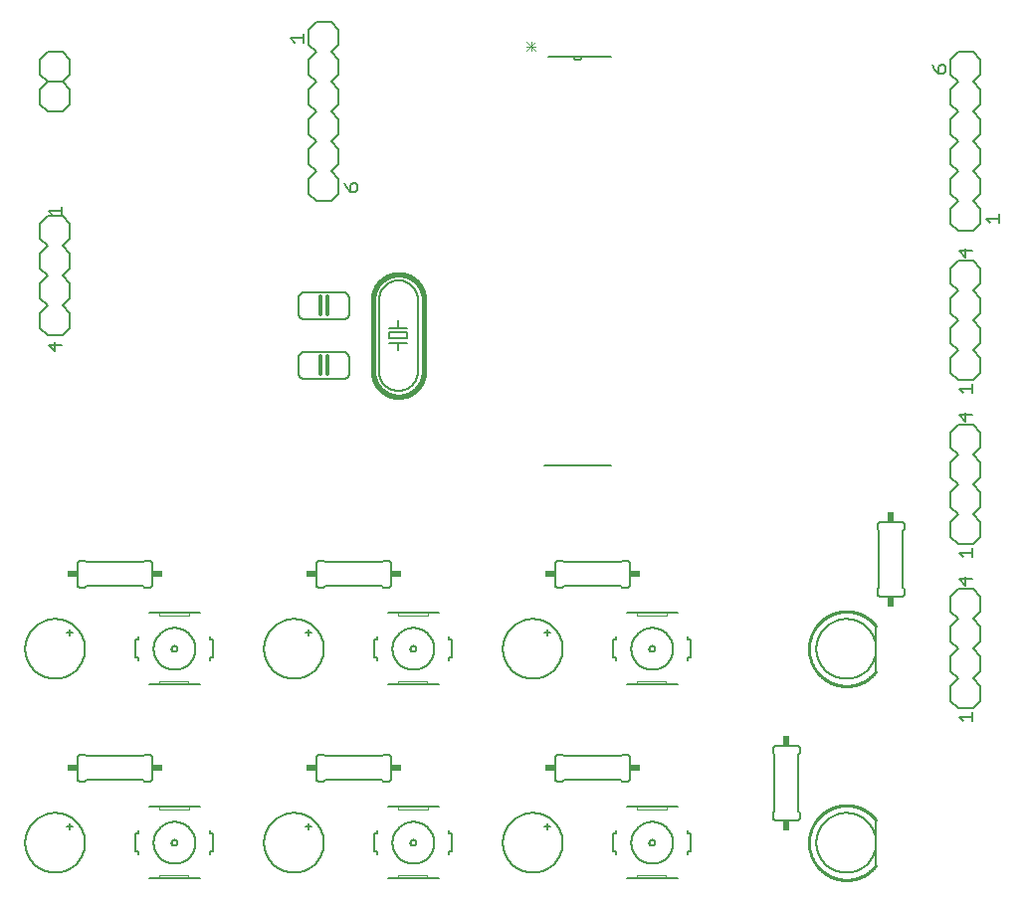
<source format=gto>
G75*
%MOIN*%
%OFA0B0*%
%FSLAX25Y25*%
%IPPOS*%
%LPD*%
%AMOC8*
5,1,8,0,0,1.08239X$1,22.5*
%
%ADD10C,0.00600*%
%ADD11C,0.01200*%
%ADD12C,0.00500*%
%ADD13C,0.00800*%
%ADD14C,0.01000*%
%ADD15C,0.01600*%
%ADD16R,0.03400X0.02400*%
%ADD17R,0.02400X0.03400*%
%ADD18C,0.00200*%
%ADD19C,0.00300*%
D10*
X0017000Y0032884D02*
X0017003Y0033129D01*
X0017012Y0033375D01*
X0017027Y0033620D01*
X0017048Y0033864D01*
X0017075Y0034108D01*
X0017108Y0034351D01*
X0017147Y0034594D01*
X0017192Y0034835D01*
X0017243Y0035075D01*
X0017300Y0035314D01*
X0017362Y0035551D01*
X0017431Y0035787D01*
X0017505Y0036021D01*
X0017585Y0036253D01*
X0017670Y0036483D01*
X0017761Y0036711D01*
X0017858Y0036936D01*
X0017960Y0037160D01*
X0018068Y0037380D01*
X0018181Y0037598D01*
X0018299Y0037813D01*
X0018423Y0038025D01*
X0018551Y0038234D01*
X0018685Y0038440D01*
X0018824Y0038642D01*
X0018968Y0038841D01*
X0019117Y0039036D01*
X0019270Y0039228D01*
X0019428Y0039416D01*
X0019590Y0039600D01*
X0019758Y0039779D01*
X0019929Y0039955D01*
X0020105Y0040126D01*
X0020284Y0040294D01*
X0020468Y0040456D01*
X0020656Y0040614D01*
X0020848Y0040767D01*
X0021043Y0040916D01*
X0021242Y0041060D01*
X0021444Y0041199D01*
X0021650Y0041333D01*
X0021859Y0041461D01*
X0022071Y0041585D01*
X0022286Y0041703D01*
X0022504Y0041816D01*
X0022724Y0041924D01*
X0022948Y0042026D01*
X0023173Y0042123D01*
X0023401Y0042214D01*
X0023631Y0042299D01*
X0023863Y0042379D01*
X0024097Y0042453D01*
X0024333Y0042522D01*
X0024570Y0042584D01*
X0024809Y0042641D01*
X0025049Y0042692D01*
X0025290Y0042737D01*
X0025533Y0042776D01*
X0025776Y0042809D01*
X0026020Y0042836D01*
X0026264Y0042857D01*
X0026509Y0042872D01*
X0026755Y0042881D01*
X0027000Y0042884D01*
X0027245Y0042881D01*
X0027491Y0042872D01*
X0027736Y0042857D01*
X0027980Y0042836D01*
X0028224Y0042809D01*
X0028467Y0042776D01*
X0028710Y0042737D01*
X0028951Y0042692D01*
X0029191Y0042641D01*
X0029430Y0042584D01*
X0029667Y0042522D01*
X0029903Y0042453D01*
X0030137Y0042379D01*
X0030369Y0042299D01*
X0030599Y0042214D01*
X0030827Y0042123D01*
X0031052Y0042026D01*
X0031276Y0041924D01*
X0031496Y0041816D01*
X0031714Y0041703D01*
X0031929Y0041585D01*
X0032141Y0041461D01*
X0032350Y0041333D01*
X0032556Y0041199D01*
X0032758Y0041060D01*
X0032957Y0040916D01*
X0033152Y0040767D01*
X0033344Y0040614D01*
X0033532Y0040456D01*
X0033716Y0040294D01*
X0033895Y0040126D01*
X0034071Y0039955D01*
X0034242Y0039779D01*
X0034410Y0039600D01*
X0034572Y0039416D01*
X0034730Y0039228D01*
X0034883Y0039036D01*
X0035032Y0038841D01*
X0035176Y0038642D01*
X0035315Y0038440D01*
X0035449Y0038234D01*
X0035577Y0038025D01*
X0035701Y0037813D01*
X0035819Y0037598D01*
X0035932Y0037380D01*
X0036040Y0037160D01*
X0036142Y0036936D01*
X0036239Y0036711D01*
X0036330Y0036483D01*
X0036415Y0036253D01*
X0036495Y0036021D01*
X0036569Y0035787D01*
X0036638Y0035551D01*
X0036700Y0035314D01*
X0036757Y0035075D01*
X0036808Y0034835D01*
X0036853Y0034594D01*
X0036892Y0034351D01*
X0036925Y0034108D01*
X0036952Y0033864D01*
X0036973Y0033620D01*
X0036988Y0033375D01*
X0036997Y0033129D01*
X0037000Y0032884D01*
X0036997Y0032639D01*
X0036988Y0032393D01*
X0036973Y0032148D01*
X0036952Y0031904D01*
X0036925Y0031660D01*
X0036892Y0031417D01*
X0036853Y0031174D01*
X0036808Y0030933D01*
X0036757Y0030693D01*
X0036700Y0030454D01*
X0036638Y0030217D01*
X0036569Y0029981D01*
X0036495Y0029747D01*
X0036415Y0029515D01*
X0036330Y0029285D01*
X0036239Y0029057D01*
X0036142Y0028832D01*
X0036040Y0028608D01*
X0035932Y0028388D01*
X0035819Y0028170D01*
X0035701Y0027955D01*
X0035577Y0027743D01*
X0035449Y0027534D01*
X0035315Y0027328D01*
X0035176Y0027126D01*
X0035032Y0026927D01*
X0034883Y0026732D01*
X0034730Y0026540D01*
X0034572Y0026352D01*
X0034410Y0026168D01*
X0034242Y0025989D01*
X0034071Y0025813D01*
X0033895Y0025642D01*
X0033716Y0025474D01*
X0033532Y0025312D01*
X0033344Y0025154D01*
X0033152Y0025001D01*
X0032957Y0024852D01*
X0032758Y0024708D01*
X0032556Y0024569D01*
X0032350Y0024435D01*
X0032141Y0024307D01*
X0031929Y0024183D01*
X0031714Y0024065D01*
X0031496Y0023952D01*
X0031276Y0023844D01*
X0031052Y0023742D01*
X0030827Y0023645D01*
X0030599Y0023554D01*
X0030369Y0023469D01*
X0030137Y0023389D01*
X0029903Y0023315D01*
X0029667Y0023246D01*
X0029430Y0023184D01*
X0029191Y0023127D01*
X0028951Y0023076D01*
X0028710Y0023031D01*
X0028467Y0022992D01*
X0028224Y0022959D01*
X0027980Y0022932D01*
X0027736Y0022911D01*
X0027491Y0022896D01*
X0027245Y0022887D01*
X0027000Y0022884D01*
X0026755Y0022887D01*
X0026509Y0022896D01*
X0026264Y0022911D01*
X0026020Y0022932D01*
X0025776Y0022959D01*
X0025533Y0022992D01*
X0025290Y0023031D01*
X0025049Y0023076D01*
X0024809Y0023127D01*
X0024570Y0023184D01*
X0024333Y0023246D01*
X0024097Y0023315D01*
X0023863Y0023389D01*
X0023631Y0023469D01*
X0023401Y0023554D01*
X0023173Y0023645D01*
X0022948Y0023742D01*
X0022724Y0023844D01*
X0022504Y0023952D01*
X0022286Y0024065D01*
X0022071Y0024183D01*
X0021859Y0024307D01*
X0021650Y0024435D01*
X0021444Y0024569D01*
X0021242Y0024708D01*
X0021043Y0024852D01*
X0020848Y0025001D01*
X0020656Y0025154D01*
X0020468Y0025312D01*
X0020284Y0025474D01*
X0020105Y0025642D01*
X0019929Y0025813D01*
X0019758Y0025989D01*
X0019590Y0026168D01*
X0019428Y0026352D01*
X0019270Y0026540D01*
X0019117Y0026732D01*
X0018968Y0026927D01*
X0018824Y0027126D01*
X0018685Y0027328D01*
X0018551Y0027534D01*
X0018423Y0027743D01*
X0018299Y0027955D01*
X0018181Y0028170D01*
X0018068Y0028388D01*
X0017960Y0028608D01*
X0017858Y0028832D01*
X0017761Y0029057D01*
X0017670Y0029285D01*
X0017585Y0029515D01*
X0017505Y0029747D01*
X0017431Y0029981D01*
X0017362Y0030217D01*
X0017300Y0030454D01*
X0017243Y0030693D01*
X0017192Y0030933D01*
X0017147Y0031174D01*
X0017108Y0031417D01*
X0017075Y0031660D01*
X0017048Y0031904D01*
X0017027Y0032148D01*
X0017012Y0032393D01*
X0017003Y0032639D01*
X0017000Y0032884D01*
X0031000Y0038384D02*
X0032000Y0038384D01*
X0033000Y0038384D01*
X0032000Y0038384D02*
X0032000Y0037384D01*
X0032000Y0038384D02*
X0032000Y0039384D01*
X0035500Y0053384D02*
X0037000Y0053384D01*
X0037500Y0053884D01*
X0056500Y0053884D01*
X0057000Y0053384D01*
X0058500Y0053384D01*
X0058560Y0053386D01*
X0058621Y0053391D01*
X0058680Y0053400D01*
X0058739Y0053413D01*
X0058798Y0053429D01*
X0058855Y0053449D01*
X0058910Y0053472D01*
X0058965Y0053499D01*
X0059017Y0053528D01*
X0059068Y0053561D01*
X0059117Y0053597D01*
X0059163Y0053635D01*
X0059207Y0053677D01*
X0059249Y0053721D01*
X0059287Y0053767D01*
X0059323Y0053816D01*
X0059356Y0053867D01*
X0059385Y0053919D01*
X0059412Y0053974D01*
X0059435Y0054029D01*
X0059455Y0054086D01*
X0059471Y0054145D01*
X0059484Y0054204D01*
X0059493Y0054263D01*
X0059498Y0054324D01*
X0059500Y0054384D01*
X0059500Y0061384D01*
X0059498Y0061444D01*
X0059493Y0061505D01*
X0059484Y0061564D01*
X0059471Y0061623D01*
X0059455Y0061682D01*
X0059435Y0061739D01*
X0059412Y0061794D01*
X0059385Y0061849D01*
X0059356Y0061901D01*
X0059323Y0061952D01*
X0059287Y0062001D01*
X0059249Y0062047D01*
X0059207Y0062091D01*
X0059163Y0062133D01*
X0059117Y0062171D01*
X0059068Y0062207D01*
X0059017Y0062240D01*
X0058965Y0062269D01*
X0058910Y0062296D01*
X0058855Y0062319D01*
X0058798Y0062339D01*
X0058739Y0062355D01*
X0058680Y0062368D01*
X0058621Y0062377D01*
X0058560Y0062382D01*
X0058500Y0062384D01*
X0057000Y0062384D01*
X0056500Y0061884D01*
X0037500Y0061884D01*
X0037000Y0062384D01*
X0035500Y0062384D01*
X0035440Y0062382D01*
X0035379Y0062377D01*
X0035320Y0062368D01*
X0035261Y0062355D01*
X0035202Y0062339D01*
X0035145Y0062319D01*
X0035090Y0062296D01*
X0035035Y0062269D01*
X0034983Y0062240D01*
X0034932Y0062207D01*
X0034883Y0062171D01*
X0034837Y0062133D01*
X0034793Y0062091D01*
X0034751Y0062047D01*
X0034713Y0062001D01*
X0034677Y0061952D01*
X0034644Y0061901D01*
X0034615Y0061849D01*
X0034588Y0061794D01*
X0034565Y0061739D01*
X0034545Y0061682D01*
X0034529Y0061623D01*
X0034516Y0061564D01*
X0034507Y0061505D01*
X0034502Y0061444D01*
X0034500Y0061384D01*
X0034500Y0054384D01*
X0034502Y0054324D01*
X0034507Y0054263D01*
X0034516Y0054204D01*
X0034529Y0054145D01*
X0034545Y0054086D01*
X0034565Y0054029D01*
X0034588Y0053974D01*
X0034615Y0053919D01*
X0034644Y0053867D01*
X0034677Y0053816D01*
X0034713Y0053767D01*
X0034751Y0053721D01*
X0034793Y0053677D01*
X0034837Y0053635D01*
X0034883Y0053597D01*
X0034932Y0053561D01*
X0034983Y0053528D01*
X0035035Y0053499D01*
X0035090Y0053472D01*
X0035145Y0053449D01*
X0035202Y0053429D01*
X0035261Y0053413D01*
X0035320Y0053400D01*
X0035379Y0053391D01*
X0035440Y0053386D01*
X0035500Y0053384D01*
X0055000Y0036884D02*
X0055000Y0035884D01*
X0054000Y0035884D01*
X0054000Y0029884D01*
X0055000Y0029884D01*
X0055000Y0028884D01*
X0058500Y0020884D02*
X0062000Y0020884D01*
X0071500Y0020884D01*
X0075500Y0020884D01*
X0079000Y0028884D02*
X0079000Y0029884D01*
X0080000Y0029884D01*
X0080000Y0035884D01*
X0079000Y0035884D01*
X0079000Y0036884D01*
X0075500Y0044884D02*
X0072000Y0044884D01*
X0062000Y0044884D01*
X0058500Y0044884D01*
X0066000Y0032884D02*
X0066002Y0032947D01*
X0066008Y0033009D01*
X0066018Y0033071D01*
X0066031Y0033133D01*
X0066049Y0033193D01*
X0066070Y0033252D01*
X0066095Y0033310D01*
X0066124Y0033366D01*
X0066156Y0033420D01*
X0066191Y0033472D01*
X0066229Y0033521D01*
X0066271Y0033569D01*
X0066315Y0033613D01*
X0066363Y0033655D01*
X0066412Y0033693D01*
X0066464Y0033728D01*
X0066518Y0033760D01*
X0066574Y0033789D01*
X0066632Y0033814D01*
X0066691Y0033835D01*
X0066751Y0033853D01*
X0066813Y0033866D01*
X0066875Y0033876D01*
X0066937Y0033882D01*
X0067000Y0033884D01*
X0067063Y0033882D01*
X0067125Y0033876D01*
X0067187Y0033866D01*
X0067249Y0033853D01*
X0067309Y0033835D01*
X0067368Y0033814D01*
X0067426Y0033789D01*
X0067482Y0033760D01*
X0067536Y0033728D01*
X0067588Y0033693D01*
X0067637Y0033655D01*
X0067685Y0033613D01*
X0067729Y0033569D01*
X0067771Y0033521D01*
X0067809Y0033472D01*
X0067844Y0033420D01*
X0067876Y0033366D01*
X0067905Y0033310D01*
X0067930Y0033252D01*
X0067951Y0033193D01*
X0067969Y0033133D01*
X0067982Y0033071D01*
X0067992Y0033009D01*
X0067998Y0032947D01*
X0068000Y0032884D01*
X0067998Y0032821D01*
X0067992Y0032759D01*
X0067982Y0032697D01*
X0067969Y0032635D01*
X0067951Y0032575D01*
X0067930Y0032516D01*
X0067905Y0032458D01*
X0067876Y0032402D01*
X0067844Y0032348D01*
X0067809Y0032296D01*
X0067771Y0032247D01*
X0067729Y0032199D01*
X0067685Y0032155D01*
X0067637Y0032113D01*
X0067588Y0032075D01*
X0067536Y0032040D01*
X0067482Y0032008D01*
X0067426Y0031979D01*
X0067368Y0031954D01*
X0067309Y0031933D01*
X0067249Y0031915D01*
X0067187Y0031902D01*
X0067125Y0031892D01*
X0067063Y0031886D01*
X0067000Y0031884D01*
X0066937Y0031886D01*
X0066875Y0031892D01*
X0066813Y0031902D01*
X0066751Y0031915D01*
X0066691Y0031933D01*
X0066632Y0031954D01*
X0066574Y0031979D01*
X0066518Y0032008D01*
X0066464Y0032040D01*
X0066412Y0032075D01*
X0066363Y0032113D01*
X0066315Y0032155D01*
X0066271Y0032199D01*
X0066229Y0032247D01*
X0066191Y0032296D01*
X0066156Y0032348D01*
X0066124Y0032402D01*
X0066095Y0032458D01*
X0066070Y0032516D01*
X0066049Y0032575D01*
X0066031Y0032635D01*
X0066018Y0032697D01*
X0066008Y0032759D01*
X0066002Y0032821D01*
X0066000Y0032884D01*
X0060000Y0032884D02*
X0060002Y0033056D01*
X0060008Y0033227D01*
X0060019Y0033399D01*
X0060034Y0033570D01*
X0060053Y0033741D01*
X0060076Y0033911D01*
X0060103Y0034081D01*
X0060135Y0034250D01*
X0060170Y0034418D01*
X0060210Y0034585D01*
X0060254Y0034751D01*
X0060301Y0034916D01*
X0060353Y0035080D01*
X0060409Y0035242D01*
X0060469Y0035403D01*
X0060533Y0035563D01*
X0060601Y0035721D01*
X0060672Y0035877D01*
X0060747Y0036031D01*
X0060827Y0036184D01*
X0060909Y0036334D01*
X0060996Y0036483D01*
X0061086Y0036629D01*
X0061180Y0036773D01*
X0061277Y0036915D01*
X0061378Y0037054D01*
X0061482Y0037191D01*
X0061589Y0037325D01*
X0061700Y0037456D01*
X0061813Y0037585D01*
X0061930Y0037711D01*
X0062050Y0037834D01*
X0062173Y0037954D01*
X0062299Y0038071D01*
X0062428Y0038184D01*
X0062559Y0038295D01*
X0062693Y0038402D01*
X0062830Y0038506D01*
X0062969Y0038607D01*
X0063111Y0038704D01*
X0063255Y0038798D01*
X0063401Y0038888D01*
X0063550Y0038975D01*
X0063700Y0039057D01*
X0063853Y0039137D01*
X0064007Y0039212D01*
X0064163Y0039283D01*
X0064321Y0039351D01*
X0064481Y0039415D01*
X0064642Y0039475D01*
X0064804Y0039531D01*
X0064968Y0039583D01*
X0065133Y0039630D01*
X0065299Y0039674D01*
X0065466Y0039714D01*
X0065634Y0039749D01*
X0065803Y0039781D01*
X0065973Y0039808D01*
X0066143Y0039831D01*
X0066314Y0039850D01*
X0066485Y0039865D01*
X0066657Y0039876D01*
X0066828Y0039882D01*
X0067000Y0039884D01*
X0067172Y0039882D01*
X0067343Y0039876D01*
X0067515Y0039865D01*
X0067686Y0039850D01*
X0067857Y0039831D01*
X0068027Y0039808D01*
X0068197Y0039781D01*
X0068366Y0039749D01*
X0068534Y0039714D01*
X0068701Y0039674D01*
X0068867Y0039630D01*
X0069032Y0039583D01*
X0069196Y0039531D01*
X0069358Y0039475D01*
X0069519Y0039415D01*
X0069679Y0039351D01*
X0069837Y0039283D01*
X0069993Y0039212D01*
X0070147Y0039137D01*
X0070300Y0039057D01*
X0070450Y0038975D01*
X0070599Y0038888D01*
X0070745Y0038798D01*
X0070889Y0038704D01*
X0071031Y0038607D01*
X0071170Y0038506D01*
X0071307Y0038402D01*
X0071441Y0038295D01*
X0071572Y0038184D01*
X0071701Y0038071D01*
X0071827Y0037954D01*
X0071950Y0037834D01*
X0072070Y0037711D01*
X0072187Y0037585D01*
X0072300Y0037456D01*
X0072411Y0037325D01*
X0072518Y0037191D01*
X0072622Y0037054D01*
X0072723Y0036915D01*
X0072820Y0036773D01*
X0072914Y0036629D01*
X0073004Y0036483D01*
X0073091Y0036334D01*
X0073173Y0036184D01*
X0073253Y0036031D01*
X0073328Y0035877D01*
X0073399Y0035721D01*
X0073467Y0035563D01*
X0073531Y0035403D01*
X0073591Y0035242D01*
X0073647Y0035080D01*
X0073699Y0034916D01*
X0073746Y0034751D01*
X0073790Y0034585D01*
X0073830Y0034418D01*
X0073865Y0034250D01*
X0073897Y0034081D01*
X0073924Y0033911D01*
X0073947Y0033741D01*
X0073966Y0033570D01*
X0073981Y0033399D01*
X0073992Y0033227D01*
X0073998Y0033056D01*
X0074000Y0032884D01*
X0073998Y0032712D01*
X0073992Y0032541D01*
X0073981Y0032369D01*
X0073966Y0032198D01*
X0073947Y0032027D01*
X0073924Y0031857D01*
X0073897Y0031687D01*
X0073865Y0031518D01*
X0073830Y0031350D01*
X0073790Y0031183D01*
X0073746Y0031017D01*
X0073699Y0030852D01*
X0073647Y0030688D01*
X0073591Y0030526D01*
X0073531Y0030365D01*
X0073467Y0030205D01*
X0073399Y0030047D01*
X0073328Y0029891D01*
X0073253Y0029737D01*
X0073173Y0029584D01*
X0073091Y0029434D01*
X0073004Y0029285D01*
X0072914Y0029139D01*
X0072820Y0028995D01*
X0072723Y0028853D01*
X0072622Y0028714D01*
X0072518Y0028577D01*
X0072411Y0028443D01*
X0072300Y0028312D01*
X0072187Y0028183D01*
X0072070Y0028057D01*
X0071950Y0027934D01*
X0071827Y0027814D01*
X0071701Y0027697D01*
X0071572Y0027584D01*
X0071441Y0027473D01*
X0071307Y0027366D01*
X0071170Y0027262D01*
X0071031Y0027161D01*
X0070889Y0027064D01*
X0070745Y0026970D01*
X0070599Y0026880D01*
X0070450Y0026793D01*
X0070300Y0026711D01*
X0070147Y0026631D01*
X0069993Y0026556D01*
X0069837Y0026485D01*
X0069679Y0026417D01*
X0069519Y0026353D01*
X0069358Y0026293D01*
X0069196Y0026237D01*
X0069032Y0026185D01*
X0068867Y0026138D01*
X0068701Y0026094D01*
X0068534Y0026054D01*
X0068366Y0026019D01*
X0068197Y0025987D01*
X0068027Y0025960D01*
X0067857Y0025937D01*
X0067686Y0025918D01*
X0067515Y0025903D01*
X0067343Y0025892D01*
X0067172Y0025886D01*
X0067000Y0025884D01*
X0066828Y0025886D01*
X0066657Y0025892D01*
X0066485Y0025903D01*
X0066314Y0025918D01*
X0066143Y0025937D01*
X0065973Y0025960D01*
X0065803Y0025987D01*
X0065634Y0026019D01*
X0065466Y0026054D01*
X0065299Y0026094D01*
X0065133Y0026138D01*
X0064968Y0026185D01*
X0064804Y0026237D01*
X0064642Y0026293D01*
X0064481Y0026353D01*
X0064321Y0026417D01*
X0064163Y0026485D01*
X0064007Y0026556D01*
X0063853Y0026631D01*
X0063700Y0026711D01*
X0063550Y0026793D01*
X0063401Y0026880D01*
X0063255Y0026970D01*
X0063111Y0027064D01*
X0062969Y0027161D01*
X0062830Y0027262D01*
X0062693Y0027366D01*
X0062559Y0027473D01*
X0062428Y0027584D01*
X0062299Y0027697D01*
X0062173Y0027814D01*
X0062050Y0027934D01*
X0061930Y0028057D01*
X0061813Y0028183D01*
X0061700Y0028312D01*
X0061589Y0028443D01*
X0061482Y0028577D01*
X0061378Y0028714D01*
X0061277Y0028853D01*
X0061180Y0028995D01*
X0061086Y0029139D01*
X0060996Y0029285D01*
X0060909Y0029434D01*
X0060827Y0029584D01*
X0060747Y0029737D01*
X0060672Y0029891D01*
X0060601Y0030047D01*
X0060533Y0030205D01*
X0060469Y0030365D01*
X0060409Y0030526D01*
X0060353Y0030688D01*
X0060301Y0030852D01*
X0060254Y0031017D01*
X0060210Y0031183D01*
X0060170Y0031350D01*
X0060135Y0031518D01*
X0060103Y0031687D01*
X0060076Y0031857D01*
X0060053Y0032027D01*
X0060034Y0032198D01*
X0060019Y0032369D01*
X0060008Y0032541D01*
X0060002Y0032712D01*
X0060000Y0032884D01*
X0097000Y0032884D02*
X0097003Y0033129D01*
X0097012Y0033375D01*
X0097027Y0033620D01*
X0097048Y0033864D01*
X0097075Y0034108D01*
X0097108Y0034351D01*
X0097147Y0034594D01*
X0097192Y0034835D01*
X0097243Y0035075D01*
X0097300Y0035314D01*
X0097362Y0035551D01*
X0097431Y0035787D01*
X0097505Y0036021D01*
X0097585Y0036253D01*
X0097670Y0036483D01*
X0097761Y0036711D01*
X0097858Y0036936D01*
X0097960Y0037160D01*
X0098068Y0037380D01*
X0098181Y0037598D01*
X0098299Y0037813D01*
X0098423Y0038025D01*
X0098551Y0038234D01*
X0098685Y0038440D01*
X0098824Y0038642D01*
X0098968Y0038841D01*
X0099117Y0039036D01*
X0099270Y0039228D01*
X0099428Y0039416D01*
X0099590Y0039600D01*
X0099758Y0039779D01*
X0099929Y0039955D01*
X0100105Y0040126D01*
X0100284Y0040294D01*
X0100468Y0040456D01*
X0100656Y0040614D01*
X0100848Y0040767D01*
X0101043Y0040916D01*
X0101242Y0041060D01*
X0101444Y0041199D01*
X0101650Y0041333D01*
X0101859Y0041461D01*
X0102071Y0041585D01*
X0102286Y0041703D01*
X0102504Y0041816D01*
X0102724Y0041924D01*
X0102948Y0042026D01*
X0103173Y0042123D01*
X0103401Y0042214D01*
X0103631Y0042299D01*
X0103863Y0042379D01*
X0104097Y0042453D01*
X0104333Y0042522D01*
X0104570Y0042584D01*
X0104809Y0042641D01*
X0105049Y0042692D01*
X0105290Y0042737D01*
X0105533Y0042776D01*
X0105776Y0042809D01*
X0106020Y0042836D01*
X0106264Y0042857D01*
X0106509Y0042872D01*
X0106755Y0042881D01*
X0107000Y0042884D01*
X0107245Y0042881D01*
X0107491Y0042872D01*
X0107736Y0042857D01*
X0107980Y0042836D01*
X0108224Y0042809D01*
X0108467Y0042776D01*
X0108710Y0042737D01*
X0108951Y0042692D01*
X0109191Y0042641D01*
X0109430Y0042584D01*
X0109667Y0042522D01*
X0109903Y0042453D01*
X0110137Y0042379D01*
X0110369Y0042299D01*
X0110599Y0042214D01*
X0110827Y0042123D01*
X0111052Y0042026D01*
X0111276Y0041924D01*
X0111496Y0041816D01*
X0111714Y0041703D01*
X0111929Y0041585D01*
X0112141Y0041461D01*
X0112350Y0041333D01*
X0112556Y0041199D01*
X0112758Y0041060D01*
X0112957Y0040916D01*
X0113152Y0040767D01*
X0113344Y0040614D01*
X0113532Y0040456D01*
X0113716Y0040294D01*
X0113895Y0040126D01*
X0114071Y0039955D01*
X0114242Y0039779D01*
X0114410Y0039600D01*
X0114572Y0039416D01*
X0114730Y0039228D01*
X0114883Y0039036D01*
X0115032Y0038841D01*
X0115176Y0038642D01*
X0115315Y0038440D01*
X0115449Y0038234D01*
X0115577Y0038025D01*
X0115701Y0037813D01*
X0115819Y0037598D01*
X0115932Y0037380D01*
X0116040Y0037160D01*
X0116142Y0036936D01*
X0116239Y0036711D01*
X0116330Y0036483D01*
X0116415Y0036253D01*
X0116495Y0036021D01*
X0116569Y0035787D01*
X0116638Y0035551D01*
X0116700Y0035314D01*
X0116757Y0035075D01*
X0116808Y0034835D01*
X0116853Y0034594D01*
X0116892Y0034351D01*
X0116925Y0034108D01*
X0116952Y0033864D01*
X0116973Y0033620D01*
X0116988Y0033375D01*
X0116997Y0033129D01*
X0117000Y0032884D01*
X0116997Y0032639D01*
X0116988Y0032393D01*
X0116973Y0032148D01*
X0116952Y0031904D01*
X0116925Y0031660D01*
X0116892Y0031417D01*
X0116853Y0031174D01*
X0116808Y0030933D01*
X0116757Y0030693D01*
X0116700Y0030454D01*
X0116638Y0030217D01*
X0116569Y0029981D01*
X0116495Y0029747D01*
X0116415Y0029515D01*
X0116330Y0029285D01*
X0116239Y0029057D01*
X0116142Y0028832D01*
X0116040Y0028608D01*
X0115932Y0028388D01*
X0115819Y0028170D01*
X0115701Y0027955D01*
X0115577Y0027743D01*
X0115449Y0027534D01*
X0115315Y0027328D01*
X0115176Y0027126D01*
X0115032Y0026927D01*
X0114883Y0026732D01*
X0114730Y0026540D01*
X0114572Y0026352D01*
X0114410Y0026168D01*
X0114242Y0025989D01*
X0114071Y0025813D01*
X0113895Y0025642D01*
X0113716Y0025474D01*
X0113532Y0025312D01*
X0113344Y0025154D01*
X0113152Y0025001D01*
X0112957Y0024852D01*
X0112758Y0024708D01*
X0112556Y0024569D01*
X0112350Y0024435D01*
X0112141Y0024307D01*
X0111929Y0024183D01*
X0111714Y0024065D01*
X0111496Y0023952D01*
X0111276Y0023844D01*
X0111052Y0023742D01*
X0110827Y0023645D01*
X0110599Y0023554D01*
X0110369Y0023469D01*
X0110137Y0023389D01*
X0109903Y0023315D01*
X0109667Y0023246D01*
X0109430Y0023184D01*
X0109191Y0023127D01*
X0108951Y0023076D01*
X0108710Y0023031D01*
X0108467Y0022992D01*
X0108224Y0022959D01*
X0107980Y0022932D01*
X0107736Y0022911D01*
X0107491Y0022896D01*
X0107245Y0022887D01*
X0107000Y0022884D01*
X0106755Y0022887D01*
X0106509Y0022896D01*
X0106264Y0022911D01*
X0106020Y0022932D01*
X0105776Y0022959D01*
X0105533Y0022992D01*
X0105290Y0023031D01*
X0105049Y0023076D01*
X0104809Y0023127D01*
X0104570Y0023184D01*
X0104333Y0023246D01*
X0104097Y0023315D01*
X0103863Y0023389D01*
X0103631Y0023469D01*
X0103401Y0023554D01*
X0103173Y0023645D01*
X0102948Y0023742D01*
X0102724Y0023844D01*
X0102504Y0023952D01*
X0102286Y0024065D01*
X0102071Y0024183D01*
X0101859Y0024307D01*
X0101650Y0024435D01*
X0101444Y0024569D01*
X0101242Y0024708D01*
X0101043Y0024852D01*
X0100848Y0025001D01*
X0100656Y0025154D01*
X0100468Y0025312D01*
X0100284Y0025474D01*
X0100105Y0025642D01*
X0099929Y0025813D01*
X0099758Y0025989D01*
X0099590Y0026168D01*
X0099428Y0026352D01*
X0099270Y0026540D01*
X0099117Y0026732D01*
X0098968Y0026927D01*
X0098824Y0027126D01*
X0098685Y0027328D01*
X0098551Y0027534D01*
X0098423Y0027743D01*
X0098299Y0027955D01*
X0098181Y0028170D01*
X0098068Y0028388D01*
X0097960Y0028608D01*
X0097858Y0028832D01*
X0097761Y0029057D01*
X0097670Y0029285D01*
X0097585Y0029515D01*
X0097505Y0029747D01*
X0097431Y0029981D01*
X0097362Y0030217D01*
X0097300Y0030454D01*
X0097243Y0030693D01*
X0097192Y0030933D01*
X0097147Y0031174D01*
X0097108Y0031417D01*
X0097075Y0031660D01*
X0097048Y0031904D01*
X0097027Y0032148D01*
X0097012Y0032393D01*
X0097003Y0032639D01*
X0097000Y0032884D01*
X0111000Y0038384D02*
X0112000Y0038384D01*
X0113000Y0038384D01*
X0112000Y0038384D02*
X0112000Y0037384D01*
X0112000Y0038384D02*
X0112000Y0039384D01*
X0115500Y0053384D02*
X0117000Y0053384D01*
X0117500Y0053884D01*
X0136500Y0053884D01*
X0137000Y0053384D01*
X0138500Y0053384D01*
X0138560Y0053386D01*
X0138621Y0053391D01*
X0138680Y0053400D01*
X0138739Y0053413D01*
X0138798Y0053429D01*
X0138855Y0053449D01*
X0138910Y0053472D01*
X0138965Y0053499D01*
X0139017Y0053528D01*
X0139068Y0053561D01*
X0139117Y0053597D01*
X0139163Y0053635D01*
X0139207Y0053677D01*
X0139249Y0053721D01*
X0139287Y0053767D01*
X0139323Y0053816D01*
X0139356Y0053867D01*
X0139385Y0053919D01*
X0139412Y0053974D01*
X0139435Y0054029D01*
X0139455Y0054086D01*
X0139471Y0054145D01*
X0139484Y0054204D01*
X0139493Y0054263D01*
X0139498Y0054324D01*
X0139500Y0054384D01*
X0139500Y0061384D01*
X0139498Y0061444D01*
X0139493Y0061505D01*
X0139484Y0061564D01*
X0139471Y0061623D01*
X0139455Y0061682D01*
X0139435Y0061739D01*
X0139412Y0061794D01*
X0139385Y0061849D01*
X0139356Y0061901D01*
X0139323Y0061952D01*
X0139287Y0062001D01*
X0139249Y0062047D01*
X0139207Y0062091D01*
X0139163Y0062133D01*
X0139117Y0062171D01*
X0139068Y0062207D01*
X0139017Y0062240D01*
X0138965Y0062269D01*
X0138910Y0062296D01*
X0138855Y0062319D01*
X0138798Y0062339D01*
X0138739Y0062355D01*
X0138680Y0062368D01*
X0138621Y0062377D01*
X0138560Y0062382D01*
X0138500Y0062384D01*
X0137000Y0062384D01*
X0136500Y0061884D01*
X0117500Y0061884D01*
X0117000Y0062384D01*
X0115500Y0062384D01*
X0115440Y0062382D01*
X0115379Y0062377D01*
X0115320Y0062368D01*
X0115261Y0062355D01*
X0115202Y0062339D01*
X0115145Y0062319D01*
X0115090Y0062296D01*
X0115035Y0062269D01*
X0114983Y0062240D01*
X0114932Y0062207D01*
X0114883Y0062171D01*
X0114837Y0062133D01*
X0114793Y0062091D01*
X0114751Y0062047D01*
X0114713Y0062001D01*
X0114677Y0061952D01*
X0114644Y0061901D01*
X0114615Y0061849D01*
X0114588Y0061794D01*
X0114565Y0061739D01*
X0114545Y0061682D01*
X0114529Y0061623D01*
X0114516Y0061564D01*
X0114507Y0061505D01*
X0114502Y0061444D01*
X0114500Y0061384D01*
X0114500Y0054384D01*
X0114502Y0054324D01*
X0114507Y0054263D01*
X0114516Y0054204D01*
X0114529Y0054145D01*
X0114545Y0054086D01*
X0114565Y0054029D01*
X0114588Y0053974D01*
X0114615Y0053919D01*
X0114644Y0053867D01*
X0114677Y0053816D01*
X0114713Y0053767D01*
X0114751Y0053721D01*
X0114793Y0053677D01*
X0114837Y0053635D01*
X0114883Y0053597D01*
X0114932Y0053561D01*
X0114983Y0053528D01*
X0115035Y0053499D01*
X0115090Y0053472D01*
X0115145Y0053449D01*
X0115202Y0053429D01*
X0115261Y0053413D01*
X0115320Y0053400D01*
X0115379Y0053391D01*
X0115440Y0053386D01*
X0115500Y0053384D01*
X0134000Y0035884D02*
X0134000Y0029884D01*
X0135000Y0029884D01*
X0135000Y0028884D01*
X0135000Y0035884D02*
X0134000Y0035884D01*
X0135000Y0035884D02*
X0135000Y0036884D01*
X0138500Y0044884D02*
X0142000Y0044884D01*
X0152000Y0044884D01*
X0155500Y0044884D01*
X0159000Y0036884D02*
X0159000Y0035884D01*
X0160000Y0035884D01*
X0160000Y0029884D01*
X0159000Y0029884D01*
X0159000Y0028884D01*
X0155500Y0020884D02*
X0151500Y0020884D01*
X0142000Y0020884D01*
X0138500Y0020884D01*
X0146000Y0032884D02*
X0146002Y0032947D01*
X0146008Y0033009D01*
X0146018Y0033071D01*
X0146031Y0033133D01*
X0146049Y0033193D01*
X0146070Y0033252D01*
X0146095Y0033310D01*
X0146124Y0033366D01*
X0146156Y0033420D01*
X0146191Y0033472D01*
X0146229Y0033521D01*
X0146271Y0033569D01*
X0146315Y0033613D01*
X0146363Y0033655D01*
X0146412Y0033693D01*
X0146464Y0033728D01*
X0146518Y0033760D01*
X0146574Y0033789D01*
X0146632Y0033814D01*
X0146691Y0033835D01*
X0146751Y0033853D01*
X0146813Y0033866D01*
X0146875Y0033876D01*
X0146937Y0033882D01*
X0147000Y0033884D01*
X0147063Y0033882D01*
X0147125Y0033876D01*
X0147187Y0033866D01*
X0147249Y0033853D01*
X0147309Y0033835D01*
X0147368Y0033814D01*
X0147426Y0033789D01*
X0147482Y0033760D01*
X0147536Y0033728D01*
X0147588Y0033693D01*
X0147637Y0033655D01*
X0147685Y0033613D01*
X0147729Y0033569D01*
X0147771Y0033521D01*
X0147809Y0033472D01*
X0147844Y0033420D01*
X0147876Y0033366D01*
X0147905Y0033310D01*
X0147930Y0033252D01*
X0147951Y0033193D01*
X0147969Y0033133D01*
X0147982Y0033071D01*
X0147992Y0033009D01*
X0147998Y0032947D01*
X0148000Y0032884D01*
X0147998Y0032821D01*
X0147992Y0032759D01*
X0147982Y0032697D01*
X0147969Y0032635D01*
X0147951Y0032575D01*
X0147930Y0032516D01*
X0147905Y0032458D01*
X0147876Y0032402D01*
X0147844Y0032348D01*
X0147809Y0032296D01*
X0147771Y0032247D01*
X0147729Y0032199D01*
X0147685Y0032155D01*
X0147637Y0032113D01*
X0147588Y0032075D01*
X0147536Y0032040D01*
X0147482Y0032008D01*
X0147426Y0031979D01*
X0147368Y0031954D01*
X0147309Y0031933D01*
X0147249Y0031915D01*
X0147187Y0031902D01*
X0147125Y0031892D01*
X0147063Y0031886D01*
X0147000Y0031884D01*
X0146937Y0031886D01*
X0146875Y0031892D01*
X0146813Y0031902D01*
X0146751Y0031915D01*
X0146691Y0031933D01*
X0146632Y0031954D01*
X0146574Y0031979D01*
X0146518Y0032008D01*
X0146464Y0032040D01*
X0146412Y0032075D01*
X0146363Y0032113D01*
X0146315Y0032155D01*
X0146271Y0032199D01*
X0146229Y0032247D01*
X0146191Y0032296D01*
X0146156Y0032348D01*
X0146124Y0032402D01*
X0146095Y0032458D01*
X0146070Y0032516D01*
X0146049Y0032575D01*
X0146031Y0032635D01*
X0146018Y0032697D01*
X0146008Y0032759D01*
X0146002Y0032821D01*
X0146000Y0032884D01*
X0140000Y0032884D02*
X0140002Y0033056D01*
X0140008Y0033227D01*
X0140019Y0033399D01*
X0140034Y0033570D01*
X0140053Y0033741D01*
X0140076Y0033911D01*
X0140103Y0034081D01*
X0140135Y0034250D01*
X0140170Y0034418D01*
X0140210Y0034585D01*
X0140254Y0034751D01*
X0140301Y0034916D01*
X0140353Y0035080D01*
X0140409Y0035242D01*
X0140469Y0035403D01*
X0140533Y0035563D01*
X0140601Y0035721D01*
X0140672Y0035877D01*
X0140747Y0036031D01*
X0140827Y0036184D01*
X0140909Y0036334D01*
X0140996Y0036483D01*
X0141086Y0036629D01*
X0141180Y0036773D01*
X0141277Y0036915D01*
X0141378Y0037054D01*
X0141482Y0037191D01*
X0141589Y0037325D01*
X0141700Y0037456D01*
X0141813Y0037585D01*
X0141930Y0037711D01*
X0142050Y0037834D01*
X0142173Y0037954D01*
X0142299Y0038071D01*
X0142428Y0038184D01*
X0142559Y0038295D01*
X0142693Y0038402D01*
X0142830Y0038506D01*
X0142969Y0038607D01*
X0143111Y0038704D01*
X0143255Y0038798D01*
X0143401Y0038888D01*
X0143550Y0038975D01*
X0143700Y0039057D01*
X0143853Y0039137D01*
X0144007Y0039212D01*
X0144163Y0039283D01*
X0144321Y0039351D01*
X0144481Y0039415D01*
X0144642Y0039475D01*
X0144804Y0039531D01*
X0144968Y0039583D01*
X0145133Y0039630D01*
X0145299Y0039674D01*
X0145466Y0039714D01*
X0145634Y0039749D01*
X0145803Y0039781D01*
X0145973Y0039808D01*
X0146143Y0039831D01*
X0146314Y0039850D01*
X0146485Y0039865D01*
X0146657Y0039876D01*
X0146828Y0039882D01*
X0147000Y0039884D01*
X0147172Y0039882D01*
X0147343Y0039876D01*
X0147515Y0039865D01*
X0147686Y0039850D01*
X0147857Y0039831D01*
X0148027Y0039808D01*
X0148197Y0039781D01*
X0148366Y0039749D01*
X0148534Y0039714D01*
X0148701Y0039674D01*
X0148867Y0039630D01*
X0149032Y0039583D01*
X0149196Y0039531D01*
X0149358Y0039475D01*
X0149519Y0039415D01*
X0149679Y0039351D01*
X0149837Y0039283D01*
X0149993Y0039212D01*
X0150147Y0039137D01*
X0150300Y0039057D01*
X0150450Y0038975D01*
X0150599Y0038888D01*
X0150745Y0038798D01*
X0150889Y0038704D01*
X0151031Y0038607D01*
X0151170Y0038506D01*
X0151307Y0038402D01*
X0151441Y0038295D01*
X0151572Y0038184D01*
X0151701Y0038071D01*
X0151827Y0037954D01*
X0151950Y0037834D01*
X0152070Y0037711D01*
X0152187Y0037585D01*
X0152300Y0037456D01*
X0152411Y0037325D01*
X0152518Y0037191D01*
X0152622Y0037054D01*
X0152723Y0036915D01*
X0152820Y0036773D01*
X0152914Y0036629D01*
X0153004Y0036483D01*
X0153091Y0036334D01*
X0153173Y0036184D01*
X0153253Y0036031D01*
X0153328Y0035877D01*
X0153399Y0035721D01*
X0153467Y0035563D01*
X0153531Y0035403D01*
X0153591Y0035242D01*
X0153647Y0035080D01*
X0153699Y0034916D01*
X0153746Y0034751D01*
X0153790Y0034585D01*
X0153830Y0034418D01*
X0153865Y0034250D01*
X0153897Y0034081D01*
X0153924Y0033911D01*
X0153947Y0033741D01*
X0153966Y0033570D01*
X0153981Y0033399D01*
X0153992Y0033227D01*
X0153998Y0033056D01*
X0154000Y0032884D01*
X0153998Y0032712D01*
X0153992Y0032541D01*
X0153981Y0032369D01*
X0153966Y0032198D01*
X0153947Y0032027D01*
X0153924Y0031857D01*
X0153897Y0031687D01*
X0153865Y0031518D01*
X0153830Y0031350D01*
X0153790Y0031183D01*
X0153746Y0031017D01*
X0153699Y0030852D01*
X0153647Y0030688D01*
X0153591Y0030526D01*
X0153531Y0030365D01*
X0153467Y0030205D01*
X0153399Y0030047D01*
X0153328Y0029891D01*
X0153253Y0029737D01*
X0153173Y0029584D01*
X0153091Y0029434D01*
X0153004Y0029285D01*
X0152914Y0029139D01*
X0152820Y0028995D01*
X0152723Y0028853D01*
X0152622Y0028714D01*
X0152518Y0028577D01*
X0152411Y0028443D01*
X0152300Y0028312D01*
X0152187Y0028183D01*
X0152070Y0028057D01*
X0151950Y0027934D01*
X0151827Y0027814D01*
X0151701Y0027697D01*
X0151572Y0027584D01*
X0151441Y0027473D01*
X0151307Y0027366D01*
X0151170Y0027262D01*
X0151031Y0027161D01*
X0150889Y0027064D01*
X0150745Y0026970D01*
X0150599Y0026880D01*
X0150450Y0026793D01*
X0150300Y0026711D01*
X0150147Y0026631D01*
X0149993Y0026556D01*
X0149837Y0026485D01*
X0149679Y0026417D01*
X0149519Y0026353D01*
X0149358Y0026293D01*
X0149196Y0026237D01*
X0149032Y0026185D01*
X0148867Y0026138D01*
X0148701Y0026094D01*
X0148534Y0026054D01*
X0148366Y0026019D01*
X0148197Y0025987D01*
X0148027Y0025960D01*
X0147857Y0025937D01*
X0147686Y0025918D01*
X0147515Y0025903D01*
X0147343Y0025892D01*
X0147172Y0025886D01*
X0147000Y0025884D01*
X0146828Y0025886D01*
X0146657Y0025892D01*
X0146485Y0025903D01*
X0146314Y0025918D01*
X0146143Y0025937D01*
X0145973Y0025960D01*
X0145803Y0025987D01*
X0145634Y0026019D01*
X0145466Y0026054D01*
X0145299Y0026094D01*
X0145133Y0026138D01*
X0144968Y0026185D01*
X0144804Y0026237D01*
X0144642Y0026293D01*
X0144481Y0026353D01*
X0144321Y0026417D01*
X0144163Y0026485D01*
X0144007Y0026556D01*
X0143853Y0026631D01*
X0143700Y0026711D01*
X0143550Y0026793D01*
X0143401Y0026880D01*
X0143255Y0026970D01*
X0143111Y0027064D01*
X0142969Y0027161D01*
X0142830Y0027262D01*
X0142693Y0027366D01*
X0142559Y0027473D01*
X0142428Y0027584D01*
X0142299Y0027697D01*
X0142173Y0027814D01*
X0142050Y0027934D01*
X0141930Y0028057D01*
X0141813Y0028183D01*
X0141700Y0028312D01*
X0141589Y0028443D01*
X0141482Y0028577D01*
X0141378Y0028714D01*
X0141277Y0028853D01*
X0141180Y0028995D01*
X0141086Y0029139D01*
X0140996Y0029285D01*
X0140909Y0029434D01*
X0140827Y0029584D01*
X0140747Y0029737D01*
X0140672Y0029891D01*
X0140601Y0030047D01*
X0140533Y0030205D01*
X0140469Y0030365D01*
X0140409Y0030526D01*
X0140353Y0030688D01*
X0140301Y0030852D01*
X0140254Y0031017D01*
X0140210Y0031183D01*
X0140170Y0031350D01*
X0140135Y0031518D01*
X0140103Y0031687D01*
X0140076Y0031857D01*
X0140053Y0032027D01*
X0140034Y0032198D01*
X0140019Y0032369D01*
X0140008Y0032541D01*
X0140002Y0032712D01*
X0140000Y0032884D01*
X0177000Y0032884D02*
X0177003Y0033129D01*
X0177012Y0033375D01*
X0177027Y0033620D01*
X0177048Y0033864D01*
X0177075Y0034108D01*
X0177108Y0034351D01*
X0177147Y0034594D01*
X0177192Y0034835D01*
X0177243Y0035075D01*
X0177300Y0035314D01*
X0177362Y0035551D01*
X0177431Y0035787D01*
X0177505Y0036021D01*
X0177585Y0036253D01*
X0177670Y0036483D01*
X0177761Y0036711D01*
X0177858Y0036936D01*
X0177960Y0037160D01*
X0178068Y0037380D01*
X0178181Y0037598D01*
X0178299Y0037813D01*
X0178423Y0038025D01*
X0178551Y0038234D01*
X0178685Y0038440D01*
X0178824Y0038642D01*
X0178968Y0038841D01*
X0179117Y0039036D01*
X0179270Y0039228D01*
X0179428Y0039416D01*
X0179590Y0039600D01*
X0179758Y0039779D01*
X0179929Y0039955D01*
X0180105Y0040126D01*
X0180284Y0040294D01*
X0180468Y0040456D01*
X0180656Y0040614D01*
X0180848Y0040767D01*
X0181043Y0040916D01*
X0181242Y0041060D01*
X0181444Y0041199D01*
X0181650Y0041333D01*
X0181859Y0041461D01*
X0182071Y0041585D01*
X0182286Y0041703D01*
X0182504Y0041816D01*
X0182724Y0041924D01*
X0182948Y0042026D01*
X0183173Y0042123D01*
X0183401Y0042214D01*
X0183631Y0042299D01*
X0183863Y0042379D01*
X0184097Y0042453D01*
X0184333Y0042522D01*
X0184570Y0042584D01*
X0184809Y0042641D01*
X0185049Y0042692D01*
X0185290Y0042737D01*
X0185533Y0042776D01*
X0185776Y0042809D01*
X0186020Y0042836D01*
X0186264Y0042857D01*
X0186509Y0042872D01*
X0186755Y0042881D01*
X0187000Y0042884D01*
X0187245Y0042881D01*
X0187491Y0042872D01*
X0187736Y0042857D01*
X0187980Y0042836D01*
X0188224Y0042809D01*
X0188467Y0042776D01*
X0188710Y0042737D01*
X0188951Y0042692D01*
X0189191Y0042641D01*
X0189430Y0042584D01*
X0189667Y0042522D01*
X0189903Y0042453D01*
X0190137Y0042379D01*
X0190369Y0042299D01*
X0190599Y0042214D01*
X0190827Y0042123D01*
X0191052Y0042026D01*
X0191276Y0041924D01*
X0191496Y0041816D01*
X0191714Y0041703D01*
X0191929Y0041585D01*
X0192141Y0041461D01*
X0192350Y0041333D01*
X0192556Y0041199D01*
X0192758Y0041060D01*
X0192957Y0040916D01*
X0193152Y0040767D01*
X0193344Y0040614D01*
X0193532Y0040456D01*
X0193716Y0040294D01*
X0193895Y0040126D01*
X0194071Y0039955D01*
X0194242Y0039779D01*
X0194410Y0039600D01*
X0194572Y0039416D01*
X0194730Y0039228D01*
X0194883Y0039036D01*
X0195032Y0038841D01*
X0195176Y0038642D01*
X0195315Y0038440D01*
X0195449Y0038234D01*
X0195577Y0038025D01*
X0195701Y0037813D01*
X0195819Y0037598D01*
X0195932Y0037380D01*
X0196040Y0037160D01*
X0196142Y0036936D01*
X0196239Y0036711D01*
X0196330Y0036483D01*
X0196415Y0036253D01*
X0196495Y0036021D01*
X0196569Y0035787D01*
X0196638Y0035551D01*
X0196700Y0035314D01*
X0196757Y0035075D01*
X0196808Y0034835D01*
X0196853Y0034594D01*
X0196892Y0034351D01*
X0196925Y0034108D01*
X0196952Y0033864D01*
X0196973Y0033620D01*
X0196988Y0033375D01*
X0196997Y0033129D01*
X0197000Y0032884D01*
X0196997Y0032639D01*
X0196988Y0032393D01*
X0196973Y0032148D01*
X0196952Y0031904D01*
X0196925Y0031660D01*
X0196892Y0031417D01*
X0196853Y0031174D01*
X0196808Y0030933D01*
X0196757Y0030693D01*
X0196700Y0030454D01*
X0196638Y0030217D01*
X0196569Y0029981D01*
X0196495Y0029747D01*
X0196415Y0029515D01*
X0196330Y0029285D01*
X0196239Y0029057D01*
X0196142Y0028832D01*
X0196040Y0028608D01*
X0195932Y0028388D01*
X0195819Y0028170D01*
X0195701Y0027955D01*
X0195577Y0027743D01*
X0195449Y0027534D01*
X0195315Y0027328D01*
X0195176Y0027126D01*
X0195032Y0026927D01*
X0194883Y0026732D01*
X0194730Y0026540D01*
X0194572Y0026352D01*
X0194410Y0026168D01*
X0194242Y0025989D01*
X0194071Y0025813D01*
X0193895Y0025642D01*
X0193716Y0025474D01*
X0193532Y0025312D01*
X0193344Y0025154D01*
X0193152Y0025001D01*
X0192957Y0024852D01*
X0192758Y0024708D01*
X0192556Y0024569D01*
X0192350Y0024435D01*
X0192141Y0024307D01*
X0191929Y0024183D01*
X0191714Y0024065D01*
X0191496Y0023952D01*
X0191276Y0023844D01*
X0191052Y0023742D01*
X0190827Y0023645D01*
X0190599Y0023554D01*
X0190369Y0023469D01*
X0190137Y0023389D01*
X0189903Y0023315D01*
X0189667Y0023246D01*
X0189430Y0023184D01*
X0189191Y0023127D01*
X0188951Y0023076D01*
X0188710Y0023031D01*
X0188467Y0022992D01*
X0188224Y0022959D01*
X0187980Y0022932D01*
X0187736Y0022911D01*
X0187491Y0022896D01*
X0187245Y0022887D01*
X0187000Y0022884D01*
X0186755Y0022887D01*
X0186509Y0022896D01*
X0186264Y0022911D01*
X0186020Y0022932D01*
X0185776Y0022959D01*
X0185533Y0022992D01*
X0185290Y0023031D01*
X0185049Y0023076D01*
X0184809Y0023127D01*
X0184570Y0023184D01*
X0184333Y0023246D01*
X0184097Y0023315D01*
X0183863Y0023389D01*
X0183631Y0023469D01*
X0183401Y0023554D01*
X0183173Y0023645D01*
X0182948Y0023742D01*
X0182724Y0023844D01*
X0182504Y0023952D01*
X0182286Y0024065D01*
X0182071Y0024183D01*
X0181859Y0024307D01*
X0181650Y0024435D01*
X0181444Y0024569D01*
X0181242Y0024708D01*
X0181043Y0024852D01*
X0180848Y0025001D01*
X0180656Y0025154D01*
X0180468Y0025312D01*
X0180284Y0025474D01*
X0180105Y0025642D01*
X0179929Y0025813D01*
X0179758Y0025989D01*
X0179590Y0026168D01*
X0179428Y0026352D01*
X0179270Y0026540D01*
X0179117Y0026732D01*
X0178968Y0026927D01*
X0178824Y0027126D01*
X0178685Y0027328D01*
X0178551Y0027534D01*
X0178423Y0027743D01*
X0178299Y0027955D01*
X0178181Y0028170D01*
X0178068Y0028388D01*
X0177960Y0028608D01*
X0177858Y0028832D01*
X0177761Y0029057D01*
X0177670Y0029285D01*
X0177585Y0029515D01*
X0177505Y0029747D01*
X0177431Y0029981D01*
X0177362Y0030217D01*
X0177300Y0030454D01*
X0177243Y0030693D01*
X0177192Y0030933D01*
X0177147Y0031174D01*
X0177108Y0031417D01*
X0177075Y0031660D01*
X0177048Y0031904D01*
X0177027Y0032148D01*
X0177012Y0032393D01*
X0177003Y0032639D01*
X0177000Y0032884D01*
X0191000Y0038384D02*
X0192000Y0038384D01*
X0193000Y0038384D01*
X0192000Y0038384D02*
X0192000Y0037384D01*
X0192000Y0038384D02*
X0192000Y0039384D01*
X0195500Y0053384D02*
X0197000Y0053384D01*
X0197500Y0053884D01*
X0216500Y0053884D01*
X0217000Y0053384D01*
X0218500Y0053384D01*
X0218560Y0053386D01*
X0218621Y0053391D01*
X0218680Y0053400D01*
X0218739Y0053413D01*
X0218798Y0053429D01*
X0218855Y0053449D01*
X0218910Y0053472D01*
X0218965Y0053499D01*
X0219017Y0053528D01*
X0219068Y0053561D01*
X0219117Y0053597D01*
X0219163Y0053635D01*
X0219207Y0053677D01*
X0219249Y0053721D01*
X0219287Y0053767D01*
X0219323Y0053816D01*
X0219356Y0053867D01*
X0219385Y0053919D01*
X0219412Y0053974D01*
X0219435Y0054029D01*
X0219455Y0054086D01*
X0219471Y0054145D01*
X0219484Y0054204D01*
X0219493Y0054263D01*
X0219498Y0054324D01*
X0219500Y0054384D01*
X0219500Y0061384D01*
X0219498Y0061444D01*
X0219493Y0061505D01*
X0219484Y0061564D01*
X0219471Y0061623D01*
X0219455Y0061682D01*
X0219435Y0061739D01*
X0219412Y0061794D01*
X0219385Y0061849D01*
X0219356Y0061901D01*
X0219323Y0061952D01*
X0219287Y0062001D01*
X0219249Y0062047D01*
X0219207Y0062091D01*
X0219163Y0062133D01*
X0219117Y0062171D01*
X0219068Y0062207D01*
X0219017Y0062240D01*
X0218965Y0062269D01*
X0218910Y0062296D01*
X0218855Y0062319D01*
X0218798Y0062339D01*
X0218739Y0062355D01*
X0218680Y0062368D01*
X0218621Y0062377D01*
X0218560Y0062382D01*
X0218500Y0062384D01*
X0217000Y0062384D01*
X0216500Y0061884D01*
X0197500Y0061884D01*
X0197000Y0062384D01*
X0195500Y0062384D01*
X0195440Y0062382D01*
X0195379Y0062377D01*
X0195320Y0062368D01*
X0195261Y0062355D01*
X0195202Y0062339D01*
X0195145Y0062319D01*
X0195090Y0062296D01*
X0195035Y0062269D01*
X0194983Y0062240D01*
X0194932Y0062207D01*
X0194883Y0062171D01*
X0194837Y0062133D01*
X0194793Y0062091D01*
X0194751Y0062047D01*
X0194713Y0062001D01*
X0194677Y0061952D01*
X0194644Y0061901D01*
X0194615Y0061849D01*
X0194588Y0061794D01*
X0194565Y0061739D01*
X0194545Y0061682D01*
X0194529Y0061623D01*
X0194516Y0061564D01*
X0194507Y0061505D01*
X0194502Y0061444D01*
X0194500Y0061384D01*
X0194500Y0054384D01*
X0194502Y0054324D01*
X0194507Y0054263D01*
X0194516Y0054204D01*
X0194529Y0054145D01*
X0194545Y0054086D01*
X0194565Y0054029D01*
X0194588Y0053974D01*
X0194615Y0053919D01*
X0194644Y0053867D01*
X0194677Y0053816D01*
X0194713Y0053767D01*
X0194751Y0053721D01*
X0194793Y0053677D01*
X0194837Y0053635D01*
X0194883Y0053597D01*
X0194932Y0053561D01*
X0194983Y0053528D01*
X0195035Y0053499D01*
X0195090Y0053472D01*
X0195145Y0053449D01*
X0195202Y0053429D01*
X0195261Y0053413D01*
X0195320Y0053400D01*
X0195379Y0053391D01*
X0195440Y0053386D01*
X0195500Y0053384D01*
X0215000Y0036884D02*
X0215000Y0035884D01*
X0214000Y0035884D01*
X0214000Y0029884D01*
X0215000Y0029884D01*
X0215000Y0028884D01*
X0218500Y0020884D02*
X0222000Y0020884D01*
X0231500Y0020884D01*
X0235500Y0020884D01*
X0239000Y0028884D02*
X0239000Y0029884D01*
X0240000Y0029884D01*
X0240000Y0035884D01*
X0239000Y0035884D01*
X0239000Y0036884D01*
X0235500Y0044884D02*
X0232000Y0044884D01*
X0222000Y0044884D01*
X0218500Y0044884D01*
X0226000Y0032884D02*
X0226002Y0032947D01*
X0226008Y0033009D01*
X0226018Y0033071D01*
X0226031Y0033133D01*
X0226049Y0033193D01*
X0226070Y0033252D01*
X0226095Y0033310D01*
X0226124Y0033366D01*
X0226156Y0033420D01*
X0226191Y0033472D01*
X0226229Y0033521D01*
X0226271Y0033569D01*
X0226315Y0033613D01*
X0226363Y0033655D01*
X0226412Y0033693D01*
X0226464Y0033728D01*
X0226518Y0033760D01*
X0226574Y0033789D01*
X0226632Y0033814D01*
X0226691Y0033835D01*
X0226751Y0033853D01*
X0226813Y0033866D01*
X0226875Y0033876D01*
X0226937Y0033882D01*
X0227000Y0033884D01*
X0227063Y0033882D01*
X0227125Y0033876D01*
X0227187Y0033866D01*
X0227249Y0033853D01*
X0227309Y0033835D01*
X0227368Y0033814D01*
X0227426Y0033789D01*
X0227482Y0033760D01*
X0227536Y0033728D01*
X0227588Y0033693D01*
X0227637Y0033655D01*
X0227685Y0033613D01*
X0227729Y0033569D01*
X0227771Y0033521D01*
X0227809Y0033472D01*
X0227844Y0033420D01*
X0227876Y0033366D01*
X0227905Y0033310D01*
X0227930Y0033252D01*
X0227951Y0033193D01*
X0227969Y0033133D01*
X0227982Y0033071D01*
X0227992Y0033009D01*
X0227998Y0032947D01*
X0228000Y0032884D01*
X0227998Y0032821D01*
X0227992Y0032759D01*
X0227982Y0032697D01*
X0227969Y0032635D01*
X0227951Y0032575D01*
X0227930Y0032516D01*
X0227905Y0032458D01*
X0227876Y0032402D01*
X0227844Y0032348D01*
X0227809Y0032296D01*
X0227771Y0032247D01*
X0227729Y0032199D01*
X0227685Y0032155D01*
X0227637Y0032113D01*
X0227588Y0032075D01*
X0227536Y0032040D01*
X0227482Y0032008D01*
X0227426Y0031979D01*
X0227368Y0031954D01*
X0227309Y0031933D01*
X0227249Y0031915D01*
X0227187Y0031902D01*
X0227125Y0031892D01*
X0227063Y0031886D01*
X0227000Y0031884D01*
X0226937Y0031886D01*
X0226875Y0031892D01*
X0226813Y0031902D01*
X0226751Y0031915D01*
X0226691Y0031933D01*
X0226632Y0031954D01*
X0226574Y0031979D01*
X0226518Y0032008D01*
X0226464Y0032040D01*
X0226412Y0032075D01*
X0226363Y0032113D01*
X0226315Y0032155D01*
X0226271Y0032199D01*
X0226229Y0032247D01*
X0226191Y0032296D01*
X0226156Y0032348D01*
X0226124Y0032402D01*
X0226095Y0032458D01*
X0226070Y0032516D01*
X0226049Y0032575D01*
X0226031Y0032635D01*
X0226018Y0032697D01*
X0226008Y0032759D01*
X0226002Y0032821D01*
X0226000Y0032884D01*
X0220000Y0032884D02*
X0220002Y0033056D01*
X0220008Y0033227D01*
X0220019Y0033399D01*
X0220034Y0033570D01*
X0220053Y0033741D01*
X0220076Y0033911D01*
X0220103Y0034081D01*
X0220135Y0034250D01*
X0220170Y0034418D01*
X0220210Y0034585D01*
X0220254Y0034751D01*
X0220301Y0034916D01*
X0220353Y0035080D01*
X0220409Y0035242D01*
X0220469Y0035403D01*
X0220533Y0035563D01*
X0220601Y0035721D01*
X0220672Y0035877D01*
X0220747Y0036031D01*
X0220827Y0036184D01*
X0220909Y0036334D01*
X0220996Y0036483D01*
X0221086Y0036629D01*
X0221180Y0036773D01*
X0221277Y0036915D01*
X0221378Y0037054D01*
X0221482Y0037191D01*
X0221589Y0037325D01*
X0221700Y0037456D01*
X0221813Y0037585D01*
X0221930Y0037711D01*
X0222050Y0037834D01*
X0222173Y0037954D01*
X0222299Y0038071D01*
X0222428Y0038184D01*
X0222559Y0038295D01*
X0222693Y0038402D01*
X0222830Y0038506D01*
X0222969Y0038607D01*
X0223111Y0038704D01*
X0223255Y0038798D01*
X0223401Y0038888D01*
X0223550Y0038975D01*
X0223700Y0039057D01*
X0223853Y0039137D01*
X0224007Y0039212D01*
X0224163Y0039283D01*
X0224321Y0039351D01*
X0224481Y0039415D01*
X0224642Y0039475D01*
X0224804Y0039531D01*
X0224968Y0039583D01*
X0225133Y0039630D01*
X0225299Y0039674D01*
X0225466Y0039714D01*
X0225634Y0039749D01*
X0225803Y0039781D01*
X0225973Y0039808D01*
X0226143Y0039831D01*
X0226314Y0039850D01*
X0226485Y0039865D01*
X0226657Y0039876D01*
X0226828Y0039882D01*
X0227000Y0039884D01*
X0227172Y0039882D01*
X0227343Y0039876D01*
X0227515Y0039865D01*
X0227686Y0039850D01*
X0227857Y0039831D01*
X0228027Y0039808D01*
X0228197Y0039781D01*
X0228366Y0039749D01*
X0228534Y0039714D01*
X0228701Y0039674D01*
X0228867Y0039630D01*
X0229032Y0039583D01*
X0229196Y0039531D01*
X0229358Y0039475D01*
X0229519Y0039415D01*
X0229679Y0039351D01*
X0229837Y0039283D01*
X0229993Y0039212D01*
X0230147Y0039137D01*
X0230300Y0039057D01*
X0230450Y0038975D01*
X0230599Y0038888D01*
X0230745Y0038798D01*
X0230889Y0038704D01*
X0231031Y0038607D01*
X0231170Y0038506D01*
X0231307Y0038402D01*
X0231441Y0038295D01*
X0231572Y0038184D01*
X0231701Y0038071D01*
X0231827Y0037954D01*
X0231950Y0037834D01*
X0232070Y0037711D01*
X0232187Y0037585D01*
X0232300Y0037456D01*
X0232411Y0037325D01*
X0232518Y0037191D01*
X0232622Y0037054D01*
X0232723Y0036915D01*
X0232820Y0036773D01*
X0232914Y0036629D01*
X0233004Y0036483D01*
X0233091Y0036334D01*
X0233173Y0036184D01*
X0233253Y0036031D01*
X0233328Y0035877D01*
X0233399Y0035721D01*
X0233467Y0035563D01*
X0233531Y0035403D01*
X0233591Y0035242D01*
X0233647Y0035080D01*
X0233699Y0034916D01*
X0233746Y0034751D01*
X0233790Y0034585D01*
X0233830Y0034418D01*
X0233865Y0034250D01*
X0233897Y0034081D01*
X0233924Y0033911D01*
X0233947Y0033741D01*
X0233966Y0033570D01*
X0233981Y0033399D01*
X0233992Y0033227D01*
X0233998Y0033056D01*
X0234000Y0032884D01*
X0233998Y0032712D01*
X0233992Y0032541D01*
X0233981Y0032369D01*
X0233966Y0032198D01*
X0233947Y0032027D01*
X0233924Y0031857D01*
X0233897Y0031687D01*
X0233865Y0031518D01*
X0233830Y0031350D01*
X0233790Y0031183D01*
X0233746Y0031017D01*
X0233699Y0030852D01*
X0233647Y0030688D01*
X0233591Y0030526D01*
X0233531Y0030365D01*
X0233467Y0030205D01*
X0233399Y0030047D01*
X0233328Y0029891D01*
X0233253Y0029737D01*
X0233173Y0029584D01*
X0233091Y0029434D01*
X0233004Y0029285D01*
X0232914Y0029139D01*
X0232820Y0028995D01*
X0232723Y0028853D01*
X0232622Y0028714D01*
X0232518Y0028577D01*
X0232411Y0028443D01*
X0232300Y0028312D01*
X0232187Y0028183D01*
X0232070Y0028057D01*
X0231950Y0027934D01*
X0231827Y0027814D01*
X0231701Y0027697D01*
X0231572Y0027584D01*
X0231441Y0027473D01*
X0231307Y0027366D01*
X0231170Y0027262D01*
X0231031Y0027161D01*
X0230889Y0027064D01*
X0230745Y0026970D01*
X0230599Y0026880D01*
X0230450Y0026793D01*
X0230300Y0026711D01*
X0230147Y0026631D01*
X0229993Y0026556D01*
X0229837Y0026485D01*
X0229679Y0026417D01*
X0229519Y0026353D01*
X0229358Y0026293D01*
X0229196Y0026237D01*
X0229032Y0026185D01*
X0228867Y0026138D01*
X0228701Y0026094D01*
X0228534Y0026054D01*
X0228366Y0026019D01*
X0228197Y0025987D01*
X0228027Y0025960D01*
X0227857Y0025937D01*
X0227686Y0025918D01*
X0227515Y0025903D01*
X0227343Y0025892D01*
X0227172Y0025886D01*
X0227000Y0025884D01*
X0226828Y0025886D01*
X0226657Y0025892D01*
X0226485Y0025903D01*
X0226314Y0025918D01*
X0226143Y0025937D01*
X0225973Y0025960D01*
X0225803Y0025987D01*
X0225634Y0026019D01*
X0225466Y0026054D01*
X0225299Y0026094D01*
X0225133Y0026138D01*
X0224968Y0026185D01*
X0224804Y0026237D01*
X0224642Y0026293D01*
X0224481Y0026353D01*
X0224321Y0026417D01*
X0224163Y0026485D01*
X0224007Y0026556D01*
X0223853Y0026631D01*
X0223700Y0026711D01*
X0223550Y0026793D01*
X0223401Y0026880D01*
X0223255Y0026970D01*
X0223111Y0027064D01*
X0222969Y0027161D01*
X0222830Y0027262D01*
X0222693Y0027366D01*
X0222559Y0027473D01*
X0222428Y0027584D01*
X0222299Y0027697D01*
X0222173Y0027814D01*
X0222050Y0027934D01*
X0221930Y0028057D01*
X0221813Y0028183D01*
X0221700Y0028312D01*
X0221589Y0028443D01*
X0221482Y0028577D01*
X0221378Y0028714D01*
X0221277Y0028853D01*
X0221180Y0028995D01*
X0221086Y0029139D01*
X0220996Y0029285D01*
X0220909Y0029434D01*
X0220827Y0029584D01*
X0220747Y0029737D01*
X0220672Y0029891D01*
X0220601Y0030047D01*
X0220533Y0030205D01*
X0220469Y0030365D01*
X0220409Y0030526D01*
X0220353Y0030688D01*
X0220301Y0030852D01*
X0220254Y0031017D01*
X0220210Y0031183D01*
X0220170Y0031350D01*
X0220135Y0031518D01*
X0220103Y0031687D01*
X0220076Y0031857D01*
X0220053Y0032027D01*
X0220034Y0032198D01*
X0220019Y0032369D01*
X0220008Y0032541D01*
X0220002Y0032712D01*
X0220000Y0032884D01*
X0267500Y0041384D02*
X0267500Y0042884D01*
X0268000Y0043384D01*
X0268000Y0062384D01*
X0267500Y0062884D01*
X0267500Y0064384D01*
X0267502Y0064444D01*
X0267507Y0064505D01*
X0267516Y0064564D01*
X0267529Y0064623D01*
X0267545Y0064682D01*
X0267565Y0064739D01*
X0267588Y0064794D01*
X0267615Y0064849D01*
X0267644Y0064901D01*
X0267677Y0064952D01*
X0267713Y0065001D01*
X0267751Y0065047D01*
X0267793Y0065091D01*
X0267837Y0065133D01*
X0267883Y0065171D01*
X0267932Y0065207D01*
X0267983Y0065240D01*
X0268035Y0065269D01*
X0268090Y0065296D01*
X0268145Y0065319D01*
X0268202Y0065339D01*
X0268261Y0065355D01*
X0268320Y0065368D01*
X0268379Y0065377D01*
X0268440Y0065382D01*
X0268500Y0065384D01*
X0275500Y0065384D01*
X0275560Y0065382D01*
X0275621Y0065377D01*
X0275680Y0065368D01*
X0275739Y0065355D01*
X0275798Y0065339D01*
X0275855Y0065319D01*
X0275910Y0065296D01*
X0275965Y0065269D01*
X0276017Y0065240D01*
X0276068Y0065207D01*
X0276117Y0065171D01*
X0276163Y0065133D01*
X0276207Y0065091D01*
X0276249Y0065047D01*
X0276287Y0065001D01*
X0276323Y0064952D01*
X0276356Y0064901D01*
X0276385Y0064849D01*
X0276412Y0064794D01*
X0276435Y0064739D01*
X0276455Y0064682D01*
X0276471Y0064623D01*
X0276484Y0064564D01*
X0276493Y0064505D01*
X0276498Y0064444D01*
X0276500Y0064384D01*
X0276500Y0062884D01*
X0276000Y0062384D01*
X0276000Y0043384D01*
X0276500Y0042884D01*
X0276500Y0041384D01*
X0276498Y0041324D01*
X0276493Y0041263D01*
X0276484Y0041204D01*
X0276471Y0041145D01*
X0276455Y0041086D01*
X0276435Y0041029D01*
X0276412Y0040974D01*
X0276385Y0040919D01*
X0276356Y0040867D01*
X0276323Y0040816D01*
X0276287Y0040767D01*
X0276249Y0040721D01*
X0276207Y0040677D01*
X0276163Y0040635D01*
X0276117Y0040597D01*
X0276068Y0040561D01*
X0276017Y0040528D01*
X0275965Y0040499D01*
X0275910Y0040472D01*
X0275855Y0040449D01*
X0275798Y0040429D01*
X0275739Y0040413D01*
X0275680Y0040400D01*
X0275621Y0040391D01*
X0275560Y0040386D01*
X0275500Y0040384D01*
X0268500Y0040384D01*
X0268440Y0040386D01*
X0268379Y0040391D01*
X0268320Y0040400D01*
X0268261Y0040413D01*
X0268202Y0040429D01*
X0268145Y0040449D01*
X0268090Y0040472D01*
X0268035Y0040499D01*
X0267983Y0040528D01*
X0267932Y0040561D01*
X0267883Y0040597D01*
X0267837Y0040635D01*
X0267793Y0040677D01*
X0267751Y0040721D01*
X0267713Y0040767D01*
X0267677Y0040816D01*
X0267644Y0040867D01*
X0267615Y0040919D01*
X0267588Y0040974D01*
X0267565Y0041029D01*
X0267545Y0041086D01*
X0267529Y0041145D01*
X0267516Y0041204D01*
X0267507Y0041263D01*
X0267502Y0041324D01*
X0267500Y0041384D01*
X0282000Y0032884D02*
X0282003Y0033129D01*
X0282012Y0033375D01*
X0282027Y0033620D01*
X0282048Y0033864D01*
X0282075Y0034108D01*
X0282108Y0034351D01*
X0282147Y0034594D01*
X0282192Y0034835D01*
X0282243Y0035075D01*
X0282300Y0035314D01*
X0282362Y0035551D01*
X0282431Y0035787D01*
X0282505Y0036021D01*
X0282585Y0036253D01*
X0282670Y0036483D01*
X0282761Y0036711D01*
X0282858Y0036936D01*
X0282960Y0037160D01*
X0283068Y0037380D01*
X0283181Y0037598D01*
X0283299Y0037813D01*
X0283423Y0038025D01*
X0283551Y0038234D01*
X0283685Y0038440D01*
X0283824Y0038642D01*
X0283968Y0038841D01*
X0284117Y0039036D01*
X0284270Y0039228D01*
X0284428Y0039416D01*
X0284590Y0039600D01*
X0284758Y0039779D01*
X0284929Y0039955D01*
X0285105Y0040126D01*
X0285284Y0040294D01*
X0285468Y0040456D01*
X0285656Y0040614D01*
X0285848Y0040767D01*
X0286043Y0040916D01*
X0286242Y0041060D01*
X0286444Y0041199D01*
X0286650Y0041333D01*
X0286859Y0041461D01*
X0287071Y0041585D01*
X0287286Y0041703D01*
X0287504Y0041816D01*
X0287724Y0041924D01*
X0287948Y0042026D01*
X0288173Y0042123D01*
X0288401Y0042214D01*
X0288631Y0042299D01*
X0288863Y0042379D01*
X0289097Y0042453D01*
X0289333Y0042522D01*
X0289570Y0042584D01*
X0289809Y0042641D01*
X0290049Y0042692D01*
X0290290Y0042737D01*
X0290533Y0042776D01*
X0290776Y0042809D01*
X0291020Y0042836D01*
X0291264Y0042857D01*
X0291509Y0042872D01*
X0291755Y0042881D01*
X0292000Y0042884D01*
X0292245Y0042881D01*
X0292491Y0042872D01*
X0292736Y0042857D01*
X0292980Y0042836D01*
X0293224Y0042809D01*
X0293467Y0042776D01*
X0293710Y0042737D01*
X0293951Y0042692D01*
X0294191Y0042641D01*
X0294430Y0042584D01*
X0294667Y0042522D01*
X0294903Y0042453D01*
X0295137Y0042379D01*
X0295369Y0042299D01*
X0295599Y0042214D01*
X0295827Y0042123D01*
X0296052Y0042026D01*
X0296276Y0041924D01*
X0296496Y0041816D01*
X0296714Y0041703D01*
X0296929Y0041585D01*
X0297141Y0041461D01*
X0297350Y0041333D01*
X0297556Y0041199D01*
X0297758Y0041060D01*
X0297957Y0040916D01*
X0298152Y0040767D01*
X0298344Y0040614D01*
X0298532Y0040456D01*
X0298716Y0040294D01*
X0298895Y0040126D01*
X0299071Y0039955D01*
X0299242Y0039779D01*
X0299410Y0039600D01*
X0299572Y0039416D01*
X0299730Y0039228D01*
X0299883Y0039036D01*
X0300032Y0038841D01*
X0300176Y0038642D01*
X0300315Y0038440D01*
X0300449Y0038234D01*
X0300577Y0038025D01*
X0300701Y0037813D01*
X0300819Y0037598D01*
X0300932Y0037380D01*
X0301040Y0037160D01*
X0301142Y0036936D01*
X0301239Y0036711D01*
X0301330Y0036483D01*
X0301415Y0036253D01*
X0301495Y0036021D01*
X0301569Y0035787D01*
X0301638Y0035551D01*
X0301700Y0035314D01*
X0301757Y0035075D01*
X0301808Y0034835D01*
X0301853Y0034594D01*
X0301892Y0034351D01*
X0301925Y0034108D01*
X0301952Y0033864D01*
X0301973Y0033620D01*
X0301988Y0033375D01*
X0301997Y0033129D01*
X0302000Y0032884D01*
X0301997Y0032639D01*
X0301988Y0032393D01*
X0301973Y0032148D01*
X0301952Y0031904D01*
X0301925Y0031660D01*
X0301892Y0031417D01*
X0301853Y0031174D01*
X0301808Y0030933D01*
X0301757Y0030693D01*
X0301700Y0030454D01*
X0301638Y0030217D01*
X0301569Y0029981D01*
X0301495Y0029747D01*
X0301415Y0029515D01*
X0301330Y0029285D01*
X0301239Y0029057D01*
X0301142Y0028832D01*
X0301040Y0028608D01*
X0300932Y0028388D01*
X0300819Y0028170D01*
X0300701Y0027955D01*
X0300577Y0027743D01*
X0300449Y0027534D01*
X0300315Y0027328D01*
X0300176Y0027126D01*
X0300032Y0026927D01*
X0299883Y0026732D01*
X0299730Y0026540D01*
X0299572Y0026352D01*
X0299410Y0026168D01*
X0299242Y0025989D01*
X0299071Y0025813D01*
X0298895Y0025642D01*
X0298716Y0025474D01*
X0298532Y0025312D01*
X0298344Y0025154D01*
X0298152Y0025001D01*
X0297957Y0024852D01*
X0297758Y0024708D01*
X0297556Y0024569D01*
X0297350Y0024435D01*
X0297141Y0024307D01*
X0296929Y0024183D01*
X0296714Y0024065D01*
X0296496Y0023952D01*
X0296276Y0023844D01*
X0296052Y0023742D01*
X0295827Y0023645D01*
X0295599Y0023554D01*
X0295369Y0023469D01*
X0295137Y0023389D01*
X0294903Y0023315D01*
X0294667Y0023246D01*
X0294430Y0023184D01*
X0294191Y0023127D01*
X0293951Y0023076D01*
X0293710Y0023031D01*
X0293467Y0022992D01*
X0293224Y0022959D01*
X0292980Y0022932D01*
X0292736Y0022911D01*
X0292491Y0022896D01*
X0292245Y0022887D01*
X0292000Y0022884D01*
X0291755Y0022887D01*
X0291509Y0022896D01*
X0291264Y0022911D01*
X0291020Y0022932D01*
X0290776Y0022959D01*
X0290533Y0022992D01*
X0290290Y0023031D01*
X0290049Y0023076D01*
X0289809Y0023127D01*
X0289570Y0023184D01*
X0289333Y0023246D01*
X0289097Y0023315D01*
X0288863Y0023389D01*
X0288631Y0023469D01*
X0288401Y0023554D01*
X0288173Y0023645D01*
X0287948Y0023742D01*
X0287724Y0023844D01*
X0287504Y0023952D01*
X0287286Y0024065D01*
X0287071Y0024183D01*
X0286859Y0024307D01*
X0286650Y0024435D01*
X0286444Y0024569D01*
X0286242Y0024708D01*
X0286043Y0024852D01*
X0285848Y0025001D01*
X0285656Y0025154D01*
X0285468Y0025312D01*
X0285284Y0025474D01*
X0285105Y0025642D01*
X0284929Y0025813D01*
X0284758Y0025989D01*
X0284590Y0026168D01*
X0284428Y0026352D01*
X0284270Y0026540D01*
X0284117Y0026732D01*
X0283968Y0026927D01*
X0283824Y0027126D01*
X0283685Y0027328D01*
X0283551Y0027534D01*
X0283423Y0027743D01*
X0283299Y0027955D01*
X0283181Y0028170D01*
X0283068Y0028388D01*
X0282960Y0028608D01*
X0282858Y0028832D01*
X0282761Y0029057D01*
X0282670Y0029285D01*
X0282585Y0029515D01*
X0282505Y0029747D01*
X0282431Y0029981D01*
X0282362Y0030217D01*
X0282300Y0030454D01*
X0282243Y0030693D01*
X0282192Y0030933D01*
X0282147Y0031174D01*
X0282108Y0031417D01*
X0282075Y0031660D01*
X0282048Y0031904D01*
X0282027Y0032148D01*
X0282012Y0032393D01*
X0282003Y0032639D01*
X0282000Y0032884D01*
X0327000Y0080384D02*
X0329500Y0077884D01*
X0334500Y0077884D01*
X0337000Y0080384D01*
X0337000Y0085384D01*
X0334500Y0087884D01*
X0337000Y0090384D01*
X0337000Y0095384D01*
X0334500Y0097884D01*
X0337000Y0100384D01*
X0337000Y0105384D01*
X0334500Y0107884D01*
X0337000Y0110384D01*
X0337000Y0115384D01*
X0334500Y0117884D01*
X0329500Y0117884D01*
X0327000Y0115384D01*
X0327000Y0110384D01*
X0329500Y0107884D01*
X0327000Y0105384D01*
X0327000Y0100384D01*
X0329500Y0097884D01*
X0327000Y0095384D01*
X0327000Y0090384D01*
X0329500Y0087884D01*
X0327000Y0085384D01*
X0327000Y0080384D01*
X0310500Y0115384D02*
X0303500Y0115384D01*
X0303440Y0115386D01*
X0303379Y0115391D01*
X0303320Y0115400D01*
X0303261Y0115413D01*
X0303202Y0115429D01*
X0303145Y0115449D01*
X0303090Y0115472D01*
X0303035Y0115499D01*
X0302983Y0115528D01*
X0302932Y0115561D01*
X0302883Y0115597D01*
X0302837Y0115635D01*
X0302793Y0115677D01*
X0302751Y0115721D01*
X0302713Y0115767D01*
X0302677Y0115816D01*
X0302644Y0115867D01*
X0302615Y0115919D01*
X0302588Y0115974D01*
X0302565Y0116029D01*
X0302545Y0116086D01*
X0302529Y0116145D01*
X0302516Y0116204D01*
X0302507Y0116263D01*
X0302502Y0116324D01*
X0302500Y0116384D01*
X0302500Y0117884D01*
X0303000Y0118384D01*
X0303000Y0137384D01*
X0302500Y0137884D01*
X0302500Y0139384D01*
X0302502Y0139444D01*
X0302507Y0139505D01*
X0302516Y0139564D01*
X0302529Y0139623D01*
X0302545Y0139682D01*
X0302565Y0139739D01*
X0302588Y0139794D01*
X0302615Y0139849D01*
X0302644Y0139901D01*
X0302677Y0139952D01*
X0302713Y0140001D01*
X0302751Y0140047D01*
X0302793Y0140091D01*
X0302837Y0140133D01*
X0302883Y0140171D01*
X0302932Y0140207D01*
X0302983Y0140240D01*
X0303035Y0140269D01*
X0303090Y0140296D01*
X0303145Y0140319D01*
X0303202Y0140339D01*
X0303261Y0140355D01*
X0303320Y0140368D01*
X0303379Y0140377D01*
X0303440Y0140382D01*
X0303500Y0140384D01*
X0310500Y0140384D01*
X0310560Y0140382D01*
X0310621Y0140377D01*
X0310680Y0140368D01*
X0310739Y0140355D01*
X0310798Y0140339D01*
X0310855Y0140319D01*
X0310910Y0140296D01*
X0310965Y0140269D01*
X0311017Y0140240D01*
X0311068Y0140207D01*
X0311117Y0140171D01*
X0311163Y0140133D01*
X0311207Y0140091D01*
X0311249Y0140047D01*
X0311287Y0140001D01*
X0311323Y0139952D01*
X0311356Y0139901D01*
X0311385Y0139849D01*
X0311412Y0139794D01*
X0311435Y0139739D01*
X0311455Y0139682D01*
X0311471Y0139623D01*
X0311484Y0139564D01*
X0311493Y0139505D01*
X0311498Y0139444D01*
X0311500Y0139384D01*
X0311500Y0137884D01*
X0311000Y0137384D01*
X0311000Y0118384D01*
X0311500Y0117884D01*
X0311500Y0116384D01*
X0311498Y0116324D01*
X0311493Y0116263D01*
X0311484Y0116204D01*
X0311471Y0116145D01*
X0311455Y0116086D01*
X0311435Y0116029D01*
X0311412Y0115974D01*
X0311385Y0115919D01*
X0311356Y0115867D01*
X0311323Y0115816D01*
X0311287Y0115767D01*
X0311249Y0115721D01*
X0311207Y0115677D01*
X0311163Y0115635D01*
X0311117Y0115597D01*
X0311068Y0115561D01*
X0311017Y0115528D01*
X0310965Y0115499D01*
X0310910Y0115472D01*
X0310855Y0115449D01*
X0310798Y0115429D01*
X0310739Y0115413D01*
X0310680Y0115400D01*
X0310621Y0115391D01*
X0310560Y0115386D01*
X0310500Y0115384D01*
X0282000Y0097884D02*
X0282003Y0098129D01*
X0282012Y0098375D01*
X0282027Y0098620D01*
X0282048Y0098864D01*
X0282075Y0099108D01*
X0282108Y0099351D01*
X0282147Y0099594D01*
X0282192Y0099835D01*
X0282243Y0100075D01*
X0282300Y0100314D01*
X0282362Y0100551D01*
X0282431Y0100787D01*
X0282505Y0101021D01*
X0282585Y0101253D01*
X0282670Y0101483D01*
X0282761Y0101711D01*
X0282858Y0101936D01*
X0282960Y0102160D01*
X0283068Y0102380D01*
X0283181Y0102598D01*
X0283299Y0102813D01*
X0283423Y0103025D01*
X0283551Y0103234D01*
X0283685Y0103440D01*
X0283824Y0103642D01*
X0283968Y0103841D01*
X0284117Y0104036D01*
X0284270Y0104228D01*
X0284428Y0104416D01*
X0284590Y0104600D01*
X0284758Y0104779D01*
X0284929Y0104955D01*
X0285105Y0105126D01*
X0285284Y0105294D01*
X0285468Y0105456D01*
X0285656Y0105614D01*
X0285848Y0105767D01*
X0286043Y0105916D01*
X0286242Y0106060D01*
X0286444Y0106199D01*
X0286650Y0106333D01*
X0286859Y0106461D01*
X0287071Y0106585D01*
X0287286Y0106703D01*
X0287504Y0106816D01*
X0287724Y0106924D01*
X0287948Y0107026D01*
X0288173Y0107123D01*
X0288401Y0107214D01*
X0288631Y0107299D01*
X0288863Y0107379D01*
X0289097Y0107453D01*
X0289333Y0107522D01*
X0289570Y0107584D01*
X0289809Y0107641D01*
X0290049Y0107692D01*
X0290290Y0107737D01*
X0290533Y0107776D01*
X0290776Y0107809D01*
X0291020Y0107836D01*
X0291264Y0107857D01*
X0291509Y0107872D01*
X0291755Y0107881D01*
X0292000Y0107884D01*
X0292245Y0107881D01*
X0292491Y0107872D01*
X0292736Y0107857D01*
X0292980Y0107836D01*
X0293224Y0107809D01*
X0293467Y0107776D01*
X0293710Y0107737D01*
X0293951Y0107692D01*
X0294191Y0107641D01*
X0294430Y0107584D01*
X0294667Y0107522D01*
X0294903Y0107453D01*
X0295137Y0107379D01*
X0295369Y0107299D01*
X0295599Y0107214D01*
X0295827Y0107123D01*
X0296052Y0107026D01*
X0296276Y0106924D01*
X0296496Y0106816D01*
X0296714Y0106703D01*
X0296929Y0106585D01*
X0297141Y0106461D01*
X0297350Y0106333D01*
X0297556Y0106199D01*
X0297758Y0106060D01*
X0297957Y0105916D01*
X0298152Y0105767D01*
X0298344Y0105614D01*
X0298532Y0105456D01*
X0298716Y0105294D01*
X0298895Y0105126D01*
X0299071Y0104955D01*
X0299242Y0104779D01*
X0299410Y0104600D01*
X0299572Y0104416D01*
X0299730Y0104228D01*
X0299883Y0104036D01*
X0300032Y0103841D01*
X0300176Y0103642D01*
X0300315Y0103440D01*
X0300449Y0103234D01*
X0300577Y0103025D01*
X0300701Y0102813D01*
X0300819Y0102598D01*
X0300932Y0102380D01*
X0301040Y0102160D01*
X0301142Y0101936D01*
X0301239Y0101711D01*
X0301330Y0101483D01*
X0301415Y0101253D01*
X0301495Y0101021D01*
X0301569Y0100787D01*
X0301638Y0100551D01*
X0301700Y0100314D01*
X0301757Y0100075D01*
X0301808Y0099835D01*
X0301853Y0099594D01*
X0301892Y0099351D01*
X0301925Y0099108D01*
X0301952Y0098864D01*
X0301973Y0098620D01*
X0301988Y0098375D01*
X0301997Y0098129D01*
X0302000Y0097884D01*
X0301997Y0097639D01*
X0301988Y0097393D01*
X0301973Y0097148D01*
X0301952Y0096904D01*
X0301925Y0096660D01*
X0301892Y0096417D01*
X0301853Y0096174D01*
X0301808Y0095933D01*
X0301757Y0095693D01*
X0301700Y0095454D01*
X0301638Y0095217D01*
X0301569Y0094981D01*
X0301495Y0094747D01*
X0301415Y0094515D01*
X0301330Y0094285D01*
X0301239Y0094057D01*
X0301142Y0093832D01*
X0301040Y0093608D01*
X0300932Y0093388D01*
X0300819Y0093170D01*
X0300701Y0092955D01*
X0300577Y0092743D01*
X0300449Y0092534D01*
X0300315Y0092328D01*
X0300176Y0092126D01*
X0300032Y0091927D01*
X0299883Y0091732D01*
X0299730Y0091540D01*
X0299572Y0091352D01*
X0299410Y0091168D01*
X0299242Y0090989D01*
X0299071Y0090813D01*
X0298895Y0090642D01*
X0298716Y0090474D01*
X0298532Y0090312D01*
X0298344Y0090154D01*
X0298152Y0090001D01*
X0297957Y0089852D01*
X0297758Y0089708D01*
X0297556Y0089569D01*
X0297350Y0089435D01*
X0297141Y0089307D01*
X0296929Y0089183D01*
X0296714Y0089065D01*
X0296496Y0088952D01*
X0296276Y0088844D01*
X0296052Y0088742D01*
X0295827Y0088645D01*
X0295599Y0088554D01*
X0295369Y0088469D01*
X0295137Y0088389D01*
X0294903Y0088315D01*
X0294667Y0088246D01*
X0294430Y0088184D01*
X0294191Y0088127D01*
X0293951Y0088076D01*
X0293710Y0088031D01*
X0293467Y0087992D01*
X0293224Y0087959D01*
X0292980Y0087932D01*
X0292736Y0087911D01*
X0292491Y0087896D01*
X0292245Y0087887D01*
X0292000Y0087884D01*
X0291755Y0087887D01*
X0291509Y0087896D01*
X0291264Y0087911D01*
X0291020Y0087932D01*
X0290776Y0087959D01*
X0290533Y0087992D01*
X0290290Y0088031D01*
X0290049Y0088076D01*
X0289809Y0088127D01*
X0289570Y0088184D01*
X0289333Y0088246D01*
X0289097Y0088315D01*
X0288863Y0088389D01*
X0288631Y0088469D01*
X0288401Y0088554D01*
X0288173Y0088645D01*
X0287948Y0088742D01*
X0287724Y0088844D01*
X0287504Y0088952D01*
X0287286Y0089065D01*
X0287071Y0089183D01*
X0286859Y0089307D01*
X0286650Y0089435D01*
X0286444Y0089569D01*
X0286242Y0089708D01*
X0286043Y0089852D01*
X0285848Y0090001D01*
X0285656Y0090154D01*
X0285468Y0090312D01*
X0285284Y0090474D01*
X0285105Y0090642D01*
X0284929Y0090813D01*
X0284758Y0090989D01*
X0284590Y0091168D01*
X0284428Y0091352D01*
X0284270Y0091540D01*
X0284117Y0091732D01*
X0283968Y0091927D01*
X0283824Y0092126D01*
X0283685Y0092328D01*
X0283551Y0092534D01*
X0283423Y0092743D01*
X0283299Y0092955D01*
X0283181Y0093170D01*
X0283068Y0093388D01*
X0282960Y0093608D01*
X0282858Y0093832D01*
X0282761Y0094057D01*
X0282670Y0094285D01*
X0282585Y0094515D01*
X0282505Y0094747D01*
X0282431Y0094981D01*
X0282362Y0095217D01*
X0282300Y0095454D01*
X0282243Y0095693D01*
X0282192Y0095933D01*
X0282147Y0096174D01*
X0282108Y0096417D01*
X0282075Y0096660D01*
X0282048Y0096904D01*
X0282027Y0097148D01*
X0282012Y0097393D01*
X0282003Y0097639D01*
X0282000Y0097884D01*
X0240000Y0094884D02*
X0240000Y0100884D01*
X0239000Y0100884D01*
X0239000Y0101884D01*
X0239000Y0094884D02*
X0239000Y0093884D01*
X0239000Y0094884D02*
X0240000Y0094884D01*
X0235500Y0085884D02*
X0231500Y0085884D01*
X0222000Y0085884D01*
X0218500Y0085884D01*
X0215000Y0093884D02*
X0215000Y0094884D01*
X0214000Y0094884D01*
X0214000Y0100884D01*
X0215000Y0100884D01*
X0215000Y0101884D01*
X0218500Y0109884D02*
X0222000Y0109884D01*
X0232000Y0109884D01*
X0235500Y0109884D01*
X0226000Y0097884D02*
X0226002Y0097947D01*
X0226008Y0098009D01*
X0226018Y0098071D01*
X0226031Y0098133D01*
X0226049Y0098193D01*
X0226070Y0098252D01*
X0226095Y0098310D01*
X0226124Y0098366D01*
X0226156Y0098420D01*
X0226191Y0098472D01*
X0226229Y0098521D01*
X0226271Y0098569D01*
X0226315Y0098613D01*
X0226363Y0098655D01*
X0226412Y0098693D01*
X0226464Y0098728D01*
X0226518Y0098760D01*
X0226574Y0098789D01*
X0226632Y0098814D01*
X0226691Y0098835D01*
X0226751Y0098853D01*
X0226813Y0098866D01*
X0226875Y0098876D01*
X0226937Y0098882D01*
X0227000Y0098884D01*
X0227063Y0098882D01*
X0227125Y0098876D01*
X0227187Y0098866D01*
X0227249Y0098853D01*
X0227309Y0098835D01*
X0227368Y0098814D01*
X0227426Y0098789D01*
X0227482Y0098760D01*
X0227536Y0098728D01*
X0227588Y0098693D01*
X0227637Y0098655D01*
X0227685Y0098613D01*
X0227729Y0098569D01*
X0227771Y0098521D01*
X0227809Y0098472D01*
X0227844Y0098420D01*
X0227876Y0098366D01*
X0227905Y0098310D01*
X0227930Y0098252D01*
X0227951Y0098193D01*
X0227969Y0098133D01*
X0227982Y0098071D01*
X0227992Y0098009D01*
X0227998Y0097947D01*
X0228000Y0097884D01*
X0227998Y0097821D01*
X0227992Y0097759D01*
X0227982Y0097697D01*
X0227969Y0097635D01*
X0227951Y0097575D01*
X0227930Y0097516D01*
X0227905Y0097458D01*
X0227876Y0097402D01*
X0227844Y0097348D01*
X0227809Y0097296D01*
X0227771Y0097247D01*
X0227729Y0097199D01*
X0227685Y0097155D01*
X0227637Y0097113D01*
X0227588Y0097075D01*
X0227536Y0097040D01*
X0227482Y0097008D01*
X0227426Y0096979D01*
X0227368Y0096954D01*
X0227309Y0096933D01*
X0227249Y0096915D01*
X0227187Y0096902D01*
X0227125Y0096892D01*
X0227063Y0096886D01*
X0227000Y0096884D01*
X0226937Y0096886D01*
X0226875Y0096892D01*
X0226813Y0096902D01*
X0226751Y0096915D01*
X0226691Y0096933D01*
X0226632Y0096954D01*
X0226574Y0096979D01*
X0226518Y0097008D01*
X0226464Y0097040D01*
X0226412Y0097075D01*
X0226363Y0097113D01*
X0226315Y0097155D01*
X0226271Y0097199D01*
X0226229Y0097247D01*
X0226191Y0097296D01*
X0226156Y0097348D01*
X0226124Y0097402D01*
X0226095Y0097458D01*
X0226070Y0097516D01*
X0226049Y0097575D01*
X0226031Y0097635D01*
X0226018Y0097697D01*
X0226008Y0097759D01*
X0226002Y0097821D01*
X0226000Y0097884D01*
X0220000Y0097884D02*
X0220002Y0098056D01*
X0220008Y0098227D01*
X0220019Y0098399D01*
X0220034Y0098570D01*
X0220053Y0098741D01*
X0220076Y0098911D01*
X0220103Y0099081D01*
X0220135Y0099250D01*
X0220170Y0099418D01*
X0220210Y0099585D01*
X0220254Y0099751D01*
X0220301Y0099916D01*
X0220353Y0100080D01*
X0220409Y0100242D01*
X0220469Y0100403D01*
X0220533Y0100563D01*
X0220601Y0100721D01*
X0220672Y0100877D01*
X0220747Y0101031D01*
X0220827Y0101184D01*
X0220909Y0101334D01*
X0220996Y0101483D01*
X0221086Y0101629D01*
X0221180Y0101773D01*
X0221277Y0101915D01*
X0221378Y0102054D01*
X0221482Y0102191D01*
X0221589Y0102325D01*
X0221700Y0102456D01*
X0221813Y0102585D01*
X0221930Y0102711D01*
X0222050Y0102834D01*
X0222173Y0102954D01*
X0222299Y0103071D01*
X0222428Y0103184D01*
X0222559Y0103295D01*
X0222693Y0103402D01*
X0222830Y0103506D01*
X0222969Y0103607D01*
X0223111Y0103704D01*
X0223255Y0103798D01*
X0223401Y0103888D01*
X0223550Y0103975D01*
X0223700Y0104057D01*
X0223853Y0104137D01*
X0224007Y0104212D01*
X0224163Y0104283D01*
X0224321Y0104351D01*
X0224481Y0104415D01*
X0224642Y0104475D01*
X0224804Y0104531D01*
X0224968Y0104583D01*
X0225133Y0104630D01*
X0225299Y0104674D01*
X0225466Y0104714D01*
X0225634Y0104749D01*
X0225803Y0104781D01*
X0225973Y0104808D01*
X0226143Y0104831D01*
X0226314Y0104850D01*
X0226485Y0104865D01*
X0226657Y0104876D01*
X0226828Y0104882D01*
X0227000Y0104884D01*
X0227172Y0104882D01*
X0227343Y0104876D01*
X0227515Y0104865D01*
X0227686Y0104850D01*
X0227857Y0104831D01*
X0228027Y0104808D01*
X0228197Y0104781D01*
X0228366Y0104749D01*
X0228534Y0104714D01*
X0228701Y0104674D01*
X0228867Y0104630D01*
X0229032Y0104583D01*
X0229196Y0104531D01*
X0229358Y0104475D01*
X0229519Y0104415D01*
X0229679Y0104351D01*
X0229837Y0104283D01*
X0229993Y0104212D01*
X0230147Y0104137D01*
X0230300Y0104057D01*
X0230450Y0103975D01*
X0230599Y0103888D01*
X0230745Y0103798D01*
X0230889Y0103704D01*
X0231031Y0103607D01*
X0231170Y0103506D01*
X0231307Y0103402D01*
X0231441Y0103295D01*
X0231572Y0103184D01*
X0231701Y0103071D01*
X0231827Y0102954D01*
X0231950Y0102834D01*
X0232070Y0102711D01*
X0232187Y0102585D01*
X0232300Y0102456D01*
X0232411Y0102325D01*
X0232518Y0102191D01*
X0232622Y0102054D01*
X0232723Y0101915D01*
X0232820Y0101773D01*
X0232914Y0101629D01*
X0233004Y0101483D01*
X0233091Y0101334D01*
X0233173Y0101184D01*
X0233253Y0101031D01*
X0233328Y0100877D01*
X0233399Y0100721D01*
X0233467Y0100563D01*
X0233531Y0100403D01*
X0233591Y0100242D01*
X0233647Y0100080D01*
X0233699Y0099916D01*
X0233746Y0099751D01*
X0233790Y0099585D01*
X0233830Y0099418D01*
X0233865Y0099250D01*
X0233897Y0099081D01*
X0233924Y0098911D01*
X0233947Y0098741D01*
X0233966Y0098570D01*
X0233981Y0098399D01*
X0233992Y0098227D01*
X0233998Y0098056D01*
X0234000Y0097884D01*
X0233998Y0097712D01*
X0233992Y0097541D01*
X0233981Y0097369D01*
X0233966Y0097198D01*
X0233947Y0097027D01*
X0233924Y0096857D01*
X0233897Y0096687D01*
X0233865Y0096518D01*
X0233830Y0096350D01*
X0233790Y0096183D01*
X0233746Y0096017D01*
X0233699Y0095852D01*
X0233647Y0095688D01*
X0233591Y0095526D01*
X0233531Y0095365D01*
X0233467Y0095205D01*
X0233399Y0095047D01*
X0233328Y0094891D01*
X0233253Y0094737D01*
X0233173Y0094584D01*
X0233091Y0094434D01*
X0233004Y0094285D01*
X0232914Y0094139D01*
X0232820Y0093995D01*
X0232723Y0093853D01*
X0232622Y0093714D01*
X0232518Y0093577D01*
X0232411Y0093443D01*
X0232300Y0093312D01*
X0232187Y0093183D01*
X0232070Y0093057D01*
X0231950Y0092934D01*
X0231827Y0092814D01*
X0231701Y0092697D01*
X0231572Y0092584D01*
X0231441Y0092473D01*
X0231307Y0092366D01*
X0231170Y0092262D01*
X0231031Y0092161D01*
X0230889Y0092064D01*
X0230745Y0091970D01*
X0230599Y0091880D01*
X0230450Y0091793D01*
X0230300Y0091711D01*
X0230147Y0091631D01*
X0229993Y0091556D01*
X0229837Y0091485D01*
X0229679Y0091417D01*
X0229519Y0091353D01*
X0229358Y0091293D01*
X0229196Y0091237D01*
X0229032Y0091185D01*
X0228867Y0091138D01*
X0228701Y0091094D01*
X0228534Y0091054D01*
X0228366Y0091019D01*
X0228197Y0090987D01*
X0228027Y0090960D01*
X0227857Y0090937D01*
X0227686Y0090918D01*
X0227515Y0090903D01*
X0227343Y0090892D01*
X0227172Y0090886D01*
X0227000Y0090884D01*
X0226828Y0090886D01*
X0226657Y0090892D01*
X0226485Y0090903D01*
X0226314Y0090918D01*
X0226143Y0090937D01*
X0225973Y0090960D01*
X0225803Y0090987D01*
X0225634Y0091019D01*
X0225466Y0091054D01*
X0225299Y0091094D01*
X0225133Y0091138D01*
X0224968Y0091185D01*
X0224804Y0091237D01*
X0224642Y0091293D01*
X0224481Y0091353D01*
X0224321Y0091417D01*
X0224163Y0091485D01*
X0224007Y0091556D01*
X0223853Y0091631D01*
X0223700Y0091711D01*
X0223550Y0091793D01*
X0223401Y0091880D01*
X0223255Y0091970D01*
X0223111Y0092064D01*
X0222969Y0092161D01*
X0222830Y0092262D01*
X0222693Y0092366D01*
X0222559Y0092473D01*
X0222428Y0092584D01*
X0222299Y0092697D01*
X0222173Y0092814D01*
X0222050Y0092934D01*
X0221930Y0093057D01*
X0221813Y0093183D01*
X0221700Y0093312D01*
X0221589Y0093443D01*
X0221482Y0093577D01*
X0221378Y0093714D01*
X0221277Y0093853D01*
X0221180Y0093995D01*
X0221086Y0094139D01*
X0220996Y0094285D01*
X0220909Y0094434D01*
X0220827Y0094584D01*
X0220747Y0094737D01*
X0220672Y0094891D01*
X0220601Y0095047D01*
X0220533Y0095205D01*
X0220469Y0095365D01*
X0220409Y0095526D01*
X0220353Y0095688D01*
X0220301Y0095852D01*
X0220254Y0096017D01*
X0220210Y0096183D01*
X0220170Y0096350D01*
X0220135Y0096518D01*
X0220103Y0096687D01*
X0220076Y0096857D01*
X0220053Y0097027D01*
X0220034Y0097198D01*
X0220019Y0097369D01*
X0220008Y0097541D01*
X0220002Y0097712D01*
X0220000Y0097884D01*
X0218500Y0118384D02*
X0217000Y0118384D01*
X0216500Y0118884D01*
X0197500Y0118884D01*
X0197000Y0118384D01*
X0195500Y0118384D01*
X0195440Y0118386D01*
X0195379Y0118391D01*
X0195320Y0118400D01*
X0195261Y0118413D01*
X0195202Y0118429D01*
X0195145Y0118449D01*
X0195090Y0118472D01*
X0195035Y0118499D01*
X0194983Y0118528D01*
X0194932Y0118561D01*
X0194883Y0118597D01*
X0194837Y0118635D01*
X0194793Y0118677D01*
X0194751Y0118721D01*
X0194713Y0118767D01*
X0194677Y0118816D01*
X0194644Y0118867D01*
X0194615Y0118919D01*
X0194588Y0118974D01*
X0194565Y0119029D01*
X0194545Y0119086D01*
X0194529Y0119145D01*
X0194516Y0119204D01*
X0194507Y0119263D01*
X0194502Y0119324D01*
X0194500Y0119384D01*
X0194500Y0126384D01*
X0194502Y0126444D01*
X0194507Y0126505D01*
X0194516Y0126564D01*
X0194529Y0126623D01*
X0194545Y0126682D01*
X0194565Y0126739D01*
X0194588Y0126794D01*
X0194615Y0126849D01*
X0194644Y0126901D01*
X0194677Y0126952D01*
X0194713Y0127001D01*
X0194751Y0127047D01*
X0194793Y0127091D01*
X0194837Y0127133D01*
X0194883Y0127171D01*
X0194932Y0127207D01*
X0194983Y0127240D01*
X0195035Y0127269D01*
X0195090Y0127296D01*
X0195145Y0127319D01*
X0195202Y0127339D01*
X0195261Y0127355D01*
X0195320Y0127368D01*
X0195379Y0127377D01*
X0195440Y0127382D01*
X0195500Y0127384D01*
X0197000Y0127384D01*
X0197500Y0126884D01*
X0216500Y0126884D01*
X0217000Y0127384D01*
X0218500Y0127384D01*
X0218560Y0127382D01*
X0218621Y0127377D01*
X0218680Y0127368D01*
X0218739Y0127355D01*
X0218798Y0127339D01*
X0218855Y0127319D01*
X0218910Y0127296D01*
X0218965Y0127269D01*
X0219017Y0127240D01*
X0219068Y0127207D01*
X0219117Y0127171D01*
X0219163Y0127133D01*
X0219207Y0127091D01*
X0219249Y0127047D01*
X0219287Y0127001D01*
X0219323Y0126952D01*
X0219356Y0126901D01*
X0219385Y0126849D01*
X0219412Y0126794D01*
X0219435Y0126739D01*
X0219455Y0126682D01*
X0219471Y0126623D01*
X0219484Y0126564D01*
X0219493Y0126505D01*
X0219498Y0126444D01*
X0219500Y0126384D01*
X0219500Y0119384D01*
X0219498Y0119324D01*
X0219493Y0119263D01*
X0219484Y0119204D01*
X0219471Y0119145D01*
X0219455Y0119086D01*
X0219435Y0119029D01*
X0219412Y0118974D01*
X0219385Y0118919D01*
X0219356Y0118867D01*
X0219323Y0118816D01*
X0219287Y0118767D01*
X0219249Y0118721D01*
X0219207Y0118677D01*
X0219163Y0118635D01*
X0219117Y0118597D01*
X0219068Y0118561D01*
X0219017Y0118528D01*
X0218965Y0118499D01*
X0218910Y0118472D01*
X0218855Y0118449D01*
X0218798Y0118429D01*
X0218739Y0118413D01*
X0218680Y0118400D01*
X0218621Y0118391D01*
X0218560Y0118386D01*
X0218500Y0118384D01*
X0193000Y0103384D02*
X0192000Y0103384D01*
X0192000Y0102384D01*
X0192000Y0103384D02*
X0191000Y0103384D01*
X0192000Y0103384D02*
X0192000Y0104384D01*
X0177000Y0097884D02*
X0177003Y0098129D01*
X0177012Y0098375D01*
X0177027Y0098620D01*
X0177048Y0098864D01*
X0177075Y0099108D01*
X0177108Y0099351D01*
X0177147Y0099594D01*
X0177192Y0099835D01*
X0177243Y0100075D01*
X0177300Y0100314D01*
X0177362Y0100551D01*
X0177431Y0100787D01*
X0177505Y0101021D01*
X0177585Y0101253D01*
X0177670Y0101483D01*
X0177761Y0101711D01*
X0177858Y0101936D01*
X0177960Y0102160D01*
X0178068Y0102380D01*
X0178181Y0102598D01*
X0178299Y0102813D01*
X0178423Y0103025D01*
X0178551Y0103234D01*
X0178685Y0103440D01*
X0178824Y0103642D01*
X0178968Y0103841D01*
X0179117Y0104036D01*
X0179270Y0104228D01*
X0179428Y0104416D01*
X0179590Y0104600D01*
X0179758Y0104779D01*
X0179929Y0104955D01*
X0180105Y0105126D01*
X0180284Y0105294D01*
X0180468Y0105456D01*
X0180656Y0105614D01*
X0180848Y0105767D01*
X0181043Y0105916D01*
X0181242Y0106060D01*
X0181444Y0106199D01*
X0181650Y0106333D01*
X0181859Y0106461D01*
X0182071Y0106585D01*
X0182286Y0106703D01*
X0182504Y0106816D01*
X0182724Y0106924D01*
X0182948Y0107026D01*
X0183173Y0107123D01*
X0183401Y0107214D01*
X0183631Y0107299D01*
X0183863Y0107379D01*
X0184097Y0107453D01*
X0184333Y0107522D01*
X0184570Y0107584D01*
X0184809Y0107641D01*
X0185049Y0107692D01*
X0185290Y0107737D01*
X0185533Y0107776D01*
X0185776Y0107809D01*
X0186020Y0107836D01*
X0186264Y0107857D01*
X0186509Y0107872D01*
X0186755Y0107881D01*
X0187000Y0107884D01*
X0187245Y0107881D01*
X0187491Y0107872D01*
X0187736Y0107857D01*
X0187980Y0107836D01*
X0188224Y0107809D01*
X0188467Y0107776D01*
X0188710Y0107737D01*
X0188951Y0107692D01*
X0189191Y0107641D01*
X0189430Y0107584D01*
X0189667Y0107522D01*
X0189903Y0107453D01*
X0190137Y0107379D01*
X0190369Y0107299D01*
X0190599Y0107214D01*
X0190827Y0107123D01*
X0191052Y0107026D01*
X0191276Y0106924D01*
X0191496Y0106816D01*
X0191714Y0106703D01*
X0191929Y0106585D01*
X0192141Y0106461D01*
X0192350Y0106333D01*
X0192556Y0106199D01*
X0192758Y0106060D01*
X0192957Y0105916D01*
X0193152Y0105767D01*
X0193344Y0105614D01*
X0193532Y0105456D01*
X0193716Y0105294D01*
X0193895Y0105126D01*
X0194071Y0104955D01*
X0194242Y0104779D01*
X0194410Y0104600D01*
X0194572Y0104416D01*
X0194730Y0104228D01*
X0194883Y0104036D01*
X0195032Y0103841D01*
X0195176Y0103642D01*
X0195315Y0103440D01*
X0195449Y0103234D01*
X0195577Y0103025D01*
X0195701Y0102813D01*
X0195819Y0102598D01*
X0195932Y0102380D01*
X0196040Y0102160D01*
X0196142Y0101936D01*
X0196239Y0101711D01*
X0196330Y0101483D01*
X0196415Y0101253D01*
X0196495Y0101021D01*
X0196569Y0100787D01*
X0196638Y0100551D01*
X0196700Y0100314D01*
X0196757Y0100075D01*
X0196808Y0099835D01*
X0196853Y0099594D01*
X0196892Y0099351D01*
X0196925Y0099108D01*
X0196952Y0098864D01*
X0196973Y0098620D01*
X0196988Y0098375D01*
X0196997Y0098129D01*
X0197000Y0097884D01*
X0196997Y0097639D01*
X0196988Y0097393D01*
X0196973Y0097148D01*
X0196952Y0096904D01*
X0196925Y0096660D01*
X0196892Y0096417D01*
X0196853Y0096174D01*
X0196808Y0095933D01*
X0196757Y0095693D01*
X0196700Y0095454D01*
X0196638Y0095217D01*
X0196569Y0094981D01*
X0196495Y0094747D01*
X0196415Y0094515D01*
X0196330Y0094285D01*
X0196239Y0094057D01*
X0196142Y0093832D01*
X0196040Y0093608D01*
X0195932Y0093388D01*
X0195819Y0093170D01*
X0195701Y0092955D01*
X0195577Y0092743D01*
X0195449Y0092534D01*
X0195315Y0092328D01*
X0195176Y0092126D01*
X0195032Y0091927D01*
X0194883Y0091732D01*
X0194730Y0091540D01*
X0194572Y0091352D01*
X0194410Y0091168D01*
X0194242Y0090989D01*
X0194071Y0090813D01*
X0193895Y0090642D01*
X0193716Y0090474D01*
X0193532Y0090312D01*
X0193344Y0090154D01*
X0193152Y0090001D01*
X0192957Y0089852D01*
X0192758Y0089708D01*
X0192556Y0089569D01*
X0192350Y0089435D01*
X0192141Y0089307D01*
X0191929Y0089183D01*
X0191714Y0089065D01*
X0191496Y0088952D01*
X0191276Y0088844D01*
X0191052Y0088742D01*
X0190827Y0088645D01*
X0190599Y0088554D01*
X0190369Y0088469D01*
X0190137Y0088389D01*
X0189903Y0088315D01*
X0189667Y0088246D01*
X0189430Y0088184D01*
X0189191Y0088127D01*
X0188951Y0088076D01*
X0188710Y0088031D01*
X0188467Y0087992D01*
X0188224Y0087959D01*
X0187980Y0087932D01*
X0187736Y0087911D01*
X0187491Y0087896D01*
X0187245Y0087887D01*
X0187000Y0087884D01*
X0186755Y0087887D01*
X0186509Y0087896D01*
X0186264Y0087911D01*
X0186020Y0087932D01*
X0185776Y0087959D01*
X0185533Y0087992D01*
X0185290Y0088031D01*
X0185049Y0088076D01*
X0184809Y0088127D01*
X0184570Y0088184D01*
X0184333Y0088246D01*
X0184097Y0088315D01*
X0183863Y0088389D01*
X0183631Y0088469D01*
X0183401Y0088554D01*
X0183173Y0088645D01*
X0182948Y0088742D01*
X0182724Y0088844D01*
X0182504Y0088952D01*
X0182286Y0089065D01*
X0182071Y0089183D01*
X0181859Y0089307D01*
X0181650Y0089435D01*
X0181444Y0089569D01*
X0181242Y0089708D01*
X0181043Y0089852D01*
X0180848Y0090001D01*
X0180656Y0090154D01*
X0180468Y0090312D01*
X0180284Y0090474D01*
X0180105Y0090642D01*
X0179929Y0090813D01*
X0179758Y0090989D01*
X0179590Y0091168D01*
X0179428Y0091352D01*
X0179270Y0091540D01*
X0179117Y0091732D01*
X0178968Y0091927D01*
X0178824Y0092126D01*
X0178685Y0092328D01*
X0178551Y0092534D01*
X0178423Y0092743D01*
X0178299Y0092955D01*
X0178181Y0093170D01*
X0178068Y0093388D01*
X0177960Y0093608D01*
X0177858Y0093832D01*
X0177761Y0094057D01*
X0177670Y0094285D01*
X0177585Y0094515D01*
X0177505Y0094747D01*
X0177431Y0094981D01*
X0177362Y0095217D01*
X0177300Y0095454D01*
X0177243Y0095693D01*
X0177192Y0095933D01*
X0177147Y0096174D01*
X0177108Y0096417D01*
X0177075Y0096660D01*
X0177048Y0096904D01*
X0177027Y0097148D01*
X0177012Y0097393D01*
X0177003Y0097639D01*
X0177000Y0097884D01*
X0160000Y0094884D02*
X0160000Y0100884D01*
X0159000Y0100884D01*
X0159000Y0101884D01*
X0159000Y0094884D02*
X0159000Y0093884D01*
X0159000Y0094884D02*
X0160000Y0094884D01*
X0155500Y0085884D02*
X0151500Y0085884D01*
X0142000Y0085884D01*
X0138500Y0085884D01*
X0135000Y0093884D02*
X0135000Y0094884D01*
X0134000Y0094884D01*
X0134000Y0100884D01*
X0135000Y0100884D01*
X0135000Y0101884D01*
X0138500Y0109884D02*
X0142000Y0109884D01*
X0152000Y0109884D01*
X0155500Y0109884D01*
X0146000Y0097884D02*
X0146002Y0097947D01*
X0146008Y0098009D01*
X0146018Y0098071D01*
X0146031Y0098133D01*
X0146049Y0098193D01*
X0146070Y0098252D01*
X0146095Y0098310D01*
X0146124Y0098366D01*
X0146156Y0098420D01*
X0146191Y0098472D01*
X0146229Y0098521D01*
X0146271Y0098569D01*
X0146315Y0098613D01*
X0146363Y0098655D01*
X0146412Y0098693D01*
X0146464Y0098728D01*
X0146518Y0098760D01*
X0146574Y0098789D01*
X0146632Y0098814D01*
X0146691Y0098835D01*
X0146751Y0098853D01*
X0146813Y0098866D01*
X0146875Y0098876D01*
X0146937Y0098882D01*
X0147000Y0098884D01*
X0147063Y0098882D01*
X0147125Y0098876D01*
X0147187Y0098866D01*
X0147249Y0098853D01*
X0147309Y0098835D01*
X0147368Y0098814D01*
X0147426Y0098789D01*
X0147482Y0098760D01*
X0147536Y0098728D01*
X0147588Y0098693D01*
X0147637Y0098655D01*
X0147685Y0098613D01*
X0147729Y0098569D01*
X0147771Y0098521D01*
X0147809Y0098472D01*
X0147844Y0098420D01*
X0147876Y0098366D01*
X0147905Y0098310D01*
X0147930Y0098252D01*
X0147951Y0098193D01*
X0147969Y0098133D01*
X0147982Y0098071D01*
X0147992Y0098009D01*
X0147998Y0097947D01*
X0148000Y0097884D01*
X0147998Y0097821D01*
X0147992Y0097759D01*
X0147982Y0097697D01*
X0147969Y0097635D01*
X0147951Y0097575D01*
X0147930Y0097516D01*
X0147905Y0097458D01*
X0147876Y0097402D01*
X0147844Y0097348D01*
X0147809Y0097296D01*
X0147771Y0097247D01*
X0147729Y0097199D01*
X0147685Y0097155D01*
X0147637Y0097113D01*
X0147588Y0097075D01*
X0147536Y0097040D01*
X0147482Y0097008D01*
X0147426Y0096979D01*
X0147368Y0096954D01*
X0147309Y0096933D01*
X0147249Y0096915D01*
X0147187Y0096902D01*
X0147125Y0096892D01*
X0147063Y0096886D01*
X0147000Y0096884D01*
X0146937Y0096886D01*
X0146875Y0096892D01*
X0146813Y0096902D01*
X0146751Y0096915D01*
X0146691Y0096933D01*
X0146632Y0096954D01*
X0146574Y0096979D01*
X0146518Y0097008D01*
X0146464Y0097040D01*
X0146412Y0097075D01*
X0146363Y0097113D01*
X0146315Y0097155D01*
X0146271Y0097199D01*
X0146229Y0097247D01*
X0146191Y0097296D01*
X0146156Y0097348D01*
X0146124Y0097402D01*
X0146095Y0097458D01*
X0146070Y0097516D01*
X0146049Y0097575D01*
X0146031Y0097635D01*
X0146018Y0097697D01*
X0146008Y0097759D01*
X0146002Y0097821D01*
X0146000Y0097884D01*
X0140000Y0097884D02*
X0140002Y0098056D01*
X0140008Y0098227D01*
X0140019Y0098399D01*
X0140034Y0098570D01*
X0140053Y0098741D01*
X0140076Y0098911D01*
X0140103Y0099081D01*
X0140135Y0099250D01*
X0140170Y0099418D01*
X0140210Y0099585D01*
X0140254Y0099751D01*
X0140301Y0099916D01*
X0140353Y0100080D01*
X0140409Y0100242D01*
X0140469Y0100403D01*
X0140533Y0100563D01*
X0140601Y0100721D01*
X0140672Y0100877D01*
X0140747Y0101031D01*
X0140827Y0101184D01*
X0140909Y0101334D01*
X0140996Y0101483D01*
X0141086Y0101629D01*
X0141180Y0101773D01*
X0141277Y0101915D01*
X0141378Y0102054D01*
X0141482Y0102191D01*
X0141589Y0102325D01*
X0141700Y0102456D01*
X0141813Y0102585D01*
X0141930Y0102711D01*
X0142050Y0102834D01*
X0142173Y0102954D01*
X0142299Y0103071D01*
X0142428Y0103184D01*
X0142559Y0103295D01*
X0142693Y0103402D01*
X0142830Y0103506D01*
X0142969Y0103607D01*
X0143111Y0103704D01*
X0143255Y0103798D01*
X0143401Y0103888D01*
X0143550Y0103975D01*
X0143700Y0104057D01*
X0143853Y0104137D01*
X0144007Y0104212D01*
X0144163Y0104283D01*
X0144321Y0104351D01*
X0144481Y0104415D01*
X0144642Y0104475D01*
X0144804Y0104531D01*
X0144968Y0104583D01*
X0145133Y0104630D01*
X0145299Y0104674D01*
X0145466Y0104714D01*
X0145634Y0104749D01*
X0145803Y0104781D01*
X0145973Y0104808D01*
X0146143Y0104831D01*
X0146314Y0104850D01*
X0146485Y0104865D01*
X0146657Y0104876D01*
X0146828Y0104882D01*
X0147000Y0104884D01*
X0147172Y0104882D01*
X0147343Y0104876D01*
X0147515Y0104865D01*
X0147686Y0104850D01*
X0147857Y0104831D01*
X0148027Y0104808D01*
X0148197Y0104781D01*
X0148366Y0104749D01*
X0148534Y0104714D01*
X0148701Y0104674D01*
X0148867Y0104630D01*
X0149032Y0104583D01*
X0149196Y0104531D01*
X0149358Y0104475D01*
X0149519Y0104415D01*
X0149679Y0104351D01*
X0149837Y0104283D01*
X0149993Y0104212D01*
X0150147Y0104137D01*
X0150300Y0104057D01*
X0150450Y0103975D01*
X0150599Y0103888D01*
X0150745Y0103798D01*
X0150889Y0103704D01*
X0151031Y0103607D01*
X0151170Y0103506D01*
X0151307Y0103402D01*
X0151441Y0103295D01*
X0151572Y0103184D01*
X0151701Y0103071D01*
X0151827Y0102954D01*
X0151950Y0102834D01*
X0152070Y0102711D01*
X0152187Y0102585D01*
X0152300Y0102456D01*
X0152411Y0102325D01*
X0152518Y0102191D01*
X0152622Y0102054D01*
X0152723Y0101915D01*
X0152820Y0101773D01*
X0152914Y0101629D01*
X0153004Y0101483D01*
X0153091Y0101334D01*
X0153173Y0101184D01*
X0153253Y0101031D01*
X0153328Y0100877D01*
X0153399Y0100721D01*
X0153467Y0100563D01*
X0153531Y0100403D01*
X0153591Y0100242D01*
X0153647Y0100080D01*
X0153699Y0099916D01*
X0153746Y0099751D01*
X0153790Y0099585D01*
X0153830Y0099418D01*
X0153865Y0099250D01*
X0153897Y0099081D01*
X0153924Y0098911D01*
X0153947Y0098741D01*
X0153966Y0098570D01*
X0153981Y0098399D01*
X0153992Y0098227D01*
X0153998Y0098056D01*
X0154000Y0097884D01*
X0153998Y0097712D01*
X0153992Y0097541D01*
X0153981Y0097369D01*
X0153966Y0097198D01*
X0153947Y0097027D01*
X0153924Y0096857D01*
X0153897Y0096687D01*
X0153865Y0096518D01*
X0153830Y0096350D01*
X0153790Y0096183D01*
X0153746Y0096017D01*
X0153699Y0095852D01*
X0153647Y0095688D01*
X0153591Y0095526D01*
X0153531Y0095365D01*
X0153467Y0095205D01*
X0153399Y0095047D01*
X0153328Y0094891D01*
X0153253Y0094737D01*
X0153173Y0094584D01*
X0153091Y0094434D01*
X0153004Y0094285D01*
X0152914Y0094139D01*
X0152820Y0093995D01*
X0152723Y0093853D01*
X0152622Y0093714D01*
X0152518Y0093577D01*
X0152411Y0093443D01*
X0152300Y0093312D01*
X0152187Y0093183D01*
X0152070Y0093057D01*
X0151950Y0092934D01*
X0151827Y0092814D01*
X0151701Y0092697D01*
X0151572Y0092584D01*
X0151441Y0092473D01*
X0151307Y0092366D01*
X0151170Y0092262D01*
X0151031Y0092161D01*
X0150889Y0092064D01*
X0150745Y0091970D01*
X0150599Y0091880D01*
X0150450Y0091793D01*
X0150300Y0091711D01*
X0150147Y0091631D01*
X0149993Y0091556D01*
X0149837Y0091485D01*
X0149679Y0091417D01*
X0149519Y0091353D01*
X0149358Y0091293D01*
X0149196Y0091237D01*
X0149032Y0091185D01*
X0148867Y0091138D01*
X0148701Y0091094D01*
X0148534Y0091054D01*
X0148366Y0091019D01*
X0148197Y0090987D01*
X0148027Y0090960D01*
X0147857Y0090937D01*
X0147686Y0090918D01*
X0147515Y0090903D01*
X0147343Y0090892D01*
X0147172Y0090886D01*
X0147000Y0090884D01*
X0146828Y0090886D01*
X0146657Y0090892D01*
X0146485Y0090903D01*
X0146314Y0090918D01*
X0146143Y0090937D01*
X0145973Y0090960D01*
X0145803Y0090987D01*
X0145634Y0091019D01*
X0145466Y0091054D01*
X0145299Y0091094D01*
X0145133Y0091138D01*
X0144968Y0091185D01*
X0144804Y0091237D01*
X0144642Y0091293D01*
X0144481Y0091353D01*
X0144321Y0091417D01*
X0144163Y0091485D01*
X0144007Y0091556D01*
X0143853Y0091631D01*
X0143700Y0091711D01*
X0143550Y0091793D01*
X0143401Y0091880D01*
X0143255Y0091970D01*
X0143111Y0092064D01*
X0142969Y0092161D01*
X0142830Y0092262D01*
X0142693Y0092366D01*
X0142559Y0092473D01*
X0142428Y0092584D01*
X0142299Y0092697D01*
X0142173Y0092814D01*
X0142050Y0092934D01*
X0141930Y0093057D01*
X0141813Y0093183D01*
X0141700Y0093312D01*
X0141589Y0093443D01*
X0141482Y0093577D01*
X0141378Y0093714D01*
X0141277Y0093853D01*
X0141180Y0093995D01*
X0141086Y0094139D01*
X0140996Y0094285D01*
X0140909Y0094434D01*
X0140827Y0094584D01*
X0140747Y0094737D01*
X0140672Y0094891D01*
X0140601Y0095047D01*
X0140533Y0095205D01*
X0140469Y0095365D01*
X0140409Y0095526D01*
X0140353Y0095688D01*
X0140301Y0095852D01*
X0140254Y0096017D01*
X0140210Y0096183D01*
X0140170Y0096350D01*
X0140135Y0096518D01*
X0140103Y0096687D01*
X0140076Y0096857D01*
X0140053Y0097027D01*
X0140034Y0097198D01*
X0140019Y0097369D01*
X0140008Y0097541D01*
X0140002Y0097712D01*
X0140000Y0097884D01*
X0138500Y0118384D02*
X0137000Y0118384D01*
X0136500Y0118884D01*
X0117500Y0118884D01*
X0117000Y0118384D01*
X0115500Y0118384D01*
X0115440Y0118386D01*
X0115379Y0118391D01*
X0115320Y0118400D01*
X0115261Y0118413D01*
X0115202Y0118429D01*
X0115145Y0118449D01*
X0115090Y0118472D01*
X0115035Y0118499D01*
X0114983Y0118528D01*
X0114932Y0118561D01*
X0114883Y0118597D01*
X0114837Y0118635D01*
X0114793Y0118677D01*
X0114751Y0118721D01*
X0114713Y0118767D01*
X0114677Y0118816D01*
X0114644Y0118867D01*
X0114615Y0118919D01*
X0114588Y0118974D01*
X0114565Y0119029D01*
X0114545Y0119086D01*
X0114529Y0119145D01*
X0114516Y0119204D01*
X0114507Y0119263D01*
X0114502Y0119324D01*
X0114500Y0119384D01*
X0114500Y0126384D01*
X0114502Y0126444D01*
X0114507Y0126505D01*
X0114516Y0126564D01*
X0114529Y0126623D01*
X0114545Y0126682D01*
X0114565Y0126739D01*
X0114588Y0126794D01*
X0114615Y0126849D01*
X0114644Y0126901D01*
X0114677Y0126952D01*
X0114713Y0127001D01*
X0114751Y0127047D01*
X0114793Y0127091D01*
X0114837Y0127133D01*
X0114883Y0127171D01*
X0114932Y0127207D01*
X0114983Y0127240D01*
X0115035Y0127269D01*
X0115090Y0127296D01*
X0115145Y0127319D01*
X0115202Y0127339D01*
X0115261Y0127355D01*
X0115320Y0127368D01*
X0115379Y0127377D01*
X0115440Y0127382D01*
X0115500Y0127384D01*
X0117000Y0127384D01*
X0117500Y0126884D01*
X0136500Y0126884D01*
X0137000Y0127384D01*
X0138500Y0127384D01*
X0138560Y0127382D01*
X0138621Y0127377D01*
X0138680Y0127368D01*
X0138739Y0127355D01*
X0138798Y0127339D01*
X0138855Y0127319D01*
X0138910Y0127296D01*
X0138965Y0127269D01*
X0139017Y0127240D01*
X0139068Y0127207D01*
X0139117Y0127171D01*
X0139163Y0127133D01*
X0139207Y0127091D01*
X0139249Y0127047D01*
X0139287Y0127001D01*
X0139323Y0126952D01*
X0139356Y0126901D01*
X0139385Y0126849D01*
X0139412Y0126794D01*
X0139435Y0126739D01*
X0139455Y0126682D01*
X0139471Y0126623D01*
X0139484Y0126564D01*
X0139493Y0126505D01*
X0139498Y0126444D01*
X0139500Y0126384D01*
X0139500Y0119384D01*
X0139498Y0119324D01*
X0139493Y0119263D01*
X0139484Y0119204D01*
X0139471Y0119145D01*
X0139455Y0119086D01*
X0139435Y0119029D01*
X0139412Y0118974D01*
X0139385Y0118919D01*
X0139356Y0118867D01*
X0139323Y0118816D01*
X0139287Y0118767D01*
X0139249Y0118721D01*
X0139207Y0118677D01*
X0139163Y0118635D01*
X0139117Y0118597D01*
X0139068Y0118561D01*
X0139017Y0118528D01*
X0138965Y0118499D01*
X0138910Y0118472D01*
X0138855Y0118449D01*
X0138798Y0118429D01*
X0138739Y0118413D01*
X0138680Y0118400D01*
X0138621Y0118391D01*
X0138560Y0118386D01*
X0138500Y0118384D01*
X0113000Y0103384D02*
X0112000Y0103384D01*
X0112000Y0102384D01*
X0112000Y0103384D02*
X0111000Y0103384D01*
X0112000Y0103384D02*
X0112000Y0104384D01*
X0097000Y0097884D02*
X0097003Y0098129D01*
X0097012Y0098375D01*
X0097027Y0098620D01*
X0097048Y0098864D01*
X0097075Y0099108D01*
X0097108Y0099351D01*
X0097147Y0099594D01*
X0097192Y0099835D01*
X0097243Y0100075D01*
X0097300Y0100314D01*
X0097362Y0100551D01*
X0097431Y0100787D01*
X0097505Y0101021D01*
X0097585Y0101253D01*
X0097670Y0101483D01*
X0097761Y0101711D01*
X0097858Y0101936D01*
X0097960Y0102160D01*
X0098068Y0102380D01*
X0098181Y0102598D01*
X0098299Y0102813D01*
X0098423Y0103025D01*
X0098551Y0103234D01*
X0098685Y0103440D01*
X0098824Y0103642D01*
X0098968Y0103841D01*
X0099117Y0104036D01*
X0099270Y0104228D01*
X0099428Y0104416D01*
X0099590Y0104600D01*
X0099758Y0104779D01*
X0099929Y0104955D01*
X0100105Y0105126D01*
X0100284Y0105294D01*
X0100468Y0105456D01*
X0100656Y0105614D01*
X0100848Y0105767D01*
X0101043Y0105916D01*
X0101242Y0106060D01*
X0101444Y0106199D01*
X0101650Y0106333D01*
X0101859Y0106461D01*
X0102071Y0106585D01*
X0102286Y0106703D01*
X0102504Y0106816D01*
X0102724Y0106924D01*
X0102948Y0107026D01*
X0103173Y0107123D01*
X0103401Y0107214D01*
X0103631Y0107299D01*
X0103863Y0107379D01*
X0104097Y0107453D01*
X0104333Y0107522D01*
X0104570Y0107584D01*
X0104809Y0107641D01*
X0105049Y0107692D01*
X0105290Y0107737D01*
X0105533Y0107776D01*
X0105776Y0107809D01*
X0106020Y0107836D01*
X0106264Y0107857D01*
X0106509Y0107872D01*
X0106755Y0107881D01*
X0107000Y0107884D01*
X0107245Y0107881D01*
X0107491Y0107872D01*
X0107736Y0107857D01*
X0107980Y0107836D01*
X0108224Y0107809D01*
X0108467Y0107776D01*
X0108710Y0107737D01*
X0108951Y0107692D01*
X0109191Y0107641D01*
X0109430Y0107584D01*
X0109667Y0107522D01*
X0109903Y0107453D01*
X0110137Y0107379D01*
X0110369Y0107299D01*
X0110599Y0107214D01*
X0110827Y0107123D01*
X0111052Y0107026D01*
X0111276Y0106924D01*
X0111496Y0106816D01*
X0111714Y0106703D01*
X0111929Y0106585D01*
X0112141Y0106461D01*
X0112350Y0106333D01*
X0112556Y0106199D01*
X0112758Y0106060D01*
X0112957Y0105916D01*
X0113152Y0105767D01*
X0113344Y0105614D01*
X0113532Y0105456D01*
X0113716Y0105294D01*
X0113895Y0105126D01*
X0114071Y0104955D01*
X0114242Y0104779D01*
X0114410Y0104600D01*
X0114572Y0104416D01*
X0114730Y0104228D01*
X0114883Y0104036D01*
X0115032Y0103841D01*
X0115176Y0103642D01*
X0115315Y0103440D01*
X0115449Y0103234D01*
X0115577Y0103025D01*
X0115701Y0102813D01*
X0115819Y0102598D01*
X0115932Y0102380D01*
X0116040Y0102160D01*
X0116142Y0101936D01*
X0116239Y0101711D01*
X0116330Y0101483D01*
X0116415Y0101253D01*
X0116495Y0101021D01*
X0116569Y0100787D01*
X0116638Y0100551D01*
X0116700Y0100314D01*
X0116757Y0100075D01*
X0116808Y0099835D01*
X0116853Y0099594D01*
X0116892Y0099351D01*
X0116925Y0099108D01*
X0116952Y0098864D01*
X0116973Y0098620D01*
X0116988Y0098375D01*
X0116997Y0098129D01*
X0117000Y0097884D01*
X0116997Y0097639D01*
X0116988Y0097393D01*
X0116973Y0097148D01*
X0116952Y0096904D01*
X0116925Y0096660D01*
X0116892Y0096417D01*
X0116853Y0096174D01*
X0116808Y0095933D01*
X0116757Y0095693D01*
X0116700Y0095454D01*
X0116638Y0095217D01*
X0116569Y0094981D01*
X0116495Y0094747D01*
X0116415Y0094515D01*
X0116330Y0094285D01*
X0116239Y0094057D01*
X0116142Y0093832D01*
X0116040Y0093608D01*
X0115932Y0093388D01*
X0115819Y0093170D01*
X0115701Y0092955D01*
X0115577Y0092743D01*
X0115449Y0092534D01*
X0115315Y0092328D01*
X0115176Y0092126D01*
X0115032Y0091927D01*
X0114883Y0091732D01*
X0114730Y0091540D01*
X0114572Y0091352D01*
X0114410Y0091168D01*
X0114242Y0090989D01*
X0114071Y0090813D01*
X0113895Y0090642D01*
X0113716Y0090474D01*
X0113532Y0090312D01*
X0113344Y0090154D01*
X0113152Y0090001D01*
X0112957Y0089852D01*
X0112758Y0089708D01*
X0112556Y0089569D01*
X0112350Y0089435D01*
X0112141Y0089307D01*
X0111929Y0089183D01*
X0111714Y0089065D01*
X0111496Y0088952D01*
X0111276Y0088844D01*
X0111052Y0088742D01*
X0110827Y0088645D01*
X0110599Y0088554D01*
X0110369Y0088469D01*
X0110137Y0088389D01*
X0109903Y0088315D01*
X0109667Y0088246D01*
X0109430Y0088184D01*
X0109191Y0088127D01*
X0108951Y0088076D01*
X0108710Y0088031D01*
X0108467Y0087992D01*
X0108224Y0087959D01*
X0107980Y0087932D01*
X0107736Y0087911D01*
X0107491Y0087896D01*
X0107245Y0087887D01*
X0107000Y0087884D01*
X0106755Y0087887D01*
X0106509Y0087896D01*
X0106264Y0087911D01*
X0106020Y0087932D01*
X0105776Y0087959D01*
X0105533Y0087992D01*
X0105290Y0088031D01*
X0105049Y0088076D01*
X0104809Y0088127D01*
X0104570Y0088184D01*
X0104333Y0088246D01*
X0104097Y0088315D01*
X0103863Y0088389D01*
X0103631Y0088469D01*
X0103401Y0088554D01*
X0103173Y0088645D01*
X0102948Y0088742D01*
X0102724Y0088844D01*
X0102504Y0088952D01*
X0102286Y0089065D01*
X0102071Y0089183D01*
X0101859Y0089307D01*
X0101650Y0089435D01*
X0101444Y0089569D01*
X0101242Y0089708D01*
X0101043Y0089852D01*
X0100848Y0090001D01*
X0100656Y0090154D01*
X0100468Y0090312D01*
X0100284Y0090474D01*
X0100105Y0090642D01*
X0099929Y0090813D01*
X0099758Y0090989D01*
X0099590Y0091168D01*
X0099428Y0091352D01*
X0099270Y0091540D01*
X0099117Y0091732D01*
X0098968Y0091927D01*
X0098824Y0092126D01*
X0098685Y0092328D01*
X0098551Y0092534D01*
X0098423Y0092743D01*
X0098299Y0092955D01*
X0098181Y0093170D01*
X0098068Y0093388D01*
X0097960Y0093608D01*
X0097858Y0093832D01*
X0097761Y0094057D01*
X0097670Y0094285D01*
X0097585Y0094515D01*
X0097505Y0094747D01*
X0097431Y0094981D01*
X0097362Y0095217D01*
X0097300Y0095454D01*
X0097243Y0095693D01*
X0097192Y0095933D01*
X0097147Y0096174D01*
X0097108Y0096417D01*
X0097075Y0096660D01*
X0097048Y0096904D01*
X0097027Y0097148D01*
X0097012Y0097393D01*
X0097003Y0097639D01*
X0097000Y0097884D01*
X0080000Y0094884D02*
X0080000Y0100884D01*
X0079000Y0100884D01*
X0079000Y0101884D01*
X0079000Y0094884D02*
X0079000Y0093884D01*
X0079000Y0094884D02*
X0080000Y0094884D01*
X0075500Y0085884D02*
X0071500Y0085884D01*
X0062000Y0085884D01*
X0058500Y0085884D01*
X0055000Y0093884D02*
X0055000Y0094884D01*
X0054000Y0094884D01*
X0054000Y0100884D01*
X0055000Y0100884D01*
X0055000Y0101884D01*
X0058500Y0109884D02*
X0062000Y0109884D01*
X0072000Y0109884D01*
X0075500Y0109884D01*
X0066000Y0097884D02*
X0066002Y0097947D01*
X0066008Y0098009D01*
X0066018Y0098071D01*
X0066031Y0098133D01*
X0066049Y0098193D01*
X0066070Y0098252D01*
X0066095Y0098310D01*
X0066124Y0098366D01*
X0066156Y0098420D01*
X0066191Y0098472D01*
X0066229Y0098521D01*
X0066271Y0098569D01*
X0066315Y0098613D01*
X0066363Y0098655D01*
X0066412Y0098693D01*
X0066464Y0098728D01*
X0066518Y0098760D01*
X0066574Y0098789D01*
X0066632Y0098814D01*
X0066691Y0098835D01*
X0066751Y0098853D01*
X0066813Y0098866D01*
X0066875Y0098876D01*
X0066937Y0098882D01*
X0067000Y0098884D01*
X0067063Y0098882D01*
X0067125Y0098876D01*
X0067187Y0098866D01*
X0067249Y0098853D01*
X0067309Y0098835D01*
X0067368Y0098814D01*
X0067426Y0098789D01*
X0067482Y0098760D01*
X0067536Y0098728D01*
X0067588Y0098693D01*
X0067637Y0098655D01*
X0067685Y0098613D01*
X0067729Y0098569D01*
X0067771Y0098521D01*
X0067809Y0098472D01*
X0067844Y0098420D01*
X0067876Y0098366D01*
X0067905Y0098310D01*
X0067930Y0098252D01*
X0067951Y0098193D01*
X0067969Y0098133D01*
X0067982Y0098071D01*
X0067992Y0098009D01*
X0067998Y0097947D01*
X0068000Y0097884D01*
X0067998Y0097821D01*
X0067992Y0097759D01*
X0067982Y0097697D01*
X0067969Y0097635D01*
X0067951Y0097575D01*
X0067930Y0097516D01*
X0067905Y0097458D01*
X0067876Y0097402D01*
X0067844Y0097348D01*
X0067809Y0097296D01*
X0067771Y0097247D01*
X0067729Y0097199D01*
X0067685Y0097155D01*
X0067637Y0097113D01*
X0067588Y0097075D01*
X0067536Y0097040D01*
X0067482Y0097008D01*
X0067426Y0096979D01*
X0067368Y0096954D01*
X0067309Y0096933D01*
X0067249Y0096915D01*
X0067187Y0096902D01*
X0067125Y0096892D01*
X0067063Y0096886D01*
X0067000Y0096884D01*
X0066937Y0096886D01*
X0066875Y0096892D01*
X0066813Y0096902D01*
X0066751Y0096915D01*
X0066691Y0096933D01*
X0066632Y0096954D01*
X0066574Y0096979D01*
X0066518Y0097008D01*
X0066464Y0097040D01*
X0066412Y0097075D01*
X0066363Y0097113D01*
X0066315Y0097155D01*
X0066271Y0097199D01*
X0066229Y0097247D01*
X0066191Y0097296D01*
X0066156Y0097348D01*
X0066124Y0097402D01*
X0066095Y0097458D01*
X0066070Y0097516D01*
X0066049Y0097575D01*
X0066031Y0097635D01*
X0066018Y0097697D01*
X0066008Y0097759D01*
X0066002Y0097821D01*
X0066000Y0097884D01*
X0060000Y0097884D02*
X0060002Y0098056D01*
X0060008Y0098227D01*
X0060019Y0098399D01*
X0060034Y0098570D01*
X0060053Y0098741D01*
X0060076Y0098911D01*
X0060103Y0099081D01*
X0060135Y0099250D01*
X0060170Y0099418D01*
X0060210Y0099585D01*
X0060254Y0099751D01*
X0060301Y0099916D01*
X0060353Y0100080D01*
X0060409Y0100242D01*
X0060469Y0100403D01*
X0060533Y0100563D01*
X0060601Y0100721D01*
X0060672Y0100877D01*
X0060747Y0101031D01*
X0060827Y0101184D01*
X0060909Y0101334D01*
X0060996Y0101483D01*
X0061086Y0101629D01*
X0061180Y0101773D01*
X0061277Y0101915D01*
X0061378Y0102054D01*
X0061482Y0102191D01*
X0061589Y0102325D01*
X0061700Y0102456D01*
X0061813Y0102585D01*
X0061930Y0102711D01*
X0062050Y0102834D01*
X0062173Y0102954D01*
X0062299Y0103071D01*
X0062428Y0103184D01*
X0062559Y0103295D01*
X0062693Y0103402D01*
X0062830Y0103506D01*
X0062969Y0103607D01*
X0063111Y0103704D01*
X0063255Y0103798D01*
X0063401Y0103888D01*
X0063550Y0103975D01*
X0063700Y0104057D01*
X0063853Y0104137D01*
X0064007Y0104212D01*
X0064163Y0104283D01*
X0064321Y0104351D01*
X0064481Y0104415D01*
X0064642Y0104475D01*
X0064804Y0104531D01*
X0064968Y0104583D01*
X0065133Y0104630D01*
X0065299Y0104674D01*
X0065466Y0104714D01*
X0065634Y0104749D01*
X0065803Y0104781D01*
X0065973Y0104808D01*
X0066143Y0104831D01*
X0066314Y0104850D01*
X0066485Y0104865D01*
X0066657Y0104876D01*
X0066828Y0104882D01*
X0067000Y0104884D01*
X0067172Y0104882D01*
X0067343Y0104876D01*
X0067515Y0104865D01*
X0067686Y0104850D01*
X0067857Y0104831D01*
X0068027Y0104808D01*
X0068197Y0104781D01*
X0068366Y0104749D01*
X0068534Y0104714D01*
X0068701Y0104674D01*
X0068867Y0104630D01*
X0069032Y0104583D01*
X0069196Y0104531D01*
X0069358Y0104475D01*
X0069519Y0104415D01*
X0069679Y0104351D01*
X0069837Y0104283D01*
X0069993Y0104212D01*
X0070147Y0104137D01*
X0070300Y0104057D01*
X0070450Y0103975D01*
X0070599Y0103888D01*
X0070745Y0103798D01*
X0070889Y0103704D01*
X0071031Y0103607D01*
X0071170Y0103506D01*
X0071307Y0103402D01*
X0071441Y0103295D01*
X0071572Y0103184D01*
X0071701Y0103071D01*
X0071827Y0102954D01*
X0071950Y0102834D01*
X0072070Y0102711D01*
X0072187Y0102585D01*
X0072300Y0102456D01*
X0072411Y0102325D01*
X0072518Y0102191D01*
X0072622Y0102054D01*
X0072723Y0101915D01*
X0072820Y0101773D01*
X0072914Y0101629D01*
X0073004Y0101483D01*
X0073091Y0101334D01*
X0073173Y0101184D01*
X0073253Y0101031D01*
X0073328Y0100877D01*
X0073399Y0100721D01*
X0073467Y0100563D01*
X0073531Y0100403D01*
X0073591Y0100242D01*
X0073647Y0100080D01*
X0073699Y0099916D01*
X0073746Y0099751D01*
X0073790Y0099585D01*
X0073830Y0099418D01*
X0073865Y0099250D01*
X0073897Y0099081D01*
X0073924Y0098911D01*
X0073947Y0098741D01*
X0073966Y0098570D01*
X0073981Y0098399D01*
X0073992Y0098227D01*
X0073998Y0098056D01*
X0074000Y0097884D01*
X0073998Y0097712D01*
X0073992Y0097541D01*
X0073981Y0097369D01*
X0073966Y0097198D01*
X0073947Y0097027D01*
X0073924Y0096857D01*
X0073897Y0096687D01*
X0073865Y0096518D01*
X0073830Y0096350D01*
X0073790Y0096183D01*
X0073746Y0096017D01*
X0073699Y0095852D01*
X0073647Y0095688D01*
X0073591Y0095526D01*
X0073531Y0095365D01*
X0073467Y0095205D01*
X0073399Y0095047D01*
X0073328Y0094891D01*
X0073253Y0094737D01*
X0073173Y0094584D01*
X0073091Y0094434D01*
X0073004Y0094285D01*
X0072914Y0094139D01*
X0072820Y0093995D01*
X0072723Y0093853D01*
X0072622Y0093714D01*
X0072518Y0093577D01*
X0072411Y0093443D01*
X0072300Y0093312D01*
X0072187Y0093183D01*
X0072070Y0093057D01*
X0071950Y0092934D01*
X0071827Y0092814D01*
X0071701Y0092697D01*
X0071572Y0092584D01*
X0071441Y0092473D01*
X0071307Y0092366D01*
X0071170Y0092262D01*
X0071031Y0092161D01*
X0070889Y0092064D01*
X0070745Y0091970D01*
X0070599Y0091880D01*
X0070450Y0091793D01*
X0070300Y0091711D01*
X0070147Y0091631D01*
X0069993Y0091556D01*
X0069837Y0091485D01*
X0069679Y0091417D01*
X0069519Y0091353D01*
X0069358Y0091293D01*
X0069196Y0091237D01*
X0069032Y0091185D01*
X0068867Y0091138D01*
X0068701Y0091094D01*
X0068534Y0091054D01*
X0068366Y0091019D01*
X0068197Y0090987D01*
X0068027Y0090960D01*
X0067857Y0090937D01*
X0067686Y0090918D01*
X0067515Y0090903D01*
X0067343Y0090892D01*
X0067172Y0090886D01*
X0067000Y0090884D01*
X0066828Y0090886D01*
X0066657Y0090892D01*
X0066485Y0090903D01*
X0066314Y0090918D01*
X0066143Y0090937D01*
X0065973Y0090960D01*
X0065803Y0090987D01*
X0065634Y0091019D01*
X0065466Y0091054D01*
X0065299Y0091094D01*
X0065133Y0091138D01*
X0064968Y0091185D01*
X0064804Y0091237D01*
X0064642Y0091293D01*
X0064481Y0091353D01*
X0064321Y0091417D01*
X0064163Y0091485D01*
X0064007Y0091556D01*
X0063853Y0091631D01*
X0063700Y0091711D01*
X0063550Y0091793D01*
X0063401Y0091880D01*
X0063255Y0091970D01*
X0063111Y0092064D01*
X0062969Y0092161D01*
X0062830Y0092262D01*
X0062693Y0092366D01*
X0062559Y0092473D01*
X0062428Y0092584D01*
X0062299Y0092697D01*
X0062173Y0092814D01*
X0062050Y0092934D01*
X0061930Y0093057D01*
X0061813Y0093183D01*
X0061700Y0093312D01*
X0061589Y0093443D01*
X0061482Y0093577D01*
X0061378Y0093714D01*
X0061277Y0093853D01*
X0061180Y0093995D01*
X0061086Y0094139D01*
X0060996Y0094285D01*
X0060909Y0094434D01*
X0060827Y0094584D01*
X0060747Y0094737D01*
X0060672Y0094891D01*
X0060601Y0095047D01*
X0060533Y0095205D01*
X0060469Y0095365D01*
X0060409Y0095526D01*
X0060353Y0095688D01*
X0060301Y0095852D01*
X0060254Y0096017D01*
X0060210Y0096183D01*
X0060170Y0096350D01*
X0060135Y0096518D01*
X0060103Y0096687D01*
X0060076Y0096857D01*
X0060053Y0097027D01*
X0060034Y0097198D01*
X0060019Y0097369D01*
X0060008Y0097541D01*
X0060002Y0097712D01*
X0060000Y0097884D01*
X0058500Y0118384D02*
X0057000Y0118384D01*
X0056500Y0118884D01*
X0037500Y0118884D01*
X0037000Y0118384D01*
X0035500Y0118384D01*
X0035440Y0118386D01*
X0035379Y0118391D01*
X0035320Y0118400D01*
X0035261Y0118413D01*
X0035202Y0118429D01*
X0035145Y0118449D01*
X0035090Y0118472D01*
X0035035Y0118499D01*
X0034983Y0118528D01*
X0034932Y0118561D01*
X0034883Y0118597D01*
X0034837Y0118635D01*
X0034793Y0118677D01*
X0034751Y0118721D01*
X0034713Y0118767D01*
X0034677Y0118816D01*
X0034644Y0118867D01*
X0034615Y0118919D01*
X0034588Y0118974D01*
X0034565Y0119029D01*
X0034545Y0119086D01*
X0034529Y0119145D01*
X0034516Y0119204D01*
X0034507Y0119263D01*
X0034502Y0119324D01*
X0034500Y0119384D01*
X0034500Y0126384D01*
X0034502Y0126444D01*
X0034507Y0126505D01*
X0034516Y0126564D01*
X0034529Y0126623D01*
X0034545Y0126682D01*
X0034565Y0126739D01*
X0034588Y0126794D01*
X0034615Y0126849D01*
X0034644Y0126901D01*
X0034677Y0126952D01*
X0034713Y0127001D01*
X0034751Y0127047D01*
X0034793Y0127091D01*
X0034837Y0127133D01*
X0034883Y0127171D01*
X0034932Y0127207D01*
X0034983Y0127240D01*
X0035035Y0127269D01*
X0035090Y0127296D01*
X0035145Y0127319D01*
X0035202Y0127339D01*
X0035261Y0127355D01*
X0035320Y0127368D01*
X0035379Y0127377D01*
X0035440Y0127382D01*
X0035500Y0127384D01*
X0037000Y0127384D01*
X0037500Y0126884D01*
X0056500Y0126884D01*
X0057000Y0127384D01*
X0058500Y0127384D01*
X0058560Y0127382D01*
X0058621Y0127377D01*
X0058680Y0127368D01*
X0058739Y0127355D01*
X0058798Y0127339D01*
X0058855Y0127319D01*
X0058910Y0127296D01*
X0058965Y0127269D01*
X0059017Y0127240D01*
X0059068Y0127207D01*
X0059117Y0127171D01*
X0059163Y0127133D01*
X0059207Y0127091D01*
X0059249Y0127047D01*
X0059287Y0127001D01*
X0059323Y0126952D01*
X0059356Y0126901D01*
X0059385Y0126849D01*
X0059412Y0126794D01*
X0059435Y0126739D01*
X0059455Y0126682D01*
X0059471Y0126623D01*
X0059484Y0126564D01*
X0059493Y0126505D01*
X0059498Y0126444D01*
X0059500Y0126384D01*
X0059500Y0119384D01*
X0059498Y0119324D01*
X0059493Y0119263D01*
X0059484Y0119204D01*
X0059471Y0119145D01*
X0059455Y0119086D01*
X0059435Y0119029D01*
X0059412Y0118974D01*
X0059385Y0118919D01*
X0059356Y0118867D01*
X0059323Y0118816D01*
X0059287Y0118767D01*
X0059249Y0118721D01*
X0059207Y0118677D01*
X0059163Y0118635D01*
X0059117Y0118597D01*
X0059068Y0118561D01*
X0059017Y0118528D01*
X0058965Y0118499D01*
X0058910Y0118472D01*
X0058855Y0118449D01*
X0058798Y0118429D01*
X0058739Y0118413D01*
X0058680Y0118400D01*
X0058621Y0118391D01*
X0058560Y0118386D01*
X0058500Y0118384D01*
X0033000Y0103384D02*
X0032000Y0103384D01*
X0032000Y0102384D01*
X0032000Y0103384D02*
X0031000Y0103384D01*
X0032000Y0103384D02*
X0032000Y0104384D01*
X0017000Y0097884D02*
X0017003Y0098129D01*
X0017012Y0098375D01*
X0017027Y0098620D01*
X0017048Y0098864D01*
X0017075Y0099108D01*
X0017108Y0099351D01*
X0017147Y0099594D01*
X0017192Y0099835D01*
X0017243Y0100075D01*
X0017300Y0100314D01*
X0017362Y0100551D01*
X0017431Y0100787D01*
X0017505Y0101021D01*
X0017585Y0101253D01*
X0017670Y0101483D01*
X0017761Y0101711D01*
X0017858Y0101936D01*
X0017960Y0102160D01*
X0018068Y0102380D01*
X0018181Y0102598D01*
X0018299Y0102813D01*
X0018423Y0103025D01*
X0018551Y0103234D01*
X0018685Y0103440D01*
X0018824Y0103642D01*
X0018968Y0103841D01*
X0019117Y0104036D01*
X0019270Y0104228D01*
X0019428Y0104416D01*
X0019590Y0104600D01*
X0019758Y0104779D01*
X0019929Y0104955D01*
X0020105Y0105126D01*
X0020284Y0105294D01*
X0020468Y0105456D01*
X0020656Y0105614D01*
X0020848Y0105767D01*
X0021043Y0105916D01*
X0021242Y0106060D01*
X0021444Y0106199D01*
X0021650Y0106333D01*
X0021859Y0106461D01*
X0022071Y0106585D01*
X0022286Y0106703D01*
X0022504Y0106816D01*
X0022724Y0106924D01*
X0022948Y0107026D01*
X0023173Y0107123D01*
X0023401Y0107214D01*
X0023631Y0107299D01*
X0023863Y0107379D01*
X0024097Y0107453D01*
X0024333Y0107522D01*
X0024570Y0107584D01*
X0024809Y0107641D01*
X0025049Y0107692D01*
X0025290Y0107737D01*
X0025533Y0107776D01*
X0025776Y0107809D01*
X0026020Y0107836D01*
X0026264Y0107857D01*
X0026509Y0107872D01*
X0026755Y0107881D01*
X0027000Y0107884D01*
X0027245Y0107881D01*
X0027491Y0107872D01*
X0027736Y0107857D01*
X0027980Y0107836D01*
X0028224Y0107809D01*
X0028467Y0107776D01*
X0028710Y0107737D01*
X0028951Y0107692D01*
X0029191Y0107641D01*
X0029430Y0107584D01*
X0029667Y0107522D01*
X0029903Y0107453D01*
X0030137Y0107379D01*
X0030369Y0107299D01*
X0030599Y0107214D01*
X0030827Y0107123D01*
X0031052Y0107026D01*
X0031276Y0106924D01*
X0031496Y0106816D01*
X0031714Y0106703D01*
X0031929Y0106585D01*
X0032141Y0106461D01*
X0032350Y0106333D01*
X0032556Y0106199D01*
X0032758Y0106060D01*
X0032957Y0105916D01*
X0033152Y0105767D01*
X0033344Y0105614D01*
X0033532Y0105456D01*
X0033716Y0105294D01*
X0033895Y0105126D01*
X0034071Y0104955D01*
X0034242Y0104779D01*
X0034410Y0104600D01*
X0034572Y0104416D01*
X0034730Y0104228D01*
X0034883Y0104036D01*
X0035032Y0103841D01*
X0035176Y0103642D01*
X0035315Y0103440D01*
X0035449Y0103234D01*
X0035577Y0103025D01*
X0035701Y0102813D01*
X0035819Y0102598D01*
X0035932Y0102380D01*
X0036040Y0102160D01*
X0036142Y0101936D01*
X0036239Y0101711D01*
X0036330Y0101483D01*
X0036415Y0101253D01*
X0036495Y0101021D01*
X0036569Y0100787D01*
X0036638Y0100551D01*
X0036700Y0100314D01*
X0036757Y0100075D01*
X0036808Y0099835D01*
X0036853Y0099594D01*
X0036892Y0099351D01*
X0036925Y0099108D01*
X0036952Y0098864D01*
X0036973Y0098620D01*
X0036988Y0098375D01*
X0036997Y0098129D01*
X0037000Y0097884D01*
X0036997Y0097639D01*
X0036988Y0097393D01*
X0036973Y0097148D01*
X0036952Y0096904D01*
X0036925Y0096660D01*
X0036892Y0096417D01*
X0036853Y0096174D01*
X0036808Y0095933D01*
X0036757Y0095693D01*
X0036700Y0095454D01*
X0036638Y0095217D01*
X0036569Y0094981D01*
X0036495Y0094747D01*
X0036415Y0094515D01*
X0036330Y0094285D01*
X0036239Y0094057D01*
X0036142Y0093832D01*
X0036040Y0093608D01*
X0035932Y0093388D01*
X0035819Y0093170D01*
X0035701Y0092955D01*
X0035577Y0092743D01*
X0035449Y0092534D01*
X0035315Y0092328D01*
X0035176Y0092126D01*
X0035032Y0091927D01*
X0034883Y0091732D01*
X0034730Y0091540D01*
X0034572Y0091352D01*
X0034410Y0091168D01*
X0034242Y0090989D01*
X0034071Y0090813D01*
X0033895Y0090642D01*
X0033716Y0090474D01*
X0033532Y0090312D01*
X0033344Y0090154D01*
X0033152Y0090001D01*
X0032957Y0089852D01*
X0032758Y0089708D01*
X0032556Y0089569D01*
X0032350Y0089435D01*
X0032141Y0089307D01*
X0031929Y0089183D01*
X0031714Y0089065D01*
X0031496Y0088952D01*
X0031276Y0088844D01*
X0031052Y0088742D01*
X0030827Y0088645D01*
X0030599Y0088554D01*
X0030369Y0088469D01*
X0030137Y0088389D01*
X0029903Y0088315D01*
X0029667Y0088246D01*
X0029430Y0088184D01*
X0029191Y0088127D01*
X0028951Y0088076D01*
X0028710Y0088031D01*
X0028467Y0087992D01*
X0028224Y0087959D01*
X0027980Y0087932D01*
X0027736Y0087911D01*
X0027491Y0087896D01*
X0027245Y0087887D01*
X0027000Y0087884D01*
X0026755Y0087887D01*
X0026509Y0087896D01*
X0026264Y0087911D01*
X0026020Y0087932D01*
X0025776Y0087959D01*
X0025533Y0087992D01*
X0025290Y0088031D01*
X0025049Y0088076D01*
X0024809Y0088127D01*
X0024570Y0088184D01*
X0024333Y0088246D01*
X0024097Y0088315D01*
X0023863Y0088389D01*
X0023631Y0088469D01*
X0023401Y0088554D01*
X0023173Y0088645D01*
X0022948Y0088742D01*
X0022724Y0088844D01*
X0022504Y0088952D01*
X0022286Y0089065D01*
X0022071Y0089183D01*
X0021859Y0089307D01*
X0021650Y0089435D01*
X0021444Y0089569D01*
X0021242Y0089708D01*
X0021043Y0089852D01*
X0020848Y0090001D01*
X0020656Y0090154D01*
X0020468Y0090312D01*
X0020284Y0090474D01*
X0020105Y0090642D01*
X0019929Y0090813D01*
X0019758Y0090989D01*
X0019590Y0091168D01*
X0019428Y0091352D01*
X0019270Y0091540D01*
X0019117Y0091732D01*
X0018968Y0091927D01*
X0018824Y0092126D01*
X0018685Y0092328D01*
X0018551Y0092534D01*
X0018423Y0092743D01*
X0018299Y0092955D01*
X0018181Y0093170D01*
X0018068Y0093388D01*
X0017960Y0093608D01*
X0017858Y0093832D01*
X0017761Y0094057D01*
X0017670Y0094285D01*
X0017585Y0094515D01*
X0017505Y0094747D01*
X0017431Y0094981D01*
X0017362Y0095217D01*
X0017300Y0095454D01*
X0017243Y0095693D01*
X0017192Y0095933D01*
X0017147Y0096174D01*
X0017108Y0096417D01*
X0017075Y0096660D01*
X0017048Y0096904D01*
X0017027Y0097148D01*
X0017012Y0097393D01*
X0017003Y0097639D01*
X0017000Y0097884D01*
X0108500Y0190384D02*
X0108500Y0195384D01*
X0108502Y0195471D01*
X0108508Y0195558D01*
X0108517Y0195645D01*
X0108530Y0195731D01*
X0108547Y0195817D01*
X0108568Y0195902D01*
X0108593Y0195985D01*
X0108621Y0196068D01*
X0108652Y0196149D01*
X0108687Y0196229D01*
X0108726Y0196307D01*
X0108768Y0196384D01*
X0108813Y0196459D01*
X0108862Y0196531D01*
X0108913Y0196602D01*
X0108968Y0196670D01*
X0109025Y0196735D01*
X0109086Y0196798D01*
X0109149Y0196859D01*
X0109214Y0196916D01*
X0109282Y0196971D01*
X0109353Y0197022D01*
X0109425Y0197071D01*
X0109500Y0197116D01*
X0109577Y0197158D01*
X0109655Y0197197D01*
X0109735Y0197232D01*
X0109816Y0197263D01*
X0109899Y0197291D01*
X0109982Y0197316D01*
X0110067Y0197337D01*
X0110153Y0197354D01*
X0110239Y0197367D01*
X0110326Y0197376D01*
X0110413Y0197382D01*
X0110500Y0197384D01*
X0123500Y0197384D01*
X0123587Y0197382D01*
X0123674Y0197376D01*
X0123761Y0197367D01*
X0123847Y0197354D01*
X0123933Y0197337D01*
X0124018Y0197316D01*
X0124101Y0197291D01*
X0124184Y0197263D01*
X0124265Y0197232D01*
X0124345Y0197197D01*
X0124423Y0197158D01*
X0124500Y0197116D01*
X0124575Y0197071D01*
X0124647Y0197022D01*
X0124718Y0196971D01*
X0124786Y0196916D01*
X0124851Y0196859D01*
X0124914Y0196798D01*
X0124975Y0196735D01*
X0125032Y0196670D01*
X0125087Y0196602D01*
X0125138Y0196531D01*
X0125187Y0196459D01*
X0125232Y0196384D01*
X0125274Y0196307D01*
X0125313Y0196229D01*
X0125348Y0196149D01*
X0125379Y0196068D01*
X0125407Y0195985D01*
X0125432Y0195902D01*
X0125453Y0195817D01*
X0125470Y0195731D01*
X0125483Y0195645D01*
X0125492Y0195558D01*
X0125498Y0195471D01*
X0125500Y0195384D01*
X0125500Y0190384D01*
X0125498Y0190297D01*
X0125492Y0190210D01*
X0125483Y0190123D01*
X0125470Y0190037D01*
X0125453Y0189951D01*
X0125432Y0189866D01*
X0125407Y0189783D01*
X0125379Y0189700D01*
X0125348Y0189619D01*
X0125313Y0189539D01*
X0125274Y0189461D01*
X0125232Y0189384D01*
X0125187Y0189309D01*
X0125138Y0189237D01*
X0125087Y0189166D01*
X0125032Y0189098D01*
X0124975Y0189033D01*
X0124914Y0188970D01*
X0124851Y0188909D01*
X0124786Y0188852D01*
X0124718Y0188797D01*
X0124647Y0188746D01*
X0124575Y0188697D01*
X0124500Y0188652D01*
X0124423Y0188610D01*
X0124345Y0188571D01*
X0124265Y0188536D01*
X0124184Y0188505D01*
X0124101Y0188477D01*
X0124018Y0188452D01*
X0123933Y0188431D01*
X0123847Y0188414D01*
X0123761Y0188401D01*
X0123674Y0188392D01*
X0123587Y0188386D01*
X0123500Y0188384D01*
X0110500Y0188384D01*
X0110413Y0188386D01*
X0110326Y0188392D01*
X0110239Y0188401D01*
X0110153Y0188414D01*
X0110067Y0188431D01*
X0109982Y0188452D01*
X0109899Y0188477D01*
X0109816Y0188505D01*
X0109735Y0188536D01*
X0109655Y0188571D01*
X0109577Y0188610D01*
X0109500Y0188652D01*
X0109425Y0188697D01*
X0109353Y0188746D01*
X0109282Y0188797D01*
X0109214Y0188852D01*
X0109149Y0188909D01*
X0109086Y0188970D01*
X0109025Y0189033D01*
X0108968Y0189098D01*
X0108913Y0189166D01*
X0108862Y0189237D01*
X0108813Y0189309D01*
X0108768Y0189384D01*
X0108726Y0189461D01*
X0108687Y0189539D01*
X0108652Y0189619D01*
X0108621Y0189700D01*
X0108593Y0189783D01*
X0108568Y0189866D01*
X0108547Y0189951D01*
X0108530Y0190037D01*
X0108517Y0190123D01*
X0108508Y0190210D01*
X0108502Y0190297D01*
X0108500Y0190384D01*
X0110500Y0208384D02*
X0123500Y0208384D01*
X0123587Y0208386D01*
X0123674Y0208392D01*
X0123761Y0208401D01*
X0123847Y0208414D01*
X0123933Y0208431D01*
X0124018Y0208452D01*
X0124101Y0208477D01*
X0124184Y0208505D01*
X0124265Y0208536D01*
X0124345Y0208571D01*
X0124423Y0208610D01*
X0124500Y0208652D01*
X0124575Y0208697D01*
X0124647Y0208746D01*
X0124718Y0208797D01*
X0124786Y0208852D01*
X0124851Y0208909D01*
X0124914Y0208970D01*
X0124975Y0209033D01*
X0125032Y0209098D01*
X0125087Y0209166D01*
X0125138Y0209237D01*
X0125187Y0209309D01*
X0125232Y0209384D01*
X0125274Y0209461D01*
X0125313Y0209539D01*
X0125348Y0209619D01*
X0125379Y0209700D01*
X0125407Y0209783D01*
X0125432Y0209866D01*
X0125453Y0209951D01*
X0125470Y0210037D01*
X0125483Y0210123D01*
X0125492Y0210210D01*
X0125498Y0210297D01*
X0125500Y0210384D01*
X0125500Y0215384D01*
X0125498Y0215471D01*
X0125492Y0215558D01*
X0125483Y0215645D01*
X0125470Y0215731D01*
X0125453Y0215817D01*
X0125432Y0215902D01*
X0125407Y0215985D01*
X0125379Y0216068D01*
X0125348Y0216149D01*
X0125313Y0216229D01*
X0125274Y0216307D01*
X0125232Y0216384D01*
X0125187Y0216459D01*
X0125138Y0216531D01*
X0125087Y0216602D01*
X0125032Y0216670D01*
X0124975Y0216735D01*
X0124914Y0216798D01*
X0124851Y0216859D01*
X0124786Y0216916D01*
X0124718Y0216971D01*
X0124647Y0217022D01*
X0124575Y0217071D01*
X0124500Y0217116D01*
X0124423Y0217158D01*
X0124345Y0217197D01*
X0124265Y0217232D01*
X0124184Y0217263D01*
X0124101Y0217291D01*
X0124018Y0217316D01*
X0123933Y0217337D01*
X0123847Y0217354D01*
X0123761Y0217367D01*
X0123674Y0217376D01*
X0123587Y0217382D01*
X0123500Y0217384D01*
X0110500Y0217384D01*
X0110413Y0217382D01*
X0110326Y0217376D01*
X0110239Y0217367D01*
X0110153Y0217354D01*
X0110067Y0217337D01*
X0109982Y0217316D01*
X0109899Y0217291D01*
X0109816Y0217263D01*
X0109735Y0217232D01*
X0109655Y0217197D01*
X0109577Y0217158D01*
X0109500Y0217116D01*
X0109425Y0217071D01*
X0109353Y0217022D01*
X0109282Y0216971D01*
X0109214Y0216916D01*
X0109149Y0216859D01*
X0109086Y0216798D01*
X0109025Y0216735D01*
X0108968Y0216670D01*
X0108913Y0216602D01*
X0108862Y0216531D01*
X0108813Y0216459D01*
X0108768Y0216384D01*
X0108726Y0216307D01*
X0108687Y0216229D01*
X0108652Y0216149D01*
X0108621Y0216068D01*
X0108593Y0215985D01*
X0108568Y0215902D01*
X0108547Y0215817D01*
X0108530Y0215731D01*
X0108517Y0215645D01*
X0108508Y0215558D01*
X0108502Y0215471D01*
X0108500Y0215384D01*
X0108500Y0210384D01*
X0108502Y0210297D01*
X0108508Y0210210D01*
X0108517Y0210123D01*
X0108530Y0210037D01*
X0108547Y0209951D01*
X0108568Y0209866D01*
X0108593Y0209783D01*
X0108621Y0209700D01*
X0108652Y0209619D01*
X0108687Y0209539D01*
X0108726Y0209461D01*
X0108768Y0209384D01*
X0108813Y0209309D01*
X0108862Y0209237D01*
X0108913Y0209166D01*
X0108968Y0209098D01*
X0109025Y0209033D01*
X0109086Y0208970D01*
X0109149Y0208909D01*
X0109214Y0208852D01*
X0109282Y0208797D01*
X0109353Y0208746D01*
X0109425Y0208697D01*
X0109500Y0208652D01*
X0109577Y0208610D01*
X0109655Y0208571D01*
X0109735Y0208536D01*
X0109816Y0208505D01*
X0109899Y0208477D01*
X0109982Y0208452D01*
X0110067Y0208431D01*
X0110153Y0208414D01*
X0110239Y0208401D01*
X0110326Y0208392D01*
X0110413Y0208386D01*
X0110500Y0208384D01*
X0135500Y0214884D02*
X0135500Y0190884D01*
X0135502Y0190724D01*
X0135508Y0190565D01*
X0135518Y0190406D01*
X0135531Y0190247D01*
X0135549Y0190088D01*
X0135570Y0189930D01*
X0135596Y0189773D01*
X0135625Y0189616D01*
X0135658Y0189460D01*
X0135695Y0189305D01*
X0135735Y0189150D01*
X0135780Y0188997D01*
X0135828Y0188845D01*
X0135880Y0188694D01*
X0135936Y0188545D01*
X0135995Y0188397D01*
X0136058Y0188250D01*
X0136124Y0188105D01*
X0136194Y0187962D01*
X0136268Y0187820D01*
X0136344Y0187680D01*
X0136425Y0187542D01*
X0136508Y0187407D01*
X0136595Y0187273D01*
X0136686Y0187141D01*
X0136779Y0187012D01*
X0136876Y0186885D01*
X0136975Y0186760D01*
X0137078Y0186638D01*
X0137184Y0186519D01*
X0137292Y0186402D01*
X0137404Y0186288D01*
X0137518Y0186176D01*
X0137635Y0186068D01*
X0137754Y0185962D01*
X0137876Y0185859D01*
X0138001Y0185760D01*
X0138128Y0185663D01*
X0138257Y0185570D01*
X0138389Y0185479D01*
X0138523Y0185392D01*
X0138658Y0185309D01*
X0138796Y0185228D01*
X0138936Y0185152D01*
X0139078Y0185078D01*
X0139221Y0185008D01*
X0139366Y0184942D01*
X0139513Y0184879D01*
X0139661Y0184820D01*
X0139810Y0184764D01*
X0139961Y0184712D01*
X0140113Y0184664D01*
X0140266Y0184619D01*
X0140421Y0184579D01*
X0140576Y0184542D01*
X0140732Y0184509D01*
X0140889Y0184480D01*
X0141046Y0184454D01*
X0141204Y0184433D01*
X0141363Y0184415D01*
X0141522Y0184402D01*
X0141681Y0184392D01*
X0141840Y0184386D01*
X0142000Y0184384D01*
X0142160Y0184386D01*
X0142319Y0184392D01*
X0142478Y0184402D01*
X0142637Y0184415D01*
X0142796Y0184433D01*
X0142954Y0184454D01*
X0143111Y0184480D01*
X0143268Y0184509D01*
X0143424Y0184542D01*
X0143579Y0184579D01*
X0143734Y0184619D01*
X0143887Y0184664D01*
X0144039Y0184712D01*
X0144190Y0184764D01*
X0144339Y0184820D01*
X0144487Y0184879D01*
X0144634Y0184942D01*
X0144779Y0185008D01*
X0144922Y0185078D01*
X0145064Y0185152D01*
X0145204Y0185228D01*
X0145342Y0185309D01*
X0145477Y0185392D01*
X0145611Y0185479D01*
X0145743Y0185570D01*
X0145872Y0185663D01*
X0145999Y0185760D01*
X0146124Y0185859D01*
X0146246Y0185962D01*
X0146365Y0186068D01*
X0146482Y0186176D01*
X0146596Y0186288D01*
X0146708Y0186402D01*
X0146816Y0186519D01*
X0146922Y0186638D01*
X0147025Y0186760D01*
X0147124Y0186885D01*
X0147221Y0187012D01*
X0147314Y0187141D01*
X0147405Y0187273D01*
X0147492Y0187407D01*
X0147575Y0187542D01*
X0147656Y0187680D01*
X0147732Y0187820D01*
X0147806Y0187962D01*
X0147876Y0188105D01*
X0147942Y0188250D01*
X0148005Y0188397D01*
X0148064Y0188545D01*
X0148120Y0188694D01*
X0148172Y0188845D01*
X0148220Y0188997D01*
X0148265Y0189150D01*
X0148305Y0189305D01*
X0148342Y0189460D01*
X0148375Y0189616D01*
X0148404Y0189773D01*
X0148430Y0189930D01*
X0148451Y0190088D01*
X0148469Y0190247D01*
X0148482Y0190406D01*
X0148492Y0190565D01*
X0148498Y0190724D01*
X0148500Y0190884D01*
X0148500Y0214884D01*
X0148498Y0215044D01*
X0148492Y0215203D01*
X0148482Y0215362D01*
X0148469Y0215521D01*
X0148451Y0215680D01*
X0148430Y0215838D01*
X0148404Y0215995D01*
X0148375Y0216152D01*
X0148342Y0216308D01*
X0148305Y0216463D01*
X0148265Y0216618D01*
X0148220Y0216771D01*
X0148172Y0216923D01*
X0148120Y0217074D01*
X0148064Y0217223D01*
X0148005Y0217371D01*
X0147942Y0217518D01*
X0147876Y0217663D01*
X0147806Y0217806D01*
X0147732Y0217948D01*
X0147656Y0218088D01*
X0147575Y0218226D01*
X0147492Y0218361D01*
X0147405Y0218495D01*
X0147314Y0218627D01*
X0147221Y0218756D01*
X0147124Y0218883D01*
X0147025Y0219008D01*
X0146922Y0219130D01*
X0146816Y0219249D01*
X0146708Y0219366D01*
X0146596Y0219480D01*
X0146482Y0219592D01*
X0146365Y0219700D01*
X0146246Y0219806D01*
X0146124Y0219909D01*
X0145999Y0220008D01*
X0145872Y0220105D01*
X0145743Y0220198D01*
X0145611Y0220289D01*
X0145477Y0220376D01*
X0145342Y0220459D01*
X0145204Y0220540D01*
X0145064Y0220616D01*
X0144922Y0220690D01*
X0144779Y0220760D01*
X0144634Y0220826D01*
X0144487Y0220889D01*
X0144339Y0220948D01*
X0144190Y0221004D01*
X0144039Y0221056D01*
X0143887Y0221104D01*
X0143734Y0221149D01*
X0143579Y0221189D01*
X0143424Y0221226D01*
X0143268Y0221259D01*
X0143111Y0221288D01*
X0142954Y0221314D01*
X0142796Y0221335D01*
X0142637Y0221353D01*
X0142478Y0221366D01*
X0142319Y0221376D01*
X0142160Y0221382D01*
X0142000Y0221384D01*
X0141840Y0221382D01*
X0141681Y0221376D01*
X0141522Y0221366D01*
X0141363Y0221353D01*
X0141204Y0221335D01*
X0141046Y0221314D01*
X0140889Y0221288D01*
X0140732Y0221259D01*
X0140576Y0221226D01*
X0140421Y0221189D01*
X0140266Y0221149D01*
X0140113Y0221104D01*
X0139961Y0221056D01*
X0139810Y0221004D01*
X0139661Y0220948D01*
X0139513Y0220889D01*
X0139366Y0220826D01*
X0139221Y0220760D01*
X0139078Y0220690D01*
X0138936Y0220616D01*
X0138796Y0220540D01*
X0138658Y0220459D01*
X0138523Y0220376D01*
X0138389Y0220289D01*
X0138257Y0220198D01*
X0138128Y0220105D01*
X0138001Y0220008D01*
X0137876Y0219909D01*
X0137754Y0219806D01*
X0137635Y0219700D01*
X0137518Y0219592D01*
X0137404Y0219480D01*
X0137292Y0219366D01*
X0137184Y0219249D01*
X0137078Y0219130D01*
X0136975Y0219008D01*
X0136876Y0218883D01*
X0136779Y0218756D01*
X0136686Y0218627D01*
X0136595Y0218495D01*
X0136508Y0218361D01*
X0136425Y0218226D01*
X0136344Y0218088D01*
X0136268Y0217948D01*
X0136194Y0217806D01*
X0136124Y0217663D01*
X0136058Y0217518D01*
X0135995Y0217371D01*
X0135936Y0217223D01*
X0135880Y0217074D01*
X0135828Y0216923D01*
X0135780Y0216771D01*
X0135735Y0216618D01*
X0135695Y0216463D01*
X0135658Y0216308D01*
X0135625Y0216152D01*
X0135596Y0215995D01*
X0135570Y0215838D01*
X0135549Y0215680D01*
X0135531Y0215521D01*
X0135518Y0215362D01*
X0135508Y0215203D01*
X0135502Y0215044D01*
X0135500Y0214884D01*
X0142000Y0207884D02*
X0142000Y0205384D01*
X0145000Y0205384D01*
X0145000Y0203884D02*
X0139000Y0203884D01*
X0139000Y0201884D01*
X0145000Y0201884D01*
X0145000Y0203884D01*
X0142000Y0205384D02*
X0139000Y0205384D01*
X0139000Y0200384D02*
X0142000Y0200384D01*
X0142000Y0197884D01*
X0142000Y0200384D02*
X0145000Y0200384D01*
X0190800Y0159384D02*
X0213200Y0159384D01*
X0122000Y0250384D02*
X0119500Y0247884D01*
X0114500Y0247884D01*
X0112000Y0250384D01*
X0112000Y0255384D01*
X0114500Y0257884D01*
X0112000Y0260384D01*
X0112000Y0265384D01*
X0114500Y0267884D01*
X0112000Y0270384D01*
X0112000Y0275384D01*
X0114500Y0277884D01*
X0112000Y0280384D01*
X0112000Y0285384D01*
X0114500Y0287884D01*
X0112000Y0290384D01*
X0112000Y0295384D01*
X0114500Y0297884D01*
X0112000Y0300384D01*
X0112000Y0305384D01*
X0114500Y0307884D01*
X0119500Y0307884D01*
X0122000Y0305384D01*
X0122000Y0300384D01*
X0119500Y0297884D01*
X0122000Y0295384D01*
X0122000Y0290384D01*
X0119500Y0287884D01*
X0122000Y0285384D01*
X0122000Y0280384D01*
X0119500Y0277884D01*
X0122000Y0275384D01*
X0122000Y0270384D01*
X0119500Y0267884D01*
X0122000Y0265384D01*
X0122000Y0260384D01*
X0119500Y0257884D01*
X0122000Y0255384D01*
X0122000Y0250384D01*
X0192200Y0296384D02*
X0200800Y0296384D01*
X0203200Y0296384D01*
X0213200Y0296384D01*
X0203200Y0296384D02*
X0203198Y0296315D01*
X0203192Y0296247D01*
X0203182Y0296179D01*
X0203169Y0296112D01*
X0203151Y0296046D01*
X0203130Y0295981D01*
X0203105Y0295917D01*
X0203077Y0295855D01*
X0203045Y0295794D01*
X0203010Y0295735D01*
X0202971Y0295679D01*
X0202929Y0295624D01*
X0202884Y0295573D01*
X0202836Y0295523D01*
X0202786Y0295477D01*
X0202733Y0295434D01*
X0202677Y0295393D01*
X0202620Y0295356D01*
X0202560Y0295323D01*
X0202498Y0295292D01*
X0202435Y0295266D01*
X0202371Y0295243D01*
X0202305Y0295223D01*
X0202238Y0295208D01*
X0202171Y0295196D01*
X0202103Y0295188D01*
X0202034Y0295184D01*
X0201966Y0295184D01*
X0201897Y0295188D01*
X0201829Y0295196D01*
X0201762Y0295208D01*
X0201695Y0295223D01*
X0201629Y0295243D01*
X0201565Y0295266D01*
X0201502Y0295292D01*
X0201440Y0295323D01*
X0201380Y0295356D01*
X0201323Y0295393D01*
X0201267Y0295434D01*
X0201214Y0295477D01*
X0201164Y0295523D01*
X0201116Y0295573D01*
X0201071Y0295624D01*
X0201029Y0295679D01*
X0200990Y0295735D01*
X0200955Y0295794D01*
X0200923Y0295855D01*
X0200895Y0295917D01*
X0200870Y0295981D01*
X0200849Y0296046D01*
X0200831Y0296112D01*
X0200818Y0296179D01*
X0200808Y0296247D01*
X0200802Y0296315D01*
X0200800Y0296384D01*
X0327000Y0295384D02*
X0327000Y0290384D01*
X0329500Y0287884D01*
X0327000Y0285384D01*
X0327000Y0280384D01*
X0329500Y0277884D01*
X0327000Y0275384D01*
X0327000Y0270384D01*
X0329500Y0267884D01*
X0327000Y0265384D01*
X0327000Y0260384D01*
X0329500Y0257884D01*
X0327000Y0255384D01*
X0327000Y0250384D01*
X0329500Y0247884D01*
X0327000Y0245384D01*
X0327000Y0240384D01*
X0329500Y0237884D01*
X0334500Y0237884D01*
X0337000Y0240384D01*
X0337000Y0245384D01*
X0334500Y0247884D01*
X0337000Y0250384D01*
X0337000Y0255384D01*
X0334500Y0257884D01*
X0337000Y0260384D01*
X0337000Y0265384D01*
X0334500Y0267884D01*
X0337000Y0270384D01*
X0337000Y0275384D01*
X0334500Y0277884D01*
X0337000Y0280384D01*
X0337000Y0285384D01*
X0334500Y0287884D01*
X0337000Y0290384D01*
X0337000Y0295384D01*
X0334500Y0297884D01*
X0329500Y0297884D01*
X0327000Y0295384D01*
X0329500Y0227884D02*
X0334500Y0227884D01*
X0337000Y0225384D01*
X0337000Y0220384D01*
X0334500Y0217884D01*
X0337000Y0215384D01*
X0337000Y0210384D01*
X0334500Y0207884D01*
X0337000Y0205384D01*
X0337000Y0200384D01*
X0334500Y0197884D01*
X0337000Y0195384D01*
X0337000Y0190384D01*
X0334500Y0187884D01*
X0329500Y0187884D01*
X0327000Y0190384D01*
X0327000Y0195384D01*
X0329500Y0197884D01*
X0327000Y0200384D01*
X0327000Y0205384D01*
X0329500Y0207884D01*
X0327000Y0210384D01*
X0327000Y0215384D01*
X0329500Y0217884D01*
X0327000Y0220384D01*
X0327000Y0225384D01*
X0329500Y0227884D01*
X0329500Y0172884D02*
X0334500Y0172884D01*
X0337000Y0170384D01*
X0337000Y0165384D01*
X0334500Y0162884D01*
X0337000Y0160384D01*
X0337000Y0155384D01*
X0334500Y0152884D01*
X0337000Y0150384D01*
X0337000Y0145384D01*
X0334500Y0142884D01*
X0337000Y0140384D01*
X0337000Y0135384D01*
X0334500Y0132884D01*
X0329500Y0132884D01*
X0327000Y0135384D01*
X0327000Y0140384D01*
X0329500Y0142884D01*
X0327000Y0145384D01*
X0327000Y0150384D01*
X0329500Y0152884D01*
X0327000Y0155384D01*
X0327000Y0160384D01*
X0329500Y0162884D01*
X0327000Y0165384D01*
X0327000Y0170384D01*
X0329500Y0172884D01*
X0032000Y0205384D02*
X0029500Y0202884D01*
X0024500Y0202884D01*
X0022000Y0205384D01*
X0022000Y0210384D01*
X0024500Y0212884D01*
X0022000Y0215384D01*
X0022000Y0220384D01*
X0024500Y0222884D01*
X0022000Y0225384D01*
X0022000Y0230384D01*
X0024500Y0232884D01*
X0022000Y0235384D01*
X0022000Y0240384D01*
X0024500Y0242884D01*
X0029500Y0242884D01*
X0032000Y0240384D01*
X0032000Y0235384D01*
X0029500Y0232884D01*
X0032000Y0230384D01*
X0032000Y0225384D01*
X0029500Y0222884D01*
X0032000Y0220384D01*
X0032000Y0215384D01*
X0029500Y0212884D01*
X0032000Y0210384D01*
X0032000Y0205384D01*
X0029500Y0277884D02*
X0024500Y0277884D01*
X0022000Y0280384D01*
X0022000Y0285384D01*
X0024500Y0287884D01*
X0022000Y0290384D01*
X0022000Y0295384D01*
X0024500Y0297884D01*
X0029500Y0297884D01*
X0032000Y0295384D01*
X0032000Y0290384D01*
X0029500Y0287884D01*
X0032000Y0285384D01*
X0032000Y0280384D01*
X0029500Y0277884D01*
X0029500Y0287884D02*
X0024500Y0287884D01*
D11*
X0115700Y0215884D02*
X0115700Y0209884D01*
X0118200Y0209884D02*
X0118200Y0215884D01*
X0118200Y0195884D02*
X0118200Y0189884D01*
X0115700Y0189884D02*
X0115700Y0195884D01*
D12*
X0125998Y0251030D02*
X0125998Y0253282D01*
X0126749Y0254033D01*
X0127499Y0254033D01*
X0128250Y0253282D01*
X0128250Y0251781D01*
X0127499Y0251030D01*
X0125998Y0251030D01*
X0124497Y0252532D01*
X0123746Y0254033D01*
X0110250Y0301030D02*
X0110250Y0304033D01*
X0110250Y0302532D02*
X0105746Y0302532D01*
X0107247Y0301030D01*
X0029250Y0246033D02*
X0029250Y0243030D01*
X0029250Y0244532D02*
X0024746Y0244532D01*
X0026247Y0243030D01*
X0026998Y0200533D02*
X0026998Y0197530D01*
X0024746Y0199782D01*
X0029250Y0199782D01*
X0320746Y0293637D02*
X0321497Y0292136D01*
X0322998Y0290634D01*
X0322998Y0292886D01*
X0323749Y0293637D01*
X0324499Y0293637D01*
X0325250Y0292886D01*
X0325250Y0291385D01*
X0324499Y0290634D01*
X0322998Y0290634D01*
X0338746Y0242136D02*
X0343250Y0242136D01*
X0343250Y0243637D02*
X0343250Y0240634D01*
X0340247Y0240634D02*
X0338746Y0242136D01*
X0334250Y0231386D02*
X0329746Y0231386D01*
X0331998Y0229134D01*
X0331998Y0232137D01*
X0334250Y0186637D02*
X0334250Y0183634D01*
X0334250Y0185136D02*
X0329746Y0185136D01*
X0331247Y0183634D01*
X0331998Y0177137D02*
X0331998Y0174134D01*
X0329746Y0176386D01*
X0334250Y0176386D01*
X0334250Y0131637D02*
X0334250Y0128634D01*
X0334250Y0130136D02*
X0329746Y0130136D01*
X0331247Y0128634D01*
X0331998Y0122137D02*
X0331998Y0119134D01*
X0329746Y0121386D01*
X0334250Y0121386D01*
X0334250Y0076637D02*
X0334250Y0073634D01*
X0334250Y0075136D02*
X0329746Y0075136D01*
X0331247Y0073634D01*
D13*
X0302000Y0090384D02*
X0302000Y0105384D01*
X0302000Y0040384D02*
X0302000Y0025384D01*
D14*
X0301813Y0025141D01*
X0301621Y0024903D01*
X0301422Y0024670D01*
X0301218Y0024442D01*
X0301009Y0024219D01*
X0300794Y0024001D01*
X0300574Y0023788D01*
X0300349Y0023581D01*
X0300118Y0023379D01*
X0299883Y0023183D01*
X0299643Y0022993D01*
X0299399Y0022809D01*
X0299150Y0022631D01*
X0298896Y0022459D01*
X0298639Y0022293D01*
X0298378Y0022133D01*
X0298113Y0021980D01*
X0297844Y0021834D01*
X0297571Y0021694D01*
X0297296Y0021561D01*
X0297017Y0021435D01*
X0296735Y0021315D01*
X0296450Y0021203D01*
X0296163Y0021098D01*
X0295873Y0020999D01*
X0295581Y0020908D01*
X0295286Y0020824D01*
X0294990Y0020747D01*
X0294692Y0020677D01*
X0294392Y0020615D01*
X0294091Y0020560D01*
X0293789Y0020513D01*
X0293485Y0020473D01*
X0293181Y0020440D01*
X0292876Y0020415D01*
X0292570Y0020397D01*
X0292264Y0020387D01*
X0291958Y0020384D01*
X0291652Y0020389D01*
X0291346Y0020401D01*
X0291040Y0020421D01*
X0290736Y0020448D01*
X0290431Y0020483D01*
X0290128Y0020525D01*
X0289826Y0020574D01*
X0289525Y0020631D01*
X0289226Y0020696D01*
X0288928Y0020767D01*
X0288633Y0020846D01*
X0288339Y0020932D01*
X0288047Y0021025D01*
X0287758Y0021126D01*
X0287471Y0021233D01*
X0287187Y0021348D01*
X0286906Y0021469D01*
X0286628Y0021597D01*
X0286353Y0021732D01*
X0286082Y0021874D01*
X0285814Y0022022D01*
X0285550Y0022177D01*
X0285290Y0022338D01*
X0285034Y0022505D01*
X0284781Y0022679D01*
X0284534Y0022859D01*
X0284290Y0023045D01*
X0284052Y0023236D01*
X0283818Y0023434D01*
X0283589Y0023637D01*
X0283365Y0023846D01*
X0283146Y0024060D01*
X0282933Y0024280D01*
X0282725Y0024504D01*
X0282522Y0024734D01*
X0282326Y0024968D01*
X0282135Y0025208D01*
X0281950Y0025451D01*
X0281771Y0025700D01*
X0281598Y0025952D01*
X0281431Y0026209D01*
X0281271Y0026470D01*
X0281117Y0026735D01*
X0280970Y0027003D01*
X0280829Y0027275D01*
X0280695Y0027550D01*
X0280568Y0027829D01*
X0280447Y0028110D01*
X0280334Y0028395D01*
X0280228Y0028682D01*
X0280128Y0028971D01*
X0280036Y0029263D01*
X0279951Y0029557D01*
X0279873Y0029853D01*
X0279802Y0030151D01*
X0279739Y0030451D01*
X0279683Y0030752D01*
X0279635Y0031054D01*
X0279594Y0031357D01*
X0279560Y0031661D01*
X0279534Y0031966D01*
X0279515Y0032272D01*
X0279504Y0032578D01*
X0279500Y0032884D01*
X0279504Y0033190D01*
X0279515Y0033496D01*
X0279534Y0033802D01*
X0279560Y0034107D01*
X0279594Y0034411D01*
X0279635Y0034714D01*
X0279683Y0035016D01*
X0279739Y0035317D01*
X0279802Y0035617D01*
X0279873Y0035915D01*
X0279951Y0036211D01*
X0280036Y0036505D01*
X0280128Y0036797D01*
X0280228Y0037086D01*
X0280334Y0037373D01*
X0280447Y0037658D01*
X0280568Y0037939D01*
X0280695Y0038218D01*
X0280829Y0038493D01*
X0280970Y0038765D01*
X0281117Y0039033D01*
X0281271Y0039298D01*
X0281431Y0039559D01*
X0281598Y0039816D01*
X0281771Y0040068D01*
X0281950Y0040317D01*
X0282135Y0040560D01*
X0282326Y0040800D01*
X0282522Y0041034D01*
X0282725Y0041264D01*
X0282933Y0041488D01*
X0283146Y0041708D01*
X0283365Y0041922D01*
X0283589Y0042131D01*
X0283818Y0042334D01*
X0284052Y0042532D01*
X0284290Y0042723D01*
X0284534Y0042909D01*
X0284781Y0043089D01*
X0285034Y0043263D01*
X0285290Y0043430D01*
X0285550Y0043591D01*
X0285814Y0043746D01*
X0286082Y0043894D01*
X0286353Y0044036D01*
X0286628Y0044171D01*
X0286906Y0044299D01*
X0287187Y0044420D01*
X0287471Y0044535D01*
X0287758Y0044642D01*
X0288047Y0044743D01*
X0288339Y0044836D01*
X0288633Y0044922D01*
X0288928Y0045001D01*
X0289226Y0045072D01*
X0289525Y0045137D01*
X0289826Y0045194D01*
X0290128Y0045243D01*
X0290431Y0045285D01*
X0290736Y0045320D01*
X0291040Y0045347D01*
X0291346Y0045367D01*
X0291652Y0045379D01*
X0291958Y0045384D01*
X0292264Y0045381D01*
X0292570Y0045371D01*
X0292876Y0045353D01*
X0293181Y0045328D01*
X0293485Y0045295D01*
X0293789Y0045255D01*
X0294091Y0045208D01*
X0294392Y0045153D01*
X0294692Y0045091D01*
X0294990Y0045021D01*
X0295286Y0044944D01*
X0295581Y0044860D01*
X0295873Y0044769D01*
X0296163Y0044670D01*
X0296450Y0044565D01*
X0296735Y0044453D01*
X0297017Y0044333D01*
X0297296Y0044207D01*
X0297571Y0044074D01*
X0297844Y0043934D01*
X0298113Y0043788D01*
X0298378Y0043635D01*
X0298639Y0043475D01*
X0298896Y0043309D01*
X0299150Y0043137D01*
X0299399Y0042959D01*
X0299643Y0042775D01*
X0299883Y0042585D01*
X0300118Y0042389D01*
X0300349Y0042187D01*
X0300574Y0041980D01*
X0300794Y0041767D01*
X0301009Y0041549D01*
X0301218Y0041326D01*
X0301422Y0041098D01*
X0301621Y0040865D01*
X0301813Y0040627D01*
X0302000Y0040384D01*
X0302000Y0090384D02*
X0301813Y0090141D01*
X0301621Y0089903D01*
X0301422Y0089670D01*
X0301218Y0089442D01*
X0301009Y0089219D01*
X0300794Y0089001D01*
X0300574Y0088788D01*
X0300349Y0088581D01*
X0300118Y0088379D01*
X0299883Y0088183D01*
X0299643Y0087993D01*
X0299399Y0087809D01*
X0299150Y0087631D01*
X0298896Y0087459D01*
X0298639Y0087293D01*
X0298378Y0087133D01*
X0298113Y0086980D01*
X0297844Y0086834D01*
X0297571Y0086694D01*
X0297296Y0086561D01*
X0297017Y0086435D01*
X0296735Y0086315D01*
X0296450Y0086203D01*
X0296163Y0086098D01*
X0295873Y0085999D01*
X0295581Y0085908D01*
X0295286Y0085824D01*
X0294990Y0085747D01*
X0294692Y0085677D01*
X0294392Y0085615D01*
X0294091Y0085560D01*
X0293789Y0085513D01*
X0293485Y0085473D01*
X0293181Y0085440D01*
X0292876Y0085415D01*
X0292570Y0085397D01*
X0292264Y0085387D01*
X0291958Y0085384D01*
X0291652Y0085389D01*
X0291346Y0085401D01*
X0291040Y0085421D01*
X0290736Y0085448D01*
X0290431Y0085483D01*
X0290128Y0085525D01*
X0289826Y0085574D01*
X0289525Y0085631D01*
X0289226Y0085696D01*
X0288928Y0085767D01*
X0288633Y0085846D01*
X0288339Y0085932D01*
X0288047Y0086025D01*
X0287758Y0086126D01*
X0287471Y0086233D01*
X0287187Y0086348D01*
X0286906Y0086469D01*
X0286628Y0086597D01*
X0286353Y0086732D01*
X0286082Y0086874D01*
X0285814Y0087022D01*
X0285550Y0087177D01*
X0285290Y0087338D01*
X0285034Y0087505D01*
X0284781Y0087679D01*
X0284534Y0087859D01*
X0284290Y0088045D01*
X0284052Y0088236D01*
X0283818Y0088434D01*
X0283589Y0088637D01*
X0283365Y0088846D01*
X0283146Y0089060D01*
X0282933Y0089280D01*
X0282725Y0089504D01*
X0282522Y0089734D01*
X0282326Y0089968D01*
X0282135Y0090208D01*
X0281950Y0090451D01*
X0281771Y0090700D01*
X0281598Y0090952D01*
X0281431Y0091209D01*
X0281271Y0091470D01*
X0281117Y0091735D01*
X0280970Y0092003D01*
X0280829Y0092275D01*
X0280695Y0092550D01*
X0280568Y0092829D01*
X0280447Y0093110D01*
X0280334Y0093395D01*
X0280228Y0093682D01*
X0280128Y0093971D01*
X0280036Y0094263D01*
X0279951Y0094557D01*
X0279873Y0094853D01*
X0279802Y0095151D01*
X0279739Y0095451D01*
X0279683Y0095752D01*
X0279635Y0096054D01*
X0279594Y0096357D01*
X0279560Y0096661D01*
X0279534Y0096966D01*
X0279515Y0097272D01*
X0279504Y0097578D01*
X0279500Y0097884D01*
X0279504Y0098190D01*
X0279515Y0098496D01*
X0279534Y0098802D01*
X0279560Y0099107D01*
X0279594Y0099411D01*
X0279635Y0099714D01*
X0279683Y0100016D01*
X0279739Y0100317D01*
X0279802Y0100617D01*
X0279873Y0100915D01*
X0279951Y0101211D01*
X0280036Y0101505D01*
X0280128Y0101797D01*
X0280228Y0102086D01*
X0280334Y0102373D01*
X0280447Y0102658D01*
X0280568Y0102939D01*
X0280695Y0103218D01*
X0280829Y0103493D01*
X0280970Y0103765D01*
X0281117Y0104033D01*
X0281271Y0104298D01*
X0281431Y0104559D01*
X0281598Y0104816D01*
X0281771Y0105068D01*
X0281950Y0105317D01*
X0282135Y0105560D01*
X0282326Y0105800D01*
X0282522Y0106034D01*
X0282725Y0106264D01*
X0282933Y0106488D01*
X0283146Y0106708D01*
X0283365Y0106922D01*
X0283589Y0107131D01*
X0283818Y0107334D01*
X0284052Y0107532D01*
X0284290Y0107723D01*
X0284534Y0107909D01*
X0284781Y0108089D01*
X0285034Y0108263D01*
X0285290Y0108430D01*
X0285550Y0108591D01*
X0285814Y0108746D01*
X0286082Y0108894D01*
X0286353Y0109036D01*
X0286628Y0109171D01*
X0286906Y0109299D01*
X0287187Y0109420D01*
X0287471Y0109535D01*
X0287758Y0109642D01*
X0288047Y0109743D01*
X0288339Y0109836D01*
X0288633Y0109922D01*
X0288928Y0110001D01*
X0289226Y0110072D01*
X0289525Y0110137D01*
X0289826Y0110194D01*
X0290128Y0110243D01*
X0290431Y0110285D01*
X0290736Y0110320D01*
X0291040Y0110347D01*
X0291346Y0110367D01*
X0291652Y0110379D01*
X0291958Y0110384D01*
X0292264Y0110381D01*
X0292570Y0110371D01*
X0292876Y0110353D01*
X0293181Y0110328D01*
X0293485Y0110295D01*
X0293789Y0110255D01*
X0294091Y0110208D01*
X0294392Y0110153D01*
X0294692Y0110091D01*
X0294990Y0110021D01*
X0295286Y0109944D01*
X0295581Y0109860D01*
X0295873Y0109769D01*
X0296163Y0109670D01*
X0296450Y0109565D01*
X0296735Y0109453D01*
X0297017Y0109333D01*
X0297296Y0109207D01*
X0297571Y0109074D01*
X0297844Y0108934D01*
X0298113Y0108788D01*
X0298378Y0108635D01*
X0298639Y0108475D01*
X0298896Y0108309D01*
X0299150Y0108137D01*
X0299399Y0107959D01*
X0299643Y0107775D01*
X0299883Y0107585D01*
X0300118Y0107389D01*
X0300349Y0107187D01*
X0300574Y0106980D01*
X0300794Y0106767D01*
X0301009Y0106549D01*
X0301218Y0106326D01*
X0301422Y0106098D01*
X0301621Y0105865D01*
X0301813Y0105627D01*
X0302000Y0105384D01*
D15*
X0150500Y0190884D02*
X0150500Y0214884D01*
X0150497Y0215091D01*
X0150490Y0215298D01*
X0150477Y0215504D01*
X0150460Y0215711D01*
X0150437Y0215916D01*
X0150409Y0216122D01*
X0150377Y0216326D01*
X0150339Y0216530D01*
X0150297Y0216732D01*
X0150249Y0216934D01*
X0150197Y0217134D01*
X0150140Y0217333D01*
X0150078Y0217530D01*
X0150011Y0217726D01*
X0149939Y0217920D01*
X0149863Y0218113D01*
X0149782Y0218303D01*
X0149696Y0218492D01*
X0149606Y0218678D01*
X0149512Y0218862D01*
X0149412Y0219044D01*
X0149309Y0219223D01*
X0149201Y0219400D01*
X0149089Y0219574D01*
X0148973Y0219745D01*
X0148852Y0219914D01*
X0148728Y0220079D01*
X0148599Y0220241D01*
X0148467Y0220400D01*
X0148331Y0220556D01*
X0148191Y0220709D01*
X0148047Y0220858D01*
X0147900Y0221003D01*
X0147749Y0221145D01*
X0147595Y0221283D01*
X0147437Y0221418D01*
X0147277Y0221548D01*
X0147113Y0221674D01*
X0146946Y0221797D01*
X0146776Y0221915D01*
X0146603Y0222030D01*
X0146428Y0222140D01*
X0146250Y0222245D01*
X0146069Y0222347D01*
X0145887Y0222443D01*
X0145701Y0222536D01*
X0145514Y0222624D01*
X0145324Y0222707D01*
X0145133Y0222786D01*
X0144940Y0222860D01*
X0144744Y0222929D01*
X0144548Y0222993D01*
X0144350Y0223053D01*
X0144150Y0223108D01*
X0143949Y0223158D01*
X0143747Y0223203D01*
X0143544Y0223243D01*
X0143340Y0223278D01*
X0143135Y0223308D01*
X0142930Y0223333D01*
X0142724Y0223353D01*
X0142517Y0223368D01*
X0142310Y0223378D01*
X0142103Y0223383D01*
X0141897Y0223383D01*
X0141690Y0223378D01*
X0141483Y0223368D01*
X0141276Y0223353D01*
X0141070Y0223333D01*
X0140865Y0223308D01*
X0140660Y0223278D01*
X0140456Y0223243D01*
X0140253Y0223203D01*
X0140051Y0223158D01*
X0139850Y0223108D01*
X0139650Y0223053D01*
X0139452Y0222993D01*
X0139256Y0222929D01*
X0139060Y0222860D01*
X0138867Y0222786D01*
X0138676Y0222707D01*
X0138486Y0222624D01*
X0138299Y0222536D01*
X0138113Y0222443D01*
X0137931Y0222347D01*
X0137750Y0222245D01*
X0137572Y0222140D01*
X0137397Y0222030D01*
X0137224Y0221915D01*
X0137054Y0221797D01*
X0136887Y0221674D01*
X0136723Y0221548D01*
X0136563Y0221418D01*
X0136405Y0221283D01*
X0136251Y0221145D01*
X0136100Y0221003D01*
X0135953Y0220858D01*
X0135809Y0220709D01*
X0135669Y0220556D01*
X0135533Y0220400D01*
X0135401Y0220241D01*
X0135272Y0220079D01*
X0135148Y0219914D01*
X0135027Y0219745D01*
X0134911Y0219574D01*
X0134799Y0219400D01*
X0134691Y0219223D01*
X0134588Y0219044D01*
X0134488Y0218862D01*
X0134394Y0218678D01*
X0134304Y0218492D01*
X0134218Y0218303D01*
X0134137Y0218113D01*
X0134061Y0217920D01*
X0133989Y0217726D01*
X0133922Y0217530D01*
X0133860Y0217333D01*
X0133803Y0217134D01*
X0133751Y0216934D01*
X0133703Y0216732D01*
X0133661Y0216530D01*
X0133623Y0216326D01*
X0133591Y0216122D01*
X0133563Y0215916D01*
X0133540Y0215711D01*
X0133523Y0215504D01*
X0133510Y0215298D01*
X0133503Y0215091D01*
X0133500Y0214884D01*
X0133500Y0190884D01*
X0133503Y0190677D01*
X0133510Y0190470D01*
X0133523Y0190264D01*
X0133540Y0190057D01*
X0133563Y0189852D01*
X0133591Y0189646D01*
X0133623Y0189442D01*
X0133661Y0189238D01*
X0133703Y0189036D01*
X0133751Y0188834D01*
X0133803Y0188634D01*
X0133860Y0188435D01*
X0133922Y0188238D01*
X0133989Y0188042D01*
X0134061Y0187848D01*
X0134137Y0187655D01*
X0134218Y0187465D01*
X0134304Y0187276D01*
X0134394Y0187090D01*
X0134488Y0186906D01*
X0134588Y0186724D01*
X0134691Y0186545D01*
X0134799Y0186368D01*
X0134911Y0186194D01*
X0135027Y0186023D01*
X0135148Y0185854D01*
X0135272Y0185689D01*
X0135401Y0185527D01*
X0135533Y0185368D01*
X0135669Y0185212D01*
X0135809Y0185059D01*
X0135953Y0184910D01*
X0136100Y0184765D01*
X0136251Y0184623D01*
X0136405Y0184485D01*
X0136563Y0184350D01*
X0136723Y0184220D01*
X0136887Y0184094D01*
X0137054Y0183971D01*
X0137224Y0183853D01*
X0137397Y0183738D01*
X0137572Y0183628D01*
X0137750Y0183523D01*
X0137931Y0183421D01*
X0138113Y0183325D01*
X0138299Y0183232D01*
X0138486Y0183144D01*
X0138676Y0183061D01*
X0138867Y0182982D01*
X0139060Y0182908D01*
X0139256Y0182839D01*
X0139452Y0182775D01*
X0139650Y0182715D01*
X0139850Y0182660D01*
X0140051Y0182610D01*
X0140253Y0182565D01*
X0140456Y0182525D01*
X0140660Y0182490D01*
X0140865Y0182460D01*
X0141070Y0182435D01*
X0141276Y0182415D01*
X0141483Y0182400D01*
X0141690Y0182390D01*
X0141897Y0182385D01*
X0142103Y0182385D01*
X0142310Y0182390D01*
X0142517Y0182400D01*
X0142724Y0182415D01*
X0142930Y0182435D01*
X0143135Y0182460D01*
X0143340Y0182490D01*
X0143544Y0182525D01*
X0143747Y0182565D01*
X0143949Y0182610D01*
X0144150Y0182660D01*
X0144350Y0182715D01*
X0144548Y0182775D01*
X0144744Y0182839D01*
X0144940Y0182908D01*
X0145133Y0182982D01*
X0145324Y0183061D01*
X0145514Y0183144D01*
X0145701Y0183232D01*
X0145887Y0183325D01*
X0146069Y0183421D01*
X0146250Y0183523D01*
X0146428Y0183628D01*
X0146603Y0183738D01*
X0146776Y0183853D01*
X0146946Y0183971D01*
X0147113Y0184094D01*
X0147277Y0184220D01*
X0147437Y0184350D01*
X0147595Y0184485D01*
X0147749Y0184623D01*
X0147900Y0184765D01*
X0148047Y0184910D01*
X0148191Y0185059D01*
X0148331Y0185212D01*
X0148467Y0185368D01*
X0148599Y0185527D01*
X0148728Y0185689D01*
X0148852Y0185854D01*
X0148973Y0186023D01*
X0149089Y0186194D01*
X0149201Y0186368D01*
X0149309Y0186545D01*
X0149412Y0186724D01*
X0149512Y0186906D01*
X0149606Y0187090D01*
X0149696Y0187276D01*
X0149782Y0187465D01*
X0149863Y0187655D01*
X0149939Y0187848D01*
X0150011Y0188042D01*
X0150078Y0188238D01*
X0150140Y0188435D01*
X0150197Y0188634D01*
X0150249Y0188834D01*
X0150297Y0189036D01*
X0150339Y0189238D01*
X0150377Y0189442D01*
X0150409Y0189646D01*
X0150437Y0189852D01*
X0150460Y0190057D01*
X0150477Y0190264D01*
X0150490Y0190470D01*
X0150497Y0190677D01*
X0150500Y0190884D01*
D16*
X0141200Y0122884D03*
X0112800Y0122884D03*
X0061200Y0122884D03*
X0032800Y0122884D03*
X0032800Y0057884D03*
X0061200Y0057884D03*
X0112800Y0057884D03*
X0141200Y0057884D03*
X0192800Y0057884D03*
X0221200Y0057884D03*
X0221200Y0122884D03*
X0192800Y0122884D03*
D17*
X0272000Y0067084D03*
X0272000Y0038684D03*
X0307000Y0113684D03*
X0307000Y0142084D03*
D18*
X0232000Y0109884D02*
X0232000Y0108884D01*
X0222000Y0108884D01*
X0222000Y0109884D01*
X0222000Y0086884D02*
X0222000Y0085884D01*
X0222000Y0086884D02*
X0231500Y0086884D01*
X0231500Y0085884D01*
X0232000Y0044884D02*
X0232000Y0043884D01*
X0222000Y0043884D01*
X0222000Y0044884D01*
X0222000Y0021884D02*
X0222000Y0020884D01*
X0222000Y0021884D02*
X0231500Y0021884D01*
X0231500Y0020884D01*
X0151500Y0020884D02*
X0151500Y0021884D01*
X0142000Y0021884D01*
X0142000Y0020884D01*
X0142000Y0043884D02*
X0152000Y0043884D01*
X0152000Y0044884D01*
X0142000Y0044884D02*
X0142000Y0043884D01*
X0142000Y0085884D02*
X0142000Y0086884D01*
X0151500Y0086884D01*
X0151500Y0085884D01*
X0152000Y0108884D02*
X0142000Y0108884D01*
X0142000Y0109884D01*
X0152000Y0109884D02*
X0152000Y0108884D01*
X0072000Y0108884D02*
X0072000Y0109884D01*
X0072000Y0108884D02*
X0062000Y0108884D01*
X0062000Y0109884D01*
X0062000Y0086884D02*
X0062000Y0085884D01*
X0062000Y0086884D02*
X0071500Y0086884D01*
X0071500Y0085884D01*
X0072000Y0044884D02*
X0072000Y0043884D01*
X0062000Y0043884D01*
X0062000Y0044884D01*
X0062000Y0021884D02*
X0062000Y0020884D01*
X0062000Y0021884D02*
X0071500Y0021884D01*
X0071500Y0020884D01*
D19*
X0184850Y0298218D02*
X0187986Y0301354D01*
X0187986Y0299786D02*
X0184850Y0299786D01*
X0184850Y0301354D02*
X0187986Y0298218D01*
X0186418Y0298218D02*
X0186418Y0301354D01*
M02*

</source>
